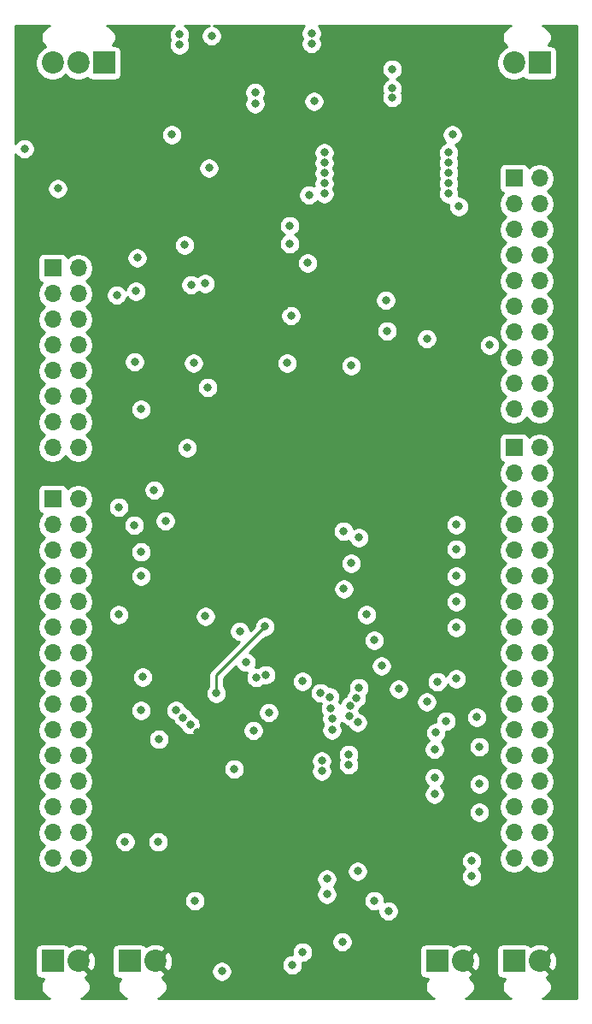
<source format=gbr>
%TF.GenerationSoftware,KiCad,Pcbnew,5.1.6-c6e7f7d~87~ubuntu18.04.1*%
%TF.CreationDate,2020-10-10T13:50:57+08:00*%
%TF.ProjectId,Arduino_codec,41726475-696e-46f5-9f63-6f6465632e6b,A*%
%TF.SameCoordinates,Original*%
%TF.FileFunction,Copper,L2,Inr*%
%TF.FilePolarity,Positive*%
%FSLAX46Y46*%
G04 Gerber Fmt 4.6, Leading zero omitted, Abs format (unit mm)*
G04 Created by KiCad (PCBNEW 5.1.6-c6e7f7d~87~ubuntu18.04.1) date 2020-10-10 13:50:57*
%MOMM*%
%LPD*%
G01*
G04 APERTURE LIST*
%TA.AperFunction,ViaPad*%
%ADD10R,2.200000X2.200000*%
%TD*%
%TA.AperFunction,ViaPad*%
%ADD11C,2.200000*%
%TD*%
%TA.AperFunction,ViaPad*%
%ADD12O,1.700000X1.700000*%
%TD*%
%TA.AperFunction,ViaPad*%
%ADD13R,1.700000X1.700000*%
%TD*%
%TA.AperFunction,ViaPad*%
%ADD14C,0.800000*%
%TD*%
%TA.AperFunction,Conductor*%
%ADD15C,0.254000*%
%TD*%
G04 APERTURE END LIST*
D10*
%TO.N,Net-(C40-Pad2)*%
%TO.C,J10*%
X119380000Y-142240000D03*
D11*
%TO.N,AGND*%
X121920000Y-142240000D03*
%TD*%
D10*
%TO.N,Net-(C39-Pad2)*%
%TO.C,J9*%
X127000000Y-142240000D03*
D11*
%TO.N,AGND*%
X129540000Y-142240000D03*
%TD*%
D10*
%TO.N,/Vout_R*%
%TO.C,J8*%
X157480000Y-142240000D03*
D11*
%TO.N,AGND*%
X160020000Y-142240000D03*
%TD*%
D10*
%TO.N,/Vout_L*%
%TO.C,J7*%
X165100000Y-142240000D03*
D11*
%TO.N,AGND*%
X167640000Y-142240000D03*
%TD*%
D12*
%TO.N,/PB11*%
%TO.C,J6*%
X167640000Y-132080000D03*
%TO.N,Net-(J6-Pad33)*%
X165100000Y-132080000D03*
%TO.N,/ADC_BCK*%
X167640000Y-129540000D03*
%TO.N,Net-(J6-Pad31)*%
X165100000Y-129540000D03*
%TO.N,/PE15*%
X167640000Y-127000000D03*
%TO.N,Net-(J6-Pad29)*%
X165100000Y-127000000D03*
%TO.N,/PE14*%
X167640000Y-124460000D03*
%TO.N,GND*%
X165100000Y-124460000D03*
%TO.N,/PE12*%
X167640000Y-121920000D03*
%TO.N,Net-(J6-Pad25)*%
X165100000Y-121920000D03*
%TO.N,/PE10*%
X167640000Y-119380000D03*
%TO.N,/~DAC_RST*%
X165100000Y-119380000D03*
%TO.N,GND*%
X167640000Y-116840000D03*
%TO.N,Net-(J6-Pad21)*%
X165100000Y-116840000D03*
%TO.N,/PE7*%
X167640000Y-114300000D03*
%TO.N,/MUTE*%
X165100000Y-114300000D03*
%TO.N,/PE8*%
X167640000Y-111760000D03*
%TO.N,GND*%
X165100000Y-111760000D03*
%TO.N,/PG9*%
X167640000Y-109220000D03*
%TO.N,/DEMP0*%
X165100000Y-109220000D03*
%TO.N,/PG14*%
X167640000Y-106680000D03*
%TO.N,/DEMP1*%
X165100000Y-106680000D03*
%TO.N,/PF15*%
X167640000Y-104140000D03*
%TO.N,/DAC_FMT0*%
X165100000Y-104140000D03*
%TO.N,/PE13*%
X167640000Y-101600000D03*
%TO.N,/DAC_FMT1*%
X165100000Y-101600000D03*
%TO.N,/PF14*%
X167640000Y-99060000D03*
%TO.N,/DAC_FMT2*%
X165100000Y-99060000D03*
%TO.N,/PE11*%
X167640000Y-96520000D03*
%TO.N,GND*%
X165100000Y-96520000D03*
%TO.N,/PE9*%
X167640000Y-93980000D03*
%TO.N,GND*%
X165100000Y-93980000D03*
%TO.N,/PF13*%
X167640000Y-91440000D03*
D13*
%TO.N,Net-(J6-Pad1)*%
X165100000Y-91440000D03*
%TD*%
D12*
%TO.N,/PG1*%
%TO.C,J5*%
X121920000Y-132080000D03*
%TO.N,/PG0*%
X119380000Y-132080000D03*
%TO.N,/PF9*%
X121920000Y-129540000D03*
%TO.N,/PD1*%
X119380000Y-129540000D03*
%TO.N,/PF7*%
X121920000Y-127000000D03*
%TO.N,/PD0*%
X119380000Y-127000000D03*
%TO.N,/PF8*%
X121920000Y-124460000D03*
%TO.N,GND*%
X119380000Y-124460000D03*
%TO.N,/PE3*%
X121920000Y-121920000D03*
%TO.N,/PF0*%
X119380000Y-121920000D03*
%TO.N,/PE6*%
X121920000Y-119380000D03*
%TO.N,/PF1*%
X119380000Y-119380000D03*
%TO.N,/FSYNC*%
X121920000Y-116840000D03*
%TO.N,/PF2*%
X119380000Y-116840000D03*
%TO.N,/~ADC_PWDN*%
X121920000Y-114300000D03*
%TO.N,Net-(J5-Pad15)*%
X119380000Y-114300000D03*
%TO.N,/OSR*%
X121920000Y-111760000D03*
%TO.N,Net-(J5-Pad13)*%
X119380000Y-111760000D03*
%TO.N,GND*%
X121920000Y-109220000D03*
%TO.N,/PF10*%
X119380000Y-109220000D03*
%TO.N,/BYPAS*%
X121920000Y-106680000D03*
%TO.N,/PF5*%
X119380000Y-106680000D03*
%TO.N,/MODE1*%
X121920000Y-104140000D03*
%TO.N,/PF3*%
X119380000Y-104140000D03*
%TO.N,/MODE0*%
X121920000Y-101600000D03*
%TO.N,/PC3*%
X119380000Y-101600000D03*
%TO.N,/ADC_FMT1*%
X121920000Y-99060000D03*
%TO.N,/PC0*%
X119380000Y-99060000D03*
%TO.N,/ADC_FMT0*%
X121920000Y-96520000D03*
D13*
%TO.N,/PA3*%
X119380000Y-96520000D03*
%TD*%
D12*
%TO.N,/PF12*%
%TO.C,J4*%
X167640000Y-87630000D03*
%TO.N,/PB4*%
X165100000Y-87630000D03*
%TO.N,/PD15*%
X167640000Y-85090000D03*
%TO.N,/PA4*%
X165100000Y-85090000D03*
%TO.N,/PD14*%
X167640000Y-82550000D03*
%TO.N,/DAC_BCK*%
X165100000Y-82550000D03*
%TO.N,/PA7*%
X167640000Y-80010000D03*
%TO.N,/DAC_SD*%
X165100000Y-80010000D03*
%TO.N,/PA6*%
X167640000Y-77470000D03*
%TO.N,/DAC_MCK*%
X165100000Y-77470000D03*
%TO.N,/PA5*%
X167640000Y-74930000D03*
%TO.N,/DAC_WS*%
X165100000Y-74930000D03*
%TO.N,GND*%
X167640000Y-72390000D03*
%TO.N,/ADC_WS*%
X165100000Y-72390000D03*
%TO.N,Net-(J4-Pad6)*%
X167640000Y-69850000D03*
%TO.N,/PB13*%
X165100000Y-69850000D03*
%TO.N,/PB9*%
X167640000Y-67310000D03*
%TO.N,/ADC_SD*%
X165100000Y-67310000D03*
%TO.N,/PB8*%
X167640000Y-64770000D03*
D13*
%TO.N,/ADC_MCK*%
X165100000Y-64770000D03*
%TD*%
D12*
%TO.N,/PG3*%
%TO.C,J3*%
X121920000Y-91440000D03*
%TO.N,Net-(J3-Pad15)*%
X119380000Y-91440000D03*
%TO.N,/PG2*%
X121920000Y-88900000D03*
%TO.N,GND*%
X119380000Y-88900000D03*
%TO.N,/PD2*%
X121920000Y-86360000D03*
%TO.N,GND*%
X119380000Y-86360000D03*
%TO.N,/PC12*%
X121920000Y-83820000D03*
%TO.N,+5VD*%
X119380000Y-83820000D03*
%TO.N,/PC11*%
X121920000Y-81280000D03*
%TO.N,+3V3*%
X119380000Y-81280000D03*
%TO.N,/PC10*%
X121920000Y-78740000D03*
%TO.N,Net-(J3-Pad5)*%
X119380000Y-78740000D03*
%TO.N,/PC9*%
X121920000Y-76200000D03*
%TO.N,/IOREF*%
X119380000Y-76200000D03*
%TO.N,/PC8*%
X121920000Y-73660000D03*
D13*
%TO.N,Net-(J3-Pad1)*%
X119380000Y-73660000D03*
%TD*%
D11*
%TO.N,-VDC*%
%TO.C,J2*%
X119380000Y-53340000D03*
%TO.N,GND*%
X121920000Y-53340000D03*
D10*
%TO.N,+VDC*%
X124460000Y-53340000D03*
%TD*%
%TO.N,Net-(C1-Pad2)*%
%TO.C,J1*%
X167640000Y-53340000D03*
D11*
%TO.N,GND*%
X165100000Y-53340000D03*
%TD*%
D14*
%TO.N,+VDC*%
X144653000Y-73152000D03*
X131953000Y-50546000D03*
X131953000Y-51562000D03*
X131191000Y-60452000D03*
X145034000Y-50419000D03*
X133096000Y-75311000D03*
X145034000Y-51435000D03*
X142621000Y-83058000D03*
%TO.N,AGND*%
X131572000Y-82931000D03*
X138938000Y-73533000D03*
X143256000Y-61341000D03*
X136906000Y-62865000D03*
X150368000Y-144145000D03*
X144018000Y-145415000D03*
X157226000Y-122682000D03*
X142875000Y-68199000D03*
X140716000Y-79756000D03*
X134747000Y-69850000D03*
X145542000Y-130683000D03*
X154559000Y-129540000D03*
X159512000Y-129286000D03*
X145288000Y-137414000D03*
X146812000Y-127889000D03*
X129159000Y-80518000D03*
X125926989Y-125857000D03*
X133732186Y-119551150D03*
X130640982Y-128439018D03*
X139678518Y-125497482D03*
X134672422Y-138320410D03*
X140758018Y-131148982D03*
X141097000Y-122301000D03*
X142367002Y-77470000D03*
X123444000Y-79629000D03*
%TO.N,-VDC*%
X139446000Y-56261000D03*
X139446000Y-57404000D03*
X153035000Y-55880000D03*
X153035000Y-56769000D03*
X127635000Y-75946000D03*
X116586000Y-61849000D03*
%TO.N,+3V3*%
X161671000Y-127508000D03*
X159385000Y-99060000D03*
X159385000Y-104140000D03*
X161417000Y-118110000D03*
X140800982Y-117644018D03*
X128143009Y-117432987D03*
X128312023Y-114130986D03*
X125926989Y-97315277D03*
X134534000Y-108118004D03*
%TO.N,VDDA*%
X136144000Y-143256000D03*
X134493000Y-75184000D03*
%TO.N,VSSA*%
X152654000Y-137287000D03*
X125730000Y-76327000D03*
X133477000Y-136271000D03*
%TO.N,+5VA*%
X137392518Y-123211482D03*
X142875000Y-71247000D03*
X142875000Y-69469000D03*
X157226000Y-121285000D03*
%TO.N,Net-(C27-Pad2)*%
X144145000Y-141351000D03*
X151257000Y-136271000D03*
%TO.N,/Vout_R*%
X143129000Y-142621000D03*
%TO.N,Net-(C31-Pad2)*%
X148082000Y-140335000D03*
X149606000Y-133350000D03*
%TO.N,/Vin_L*%
X129846971Y-130439008D03*
X129899518Y-120290482D03*
%TO.N,/Vin_R*%
X126572338Y-130425301D03*
X133025071Y-118844035D03*
%TO.N,Net-(D6-Pad1)*%
X157226000Y-125730000D03*
X158369000Y-118491000D03*
%TO.N,/ADC_MCK*%
X135593982Y-115739018D03*
X140419982Y-109135018D03*
%TO.N,/ADC_SD*%
X138535518Y-112670482D03*
%TO.N,/ADC_WS*%
X139276982Y-119422018D03*
%TO.N,/DAC_WS*%
X144145000Y-114554000D03*
%TO.N,/DAC_MCK*%
X147066000Y-118237000D03*
%TO.N,/DAC_SD*%
X146842147Y-116090920D03*
%TO.N,/DAC_BCK*%
X145923000Y-115697000D03*
X162687000Y-81280000D03*
%TO.N,/BYPAS*%
X131610841Y-117429805D03*
%TO.N,/DAC_FMT0*%
X148844000Y-116967000D03*
X148244000Y-105410000D03*
%TO.N,/DAC_FMT1*%
X149484186Y-116198777D03*
X148971000Y-102870000D03*
%TO.N,/DAC_FMT2*%
X149733000Y-115189000D03*
X149733000Y-100330000D03*
%TO.N,/DEMP0*%
X149606000Y-118618000D03*
X151257000Y-110490000D03*
%TO.N,/MUTE*%
X146939000Y-117221000D03*
X151984000Y-113030000D03*
%TO.N,/DEMP1*%
X148837777Y-117977814D03*
X150495000Y-107950000D03*
%TO.N,/ADC_BCK*%
X139563581Y-114173033D03*
%TO.N,/ZEROR*%
X156464000Y-116586000D03*
X157226000Y-124079000D03*
%TO.N,/ZEROL*%
X153670000Y-115316000D03*
X157353000Y-119634000D03*
%TO.N,/VoutL+*%
X160909000Y-133858000D03*
X148717000Y-122809000D03*
%TO.N,/VoutR+*%
X146050000Y-123444000D03*
X146558000Y-135636000D03*
%TO.N,/VoutL-*%
X160909000Y-132334000D03*
X148717000Y-121793000D03*
%TO.N,/VoutR-*%
X146050000Y-122428000D03*
X146558000Y-134112000D03*
%TO.N,/~ADC_PWDN*%
X132317956Y-118136920D03*
%TO.N,/~DAC_RST*%
X147066000Y-119380000D03*
X157514999Y-114588999D03*
%TO.N,GND*%
X127508000Y-82931000D03*
X146304000Y-63246000D03*
X146304000Y-64262000D03*
X146304000Y-65278000D03*
X146304000Y-66294000D03*
X158623000Y-62230000D03*
X158623000Y-63246000D03*
X158623000Y-64262000D03*
X158623000Y-65278000D03*
X158623000Y-66294000D03*
X146304000Y-62230000D03*
X119888000Y-65786000D03*
X135128000Y-50673000D03*
X153035000Y-53975000D03*
X145288000Y-57150000D03*
X159004000Y-60452000D03*
X127762000Y-72644000D03*
X132461000Y-71374000D03*
X152400000Y-76835000D03*
X152527000Y-79883000D03*
X156464000Y-80645000D03*
X159639000Y-67564000D03*
X134874000Y-63754000D03*
X132715000Y-91440000D03*
X128143000Y-87630000D03*
X161671000Y-121031000D03*
X161671000Y-124714000D03*
X133350000Y-83058000D03*
X134747000Y-85471000D03*
X144780000Y-66421000D03*
X148971000Y-83312000D03*
X148209000Y-99695000D03*
X159385000Y-101473000D03*
X159385000Y-106680000D03*
X159385000Y-109220000D03*
X159385000Y-114300000D03*
X140525024Y-113897988D03*
X125926989Y-107950000D03*
X128143009Y-101748482D03*
X129443733Y-95618769D03*
X128143009Y-104140000D03*
X137922000Y-109601001D03*
X127467080Y-99100920D03*
X130556000Y-98679000D03*
X143002000Y-78359000D03*
%TD*%
D15*
%TO.N,/ADC_MCK*%
X135593982Y-113961018D02*
X135593982Y-115739018D01*
X140419982Y-109135018D02*
X135593982Y-113961018D01*
%TD*%
%TO.N,AGND*%
G36*
X119034348Y-49660539D02*
G01*
X118818692Y-49749866D01*
X118624606Y-49879550D01*
X118459550Y-50044606D01*
X118329866Y-50238692D01*
X118240539Y-50454348D01*
X118195000Y-50683288D01*
X118195000Y-50916712D01*
X118240539Y-51145652D01*
X118329866Y-51361308D01*
X118459550Y-51555394D01*
X118624606Y-51720450D01*
X118674952Y-51754090D01*
X118558169Y-51802463D01*
X118274002Y-51992337D01*
X118032337Y-52234002D01*
X117842463Y-52518169D01*
X117711675Y-52833919D01*
X117645000Y-53169117D01*
X117645000Y-53510883D01*
X117711675Y-53846081D01*
X117842463Y-54161831D01*
X118032337Y-54445998D01*
X118274002Y-54687663D01*
X118558169Y-54877537D01*
X118873919Y-55008325D01*
X119209117Y-55075000D01*
X119550883Y-55075000D01*
X119886081Y-55008325D01*
X120201831Y-54877537D01*
X120485998Y-54687663D01*
X120650000Y-54523661D01*
X120814002Y-54687663D01*
X121098169Y-54877537D01*
X121413919Y-55008325D01*
X121749117Y-55075000D01*
X122090883Y-55075000D01*
X122426081Y-55008325D01*
X122741831Y-54877537D01*
X122842443Y-54810310D01*
X122908815Y-54891185D01*
X123005506Y-54970537D01*
X123115820Y-55029502D01*
X123235518Y-55065812D01*
X123360000Y-55078072D01*
X125560000Y-55078072D01*
X125684482Y-55065812D01*
X125804180Y-55029502D01*
X125914494Y-54970537D01*
X126011185Y-54891185D01*
X126090537Y-54794494D01*
X126149502Y-54684180D01*
X126185812Y-54564482D01*
X126198072Y-54440000D01*
X126198072Y-53873061D01*
X152000000Y-53873061D01*
X152000000Y-54076939D01*
X152039774Y-54276898D01*
X152117795Y-54465256D01*
X152231063Y-54634774D01*
X152375226Y-54778937D01*
X152544744Y-54892205D01*
X152629953Y-54927500D01*
X152544744Y-54962795D01*
X152375226Y-55076063D01*
X152231063Y-55220226D01*
X152117795Y-55389744D01*
X152039774Y-55578102D01*
X152000000Y-55778061D01*
X152000000Y-55981939D01*
X152039774Y-56181898D01*
X152098842Y-56324500D01*
X152039774Y-56467102D01*
X152000000Y-56667061D01*
X152000000Y-56870939D01*
X152039774Y-57070898D01*
X152117795Y-57259256D01*
X152231063Y-57428774D01*
X152375226Y-57572937D01*
X152544744Y-57686205D01*
X152733102Y-57764226D01*
X152933061Y-57804000D01*
X153136939Y-57804000D01*
X153336898Y-57764226D01*
X153525256Y-57686205D01*
X153694774Y-57572937D01*
X153838937Y-57428774D01*
X153952205Y-57259256D01*
X154030226Y-57070898D01*
X154070000Y-56870939D01*
X154070000Y-56667061D01*
X154030226Y-56467102D01*
X153971158Y-56324500D01*
X154030226Y-56181898D01*
X154070000Y-55981939D01*
X154070000Y-55778061D01*
X154030226Y-55578102D01*
X153952205Y-55389744D01*
X153838937Y-55220226D01*
X153694774Y-55076063D01*
X153525256Y-54962795D01*
X153440047Y-54927500D01*
X153525256Y-54892205D01*
X153694774Y-54778937D01*
X153838937Y-54634774D01*
X153952205Y-54465256D01*
X154030226Y-54276898D01*
X154070000Y-54076939D01*
X154070000Y-53873061D01*
X154030226Y-53673102D01*
X153952205Y-53484744D01*
X153838937Y-53315226D01*
X153694774Y-53171063D01*
X153525256Y-53057795D01*
X153336898Y-52979774D01*
X153136939Y-52940000D01*
X152933061Y-52940000D01*
X152733102Y-52979774D01*
X152544744Y-53057795D01*
X152375226Y-53171063D01*
X152231063Y-53315226D01*
X152117795Y-53484744D01*
X152039774Y-53673102D01*
X152000000Y-53873061D01*
X126198072Y-53873061D01*
X126198072Y-52240000D01*
X126185812Y-52115518D01*
X126149502Y-51995820D01*
X126090537Y-51885506D01*
X126011185Y-51788815D01*
X125914494Y-51709463D01*
X125804180Y-51650498D01*
X125684482Y-51614188D01*
X125560000Y-51601928D01*
X125333916Y-51601928D01*
X125380450Y-51555394D01*
X125510134Y-51361308D01*
X125599461Y-51145652D01*
X125645000Y-50916712D01*
X125645000Y-50683288D01*
X125599461Y-50454348D01*
X125510134Y-50238692D01*
X125380450Y-50044606D01*
X125215394Y-49879550D01*
X125021308Y-49749866D01*
X124805652Y-49660539D01*
X124787860Y-49657000D01*
X131420532Y-49657000D01*
X131293226Y-49742063D01*
X131149063Y-49886226D01*
X131035795Y-50055744D01*
X130957774Y-50244102D01*
X130918000Y-50444061D01*
X130918000Y-50647939D01*
X130957774Y-50847898D01*
X131035795Y-51036256D01*
X131047651Y-51054000D01*
X131035795Y-51071744D01*
X130957774Y-51260102D01*
X130918000Y-51460061D01*
X130918000Y-51663939D01*
X130957774Y-51863898D01*
X131035795Y-52052256D01*
X131149063Y-52221774D01*
X131293226Y-52365937D01*
X131462744Y-52479205D01*
X131651102Y-52557226D01*
X131851061Y-52597000D01*
X132054939Y-52597000D01*
X132254898Y-52557226D01*
X132443256Y-52479205D01*
X132612774Y-52365937D01*
X132756937Y-52221774D01*
X132870205Y-52052256D01*
X132948226Y-51863898D01*
X132988000Y-51663939D01*
X132988000Y-51460061D01*
X132948226Y-51260102D01*
X132870205Y-51071744D01*
X132858349Y-51054000D01*
X132870205Y-51036256D01*
X132948226Y-50847898D01*
X132988000Y-50647939D01*
X132988000Y-50444061D01*
X132948226Y-50244102D01*
X132870205Y-50055744D01*
X132756937Y-49886226D01*
X132612774Y-49742063D01*
X132485468Y-49657000D01*
X134930541Y-49657000D01*
X134826102Y-49677774D01*
X134637744Y-49755795D01*
X134468226Y-49869063D01*
X134324063Y-50013226D01*
X134210795Y-50182744D01*
X134132774Y-50371102D01*
X134093000Y-50571061D01*
X134093000Y-50774939D01*
X134132774Y-50974898D01*
X134210795Y-51163256D01*
X134324063Y-51332774D01*
X134468226Y-51476937D01*
X134637744Y-51590205D01*
X134826102Y-51668226D01*
X135026061Y-51708000D01*
X135229939Y-51708000D01*
X135429898Y-51668226D01*
X135618256Y-51590205D01*
X135787774Y-51476937D01*
X135931937Y-51332774D01*
X136045205Y-51163256D01*
X136123226Y-50974898D01*
X136163000Y-50774939D01*
X136163000Y-50571061D01*
X136123226Y-50371102D01*
X136045205Y-50182744D01*
X135931937Y-50013226D01*
X135787774Y-49869063D01*
X135618256Y-49755795D01*
X135429898Y-49677774D01*
X135325459Y-49657000D01*
X144332289Y-49657000D01*
X144230063Y-49759226D01*
X144116795Y-49928744D01*
X144038774Y-50117102D01*
X143999000Y-50317061D01*
X143999000Y-50520939D01*
X144038774Y-50720898D01*
X144116795Y-50909256D01*
X144128651Y-50927000D01*
X144116795Y-50944744D01*
X144038774Y-51133102D01*
X143999000Y-51333061D01*
X143999000Y-51536939D01*
X144038774Y-51736898D01*
X144116795Y-51925256D01*
X144230063Y-52094774D01*
X144374226Y-52238937D01*
X144543744Y-52352205D01*
X144732102Y-52430226D01*
X144932061Y-52470000D01*
X145135939Y-52470000D01*
X145335898Y-52430226D01*
X145524256Y-52352205D01*
X145693774Y-52238937D01*
X145837937Y-52094774D01*
X145951205Y-51925256D01*
X146029226Y-51736898D01*
X146069000Y-51536939D01*
X146069000Y-51333061D01*
X146029226Y-51133102D01*
X145951205Y-50944744D01*
X145939349Y-50927000D01*
X145951205Y-50909256D01*
X146029226Y-50720898D01*
X146069000Y-50520939D01*
X146069000Y-50317061D01*
X146029226Y-50117102D01*
X145951205Y-49928744D01*
X145837937Y-49759226D01*
X145735711Y-49657000D01*
X164772140Y-49657000D01*
X164754348Y-49660539D01*
X164538692Y-49749866D01*
X164344606Y-49879550D01*
X164179550Y-50044606D01*
X164049866Y-50238692D01*
X163960539Y-50454348D01*
X163915000Y-50683288D01*
X163915000Y-50916712D01*
X163960539Y-51145652D01*
X164049866Y-51361308D01*
X164179550Y-51555394D01*
X164344606Y-51720450D01*
X164394952Y-51754090D01*
X164278169Y-51802463D01*
X163994002Y-51992337D01*
X163752337Y-52234002D01*
X163562463Y-52518169D01*
X163431675Y-52833919D01*
X163365000Y-53169117D01*
X163365000Y-53510883D01*
X163431675Y-53846081D01*
X163562463Y-54161831D01*
X163752337Y-54445998D01*
X163994002Y-54687663D01*
X164278169Y-54877537D01*
X164593919Y-55008325D01*
X164929117Y-55075000D01*
X165270883Y-55075000D01*
X165606081Y-55008325D01*
X165921831Y-54877537D01*
X166022443Y-54810310D01*
X166088815Y-54891185D01*
X166185506Y-54970537D01*
X166295820Y-55029502D01*
X166415518Y-55065812D01*
X166540000Y-55078072D01*
X168740000Y-55078072D01*
X168864482Y-55065812D01*
X168984180Y-55029502D01*
X169094494Y-54970537D01*
X169191185Y-54891185D01*
X169270537Y-54794494D01*
X169329502Y-54684180D01*
X169365812Y-54564482D01*
X169378072Y-54440000D01*
X169378072Y-52240000D01*
X169365812Y-52115518D01*
X169329502Y-51995820D01*
X169270537Y-51885506D01*
X169191185Y-51788815D01*
X169094494Y-51709463D01*
X168984180Y-51650498D01*
X168864482Y-51614188D01*
X168740000Y-51601928D01*
X168513916Y-51601928D01*
X168560450Y-51555394D01*
X168690134Y-51361308D01*
X168779461Y-51145652D01*
X168825000Y-50916712D01*
X168825000Y-50683288D01*
X168779461Y-50454348D01*
X168690134Y-50238692D01*
X168560450Y-50044606D01*
X168395394Y-49879550D01*
X168201308Y-49749866D01*
X167985652Y-49660539D01*
X167967860Y-49657000D01*
X171323000Y-49657000D01*
X171323000Y-145923000D01*
X167967860Y-145923000D01*
X167985652Y-145919461D01*
X168201308Y-145830134D01*
X168395394Y-145700450D01*
X168560450Y-145535394D01*
X168690134Y-145341308D01*
X168779461Y-145125652D01*
X168825000Y-144896712D01*
X168825000Y-144663288D01*
X168779461Y-144434348D01*
X168690134Y-144218692D01*
X168560450Y-144024606D01*
X168395394Y-143859550D01*
X168351835Y-143830445D01*
X168360966Y-143827336D01*
X168559274Y-143721338D01*
X168667107Y-143446712D01*
X167640000Y-142419605D01*
X167625858Y-142433748D01*
X167446253Y-142254143D01*
X167460395Y-142240000D01*
X167819605Y-142240000D01*
X168846712Y-143267107D01*
X169121338Y-143159274D01*
X169272216Y-142852616D01*
X169360369Y-142522415D01*
X169382409Y-142181361D01*
X169337489Y-141842561D01*
X169227336Y-141519034D01*
X169121338Y-141320726D01*
X168846712Y-141212893D01*
X167819605Y-142240000D01*
X167460395Y-142240000D01*
X167446253Y-142225858D01*
X167625858Y-142046253D01*
X167640000Y-142060395D01*
X168667107Y-141033288D01*
X168559274Y-140758662D01*
X168252616Y-140607784D01*
X167922415Y-140519631D01*
X167581361Y-140497591D01*
X167242561Y-140542511D01*
X166919034Y-140652664D01*
X166720726Y-140758662D01*
X166716772Y-140768733D01*
X166651185Y-140688815D01*
X166554494Y-140609463D01*
X166444180Y-140550498D01*
X166324482Y-140514188D01*
X166200000Y-140501928D01*
X164000000Y-140501928D01*
X163875518Y-140514188D01*
X163755820Y-140550498D01*
X163645506Y-140609463D01*
X163548815Y-140688815D01*
X163469463Y-140785506D01*
X163410498Y-140895820D01*
X163374188Y-141015518D01*
X163361928Y-141140000D01*
X163361928Y-143340000D01*
X163374188Y-143464482D01*
X163410498Y-143584180D01*
X163469463Y-143694494D01*
X163548815Y-143791185D01*
X163645506Y-143870537D01*
X163755820Y-143929502D01*
X163875518Y-143965812D01*
X164000000Y-143978072D01*
X164226084Y-143978072D01*
X164179550Y-144024606D01*
X164049866Y-144218692D01*
X163960539Y-144434348D01*
X163915000Y-144663288D01*
X163915000Y-144896712D01*
X163960539Y-145125652D01*
X164049866Y-145341308D01*
X164179550Y-145535394D01*
X164344606Y-145700450D01*
X164538692Y-145830134D01*
X164754348Y-145919461D01*
X164772140Y-145923000D01*
X160347860Y-145923000D01*
X160365652Y-145919461D01*
X160581308Y-145830134D01*
X160775394Y-145700450D01*
X160940450Y-145535394D01*
X161070134Y-145341308D01*
X161159461Y-145125652D01*
X161205000Y-144896712D01*
X161205000Y-144663288D01*
X161159461Y-144434348D01*
X161070134Y-144218692D01*
X160940450Y-144024606D01*
X160775394Y-143859550D01*
X160731835Y-143830445D01*
X160740966Y-143827336D01*
X160939274Y-143721338D01*
X161047107Y-143446712D01*
X160020000Y-142419605D01*
X160005858Y-142433748D01*
X159826253Y-142254143D01*
X159840395Y-142240000D01*
X160199605Y-142240000D01*
X161226712Y-143267107D01*
X161501338Y-143159274D01*
X161652216Y-142852616D01*
X161740369Y-142522415D01*
X161762409Y-142181361D01*
X161717489Y-141842561D01*
X161607336Y-141519034D01*
X161501338Y-141320726D01*
X161226712Y-141212893D01*
X160199605Y-142240000D01*
X159840395Y-142240000D01*
X159826253Y-142225858D01*
X160005858Y-142046253D01*
X160020000Y-142060395D01*
X161047107Y-141033288D01*
X160939274Y-140758662D01*
X160632616Y-140607784D01*
X160302415Y-140519631D01*
X159961361Y-140497591D01*
X159622561Y-140542511D01*
X159299034Y-140652664D01*
X159100726Y-140758662D01*
X159096772Y-140768733D01*
X159031185Y-140688815D01*
X158934494Y-140609463D01*
X158824180Y-140550498D01*
X158704482Y-140514188D01*
X158580000Y-140501928D01*
X156380000Y-140501928D01*
X156255518Y-140514188D01*
X156135820Y-140550498D01*
X156025506Y-140609463D01*
X155928815Y-140688815D01*
X155849463Y-140785506D01*
X155790498Y-140895820D01*
X155754188Y-141015518D01*
X155741928Y-141140000D01*
X155741928Y-143340000D01*
X155754188Y-143464482D01*
X155790498Y-143584180D01*
X155849463Y-143694494D01*
X155928815Y-143791185D01*
X156025506Y-143870537D01*
X156135820Y-143929502D01*
X156255518Y-143965812D01*
X156380000Y-143978072D01*
X156606084Y-143978072D01*
X156559550Y-144024606D01*
X156429866Y-144218692D01*
X156340539Y-144434348D01*
X156295000Y-144663288D01*
X156295000Y-144896712D01*
X156340539Y-145125652D01*
X156429866Y-145341308D01*
X156559550Y-145535394D01*
X156724606Y-145700450D01*
X156918692Y-145830134D01*
X157134348Y-145919461D01*
X157152140Y-145923000D01*
X129867860Y-145923000D01*
X129885652Y-145919461D01*
X130101308Y-145830134D01*
X130295394Y-145700450D01*
X130460450Y-145535394D01*
X130590134Y-145341308D01*
X130679461Y-145125652D01*
X130725000Y-144896712D01*
X130725000Y-144663288D01*
X130679461Y-144434348D01*
X130590134Y-144218692D01*
X130460450Y-144024606D01*
X130295394Y-143859550D01*
X130251835Y-143830445D01*
X130260966Y-143827336D01*
X130459274Y-143721338D01*
X130567107Y-143446712D01*
X129540000Y-142419605D01*
X129525858Y-142433748D01*
X129346253Y-142254143D01*
X129360395Y-142240000D01*
X129719605Y-142240000D01*
X130746712Y-143267107D01*
X131021338Y-143159274D01*
X131023902Y-143154061D01*
X135109000Y-143154061D01*
X135109000Y-143357939D01*
X135148774Y-143557898D01*
X135226795Y-143746256D01*
X135340063Y-143915774D01*
X135484226Y-144059937D01*
X135653744Y-144173205D01*
X135842102Y-144251226D01*
X136042061Y-144291000D01*
X136245939Y-144291000D01*
X136445898Y-144251226D01*
X136634256Y-144173205D01*
X136803774Y-144059937D01*
X136947937Y-143915774D01*
X137061205Y-143746256D01*
X137139226Y-143557898D01*
X137179000Y-143357939D01*
X137179000Y-143154061D01*
X137139226Y-142954102D01*
X137061205Y-142765744D01*
X136947937Y-142596226D01*
X136870772Y-142519061D01*
X142094000Y-142519061D01*
X142094000Y-142722939D01*
X142133774Y-142922898D01*
X142211795Y-143111256D01*
X142325063Y-143280774D01*
X142469226Y-143424937D01*
X142638744Y-143538205D01*
X142827102Y-143616226D01*
X143027061Y-143656000D01*
X143230939Y-143656000D01*
X143430898Y-143616226D01*
X143619256Y-143538205D01*
X143788774Y-143424937D01*
X143932937Y-143280774D01*
X144046205Y-143111256D01*
X144124226Y-142922898D01*
X144164000Y-142722939D01*
X144164000Y-142519061D01*
X144137533Y-142386000D01*
X144246939Y-142386000D01*
X144446898Y-142346226D01*
X144635256Y-142268205D01*
X144804774Y-142154937D01*
X144948937Y-142010774D01*
X145062205Y-141841256D01*
X145140226Y-141652898D01*
X145180000Y-141452939D01*
X145180000Y-141249061D01*
X145140226Y-141049102D01*
X145062205Y-140860744D01*
X144948937Y-140691226D01*
X144804774Y-140547063D01*
X144635256Y-140433795D01*
X144446898Y-140355774D01*
X144246939Y-140316000D01*
X144043061Y-140316000D01*
X143843102Y-140355774D01*
X143654744Y-140433795D01*
X143485226Y-140547063D01*
X143341063Y-140691226D01*
X143227795Y-140860744D01*
X143149774Y-141049102D01*
X143110000Y-141249061D01*
X143110000Y-141452939D01*
X143136467Y-141586000D01*
X143027061Y-141586000D01*
X142827102Y-141625774D01*
X142638744Y-141703795D01*
X142469226Y-141817063D01*
X142325063Y-141961226D01*
X142211795Y-142130744D01*
X142133774Y-142319102D01*
X142094000Y-142519061D01*
X136870772Y-142519061D01*
X136803774Y-142452063D01*
X136634256Y-142338795D01*
X136445898Y-142260774D01*
X136245939Y-142221000D01*
X136042061Y-142221000D01*
X135842102Y-142260774D01*
X135653744Y-142338795D01*
X135484226Y-142452063D01*
X135340063Y-142596226D01*
X135226795Y-142765744D01*
X135148774Y-142954102D01*
X135109000Y-143154061D01*
X131023902Y-143154061D01*
X131172216Y-142852616D01*
X131260369Y-142522415D01*
X131282409Y-142181361D01*
X131237489Y-141842561D01*
X131127336Y-141519034D01*
X131021338Y-141320726D01*
X130746712Y-141212893D01*
X129719605Y-142240000D01*
X129360395Y-142240000D01*
X129346253Y-142225858D01*
X129525858Y-142046253D01*
X129540000Y-142060395D01*
X130567107Y-141033288D01*
X130459274Y-140758662D01*
X130152616Y-140607784D01*
X129822415Y-140519631D01*
X129481361Y-140497591D01*
X129142561Y-140542511D01*
X128819034Y-140652664D01*
X128620726Y-140758662D01*
X128616772Y-140768733D01*
X128551185Y-140688815D01*
X128454494Y-140609463D01*
X128344180Y-140550498D01*
X128224482Y-140514188D01*
X128100000Y-140501928D01*
X125900000Y-140501928D01*
X125775518Y-140514188D01*
X125655820Y-140550498D01*
X125545506Y-140609463D01*
X125448815Y-140688815D01*
X125369463Y-140785506D01*
X125310498Y-140895820D01*
X125274188Y-141015518D01*
X125261928Y-141140000D01*
X125261928Y-143340000D01*
X125274188Y-143464482D01*
X125310498Y-143584180D01*
X125369463Y-143694494D01*
X125448815Y-143791185D01*
X125545506Y-143870537D01*
X125655820Y-143929502D01*
X125775518Y-143965812D01*
X125900000Y-143978072D01*
X126126084Y-143978072D01*
X126079550Y-144024606D01*
X125949866Y-144218692D01*
X125860539Y-144434348D01*
X125815000Y-144663288D01*
X125815000Y-144896712D01*
X125860539Y-145125652D01*
X125949866Y-145341308D01*
X126079550Y-145535394D01*
X126244606Y-145700450D01*
X126438692Y-145830134D01*
X126654348Y-145919461D01*
X126672140Y-145923000D01*
X122247860Y-145923000D01*
X122265652Y-145919461D01*
X122481308Y-145830134D01*
X122675394Y-145700450D01*
X122840450Y-145535394D01*
X122970134Y-145341308D01*
X123059461Y-145125652D01*
X123105000Y-144896712D01*
X123105000Y-144663288D01*
X123059461Y-144434348D01*
X122970134Y-144218692D01*
X122840450Y-144024606D01*
X122675394Y-143859550D01*
X122631835Y-143830445D01*
X122640966Y-143827336D01*
X122839274Y-143721338D01*
X122947107Y-143446712D01*
X121920000Y-142419605D01*
X121905858Y-142433748D01*
X121726253Y-142254143D01*
X121740395Y-142240000D01*
X122099605Y-142240000D01*
X123126712Y-143267107D01*
X123401338Y-143159274D01*
X123552216Y-142852616D01*
X123640369Y-142522415D01*
X123662409Y-142181361D01*
X123617489Y-141842561D01*
X123507336Y-141519034D01*
X123401338Y-141320726D01*
X123126712Y-141212893D01*
X122099605Y-142240000D01*
X121740395Y-142240000D01*
X121726253Y-142225858D01*
X121905858Y-142046253D01*
X121920000Y-142060395D01*
X122947107Y-141033288D01*
X122839274Y-140758662D01*
X122532616Y-140607784D01*
X122202415Y-140519631D01*
X121861361Y-140497591D01*
X121522561Y-140542511D01*
X121199034Y-140652664D01*
X121000726Y-140758662D01*
X120996772Y-140768733D01*
X120931185Y-140688815D01*
X120834494Y-140609463D01*
X120724180Y-140550498D01*
X120604482Y-140514188D01*
X120480000Y-140501928D01*
X118280000Y-140501928D01*
X118155518Y-140514188D01*
X118035820Y-140550498D01*
X117925506Y-140609463D01*
X117828815Y-140688815D01*
X117749463Y-140785506D01*
X117690498Y-140895820D01*
X117654188Y-141015518D01*
X117641928Y-141140000D01*
X117641928Y-143340000D01*
X117654188Y-143464482D01*
X117690498Y-143584180D01*
X117749463Y-143694494D01*
X117828815Y-143791185D01*
X117925506Y-143870537D01*
X118035820Y-143929502D01*
X118155518Y-143965812D01*
X118280000Y-143978072D01*
X118506084Y-143978072D01*
X118459550Y-144024606D01*
X118329866Y-144218692D01*
X118240539Y-144434348D01*
X118195000Y-144663288D01*
X118195000Y-144896712D01*
X118240539Y-145125652D01*
X118329866Y-145341308D01*
X118459550Y-145535394D01*
X118624606Y-145700450D01*
X118818692Y-145830134D01*
X119034348Y-145919461D01*
X119052140Y-145923000D01*
X115697000Y-145923000D01*
X115697000Y-140233061D01*
X147047000Y-140233061D01*
X147047000Y-140436939D01*
X147086774Y-140636898D01*
X147164795Y-140825256D01*
X147278063Y-140994774D01*
X147422226Y-141138937D01*
X147591744Y-141252205D01*
X147780102Y-141330226D01*
X147980061Y-141370000D01*
X148183939Y-141370000D01*
X148383898Y-141330226D01*
X148572256Y-141252205D01*
X148741774Y-141138937D01*
X148885937Y-140994774D01*
X148999205Y-140825256D01*
X149077226Y-140636898D01*
X149117000Y-140436939D01*
X149117000Y-140233061D01*
X149077226Y-140033102D01*
X148999205Y-139844744D01*
X148885937Y-139675226D01*
X148741774Y-139531063D01*
X148572256Y-139417795D01*
X148383898Y-139339774D01*
X148183939Y-139300000D01*
X147980061Y-139300000D01*
X147780102Y-139339774D01*
X147591744Y-139417795D01*
X147422226Y-139531063D01*
X147278063Y-139675226D01*
X147164795Y-139844744D01*
X147086774Y-140033102D01*
X147047000Y-140233061D01*
X115697000Y-140233061D01*
X115697000Y-136169061D01*
X132442000Y-136169061D01*
X132442000Y-136372939D01*
X132481774Y-136572898D01*
X132559795Y-136761256D01*
X132673063Y-136930774D01*
X132817226Y-137074937D01*
X132986744Y-137188205D01*
X133175102Y-137266226D01*
X133375061Y-137306000D01*
X133578939Y-137306000D01*
X133778898Y-137266226D01*
X133967256Y-137188205D01*
X134136774Y-137074937D01*
X134280937Y-136930774D01*
X134394205Y-136761256D01*
X134472226Y-136572898D01*
X134512000Y-136372939D01*
X134512000Y-136169061D01*
X134472226Y-135969102D01*
X134394205Y-135780744D01*
X134280937Y-135611226D01*
X134136774Y-135467063D01*
X133967256Y-135353795D01*
X133778898Y-135275774D01*
X133578939Y-135236000D01*
X133375061Y-135236000D01*
X133175102Y-135275774D01*
X132986744Y-135353795D01*
X132817226Y-135467063D01*
X132673063Y-135611226D01*
X132559795Y-135780744D01*
X132481774Y-135969102D01*
X132442000Y-136169061D01*
X115697000Y-136169061D01*
X115697000Y-134010061D01*
X145523000Y-134010061D01*
X145523000Y-134213939D01*
X145562774Y-134413898D01*
X145640795Y-134602256D01*
X145754063Y-134771774D01*
X145856289Y-134874000D01*
X145754063Y-134976226D01*
X145640795Y-135145744D01*
X145562774Y-135334102D01*
X145523000Y-135534061D01*
X145523000Y-135737939D01*
X145562774Y-135937898D01*
X145640795Y-136126256D01*
X145754063Y-136295774D01*
X145898226Y-136439937D01*
X146067744Y-136553205D01*
X146256102Y-136631226D01*
X146456061Y-136671000D01*
X146659939Y-136671000D01*
X146859898Y-136631226D01*
X147048256Y-136553205D01*
X147217774Y-136439937D01*
X147361937Y-136295774D01*
X147446603Y-136169061D01*
X150222000Y-136169061D01*
X150222000Y-136372939D01*
X150261774Y-136572898D01*
X150339795Y-136761256D01*
X150453063Y-136930774D01*
X150597226Y-137074937D01*
X150766744Y-137188205D01*
X150955102Y-137266226D01*
X151155061Y-137306000D01*
X151358939Y-137306000D01*
X151558898Y-137266226D01*
X151619000Y-137241331D01*
X151619000Y-137388939D01*
X151658774Y-137588898D01*
X151736795Y-137777256D01*
X151850063Y-137946774D01*
X151994226Y-138090937D01*
X152163744Y-138204205D01*
X152352102Y-138282226D01*
X152552061Y-138322000D01*
X152755939Y-138322000D01*
X152955898Y-138282226D01*
X153144256Y-138204205D01*
X153313774Y-138090937D01*
X153457937Y-137946774D01*
X153571205Y-137777256D01*
X153649226Y-137588898D01*
X153689000Y-137388939D01*
X153689000Y-137185061D01*
X153649226Y-136985102D01*
X153571205Y-136796744D01*
X153457937Y-136627226D01*
X153313774Y-136483063D01*
X153144256Y-136369795D01*
X152955898Y-136291774D01*
X152755939Y-136252000D01*
X152552061Y-136252000D01*
X152352102Y-136291774D01*
X152292000Y-136316669D01*
X152292000Y-136169061D01*
X152252226Y-135969102D01*
X152174205Y-135780744D01*
X152060937Y-135611226D01*
X151916774Y-135467063D01*
X151747256Y-135353795D01*
X151558898Y-135275774D01*
X151358939Y-135236000D01*
X151155061Y-135236000D01*
X150955102Y-135275774D01*
X150766744Y-135353795D01*
X150597226Y-135467063D01*
X150453063Y-135611226D01*
X150339795Y-135780744D01*
X150261774Y-135969102D01*
X150222000Y-136169061D01*
X147446603Y-136169061D01*
X147475205Y-136126256D01*
X147553226Y-135937898D01*
X147593000Y-135737939D01*
X147593000Y-135534061D01*
X147553226Y-135334102D01*
X147475205Y-135145744D01*
X147361937Y-134976226D01*
X147259711Y-134874000D01*
X147361937Y-134771774D01*
X147475205Y-134602256D01*
X147553226Y-134413898D01*
X147593000Y-134213939D01*
X147593000Y-134010061D01*
X147553226Y-133810102D01*
X147475205Y-133621744D01*
X147361937Y-133452226D01*
X147217774Y-133308063D01*
X147127975Y-133248061D01*
X148571000Y-133248061D01*
X148571000Y-133451939D01*
X148610774Y-133651898D01*
X148688795Y-133840256D01*
X148802063Y-134009774D01*
X148946226Y-134153937D01*
X149115744Y-134267205D01*
X149304102Y-134345226D01*
X149504061Y-134385000D01*
X149707939Y-134385000D01*
X149907898Y-134345226D01*
X150096256Y-134267205D01*
X150265774Y-134153937D01*
X150409937Y-134009774D01*
X150523205Y-133840256D01*
X150601226Y-133651898D01*
X150641000Y-133451939D01*
X150641000Y-133248061D01*
X150601226Y-133048102D01*
X150523205Y-132859744D01*
X150409937Y-132690226D01*
X150265774Y-132546063D01*
X150096256Y-132432795D01*
X149907898Y-132354774D01*
X149707939Y-132315000D01*
X149504061Y-132315000D01*
X149304102Y-132354774D01*
X149115744Y-132432795D01*
X148946226Y-132546063D01*
X148802063Y-132690226D01*
X148688795Y-132859744D01*
X148610774Y-133048102D01*
X148571000Y-133248061D01*
X147127975Y-133248061D01*
X147048256Y-133194795D01*
X146859898Y-133116774D01*
X146659939Y-133077000D01*
X146456061Y-133077000D01*
X146256102Y-133116774D01*
X146067744Y-133194795D01*
X145898226Y-133308063D01*
X145754063Y-133452226D01*
X145640795Y-133621744D01*
X145562774Y-133810102D01*
X145523000Y-134010061D01*
X115697000Y-134010061D01*
X115697000Y-95670000D01*
X117891928Y-95670000D01*
X117891928Y-97370000D01*
X117904188Y-97494482D01*
X117940498Y-97614180D01*
X117999463Y-97724494D01*
X118078815Y-97821185D01*
X118175506Y-97900537D01*
X118285820Y-97959502D01*
X118358380Y-97981513D01*
X118226525Y-98113368D01*
X118064010Y-98356589D01*
X117952068Y-98626842D01*
X117895000Y-98913740D01*
X117895000Y-99206260D01*
X117952068Y-99493158D01*
X118064010Y-99763411D01*
X118226525Y-100006632D01*
X118433368Y-100213475D01*
X118607760Y-100330000D01*
X118433368Y-100446525D01*
X118226525Y-100653368D01*
X118064010Y-100896589D01*
X117952068Y-101166842D01*
X117895000Y-101453740D01*
X117895000Y-101746260D01*
X117952068Y-102033158D01*
X118064010Y-102303411D01*
X118226525Y-102546632D01*
X118433368Y-102753475D01*
X118607760Y-102870000D01*
X118433368Y-102986525D01*
X118226525Y-103193368D01*
X118064010Y-103436589D01*
X117952068Y-103706842D01*
X117895000Y-103993740D01*
X117895000Y-104286260D01*
X117952068Y-104573158D01*
X118064010Y-104843411D01*
X118226525Y-105086632D01*
X118433368Y-105293475D01*
X118607760Y-105410000D01*
X118433368Y-105526525D01*
X118226525Y-105733368D01*
X118064010Y-105976589D01*
X117952068Y-106246842D01*
X117895000Y-106533740D01*
X117895000Y-106826260D01*
X117952068Y-107113158D01*
X118064010Y-107383411D01*
X118226525Y-107626632D01*
X118433368Y-107833475D01*
X118607760Y-107950000D01*
X118433368Y-108066525D01*
X118226525Y-108273368D01*
X118064010Y-108516589D01*
X117952068Y-108786842D01*
X117895000Y-109073740D01*
X117895000Y-109366260D01*
X117952068Y-109653158D01*
X118064010Y-109923411D01*
X118226525Y-110166632D01*
X118433368Y-110373475D01*
X118607760Y-110490000D01*
X118433368Y-110606525D01*
X118226525Y-110813368D01*
X118064010Y-111056589D01*
X117952068Y-111326842D01*
X117895000Y-111613740D01*
X117895000Y-111906260D01*
X117952068Y-112193158D01*
X118064010Y-112463411D01*
X118226525Y-112706632D01*
X118433368Y-112913475D01*
X118607760Y-113030000D01*
X118433368Y-113146525D01*
X118226525Y-113353368D01*
X118064010Y-113596589D01*
X117952068Y-113866842D01*
X117895000Y-114153740D01*
X117895000Y-114446260D01*
X117952068Y-114733158D01*
X118064010Y-115003411D01*
X118226525Y-115246632D01*
X118433368Y-115453475D01*
X118607760Y-115570000D01*
X118433368Y-115686525D01*
X118226525Y-115893368D01*
X118064010Y-116136589D01*
X117952068Y-116406842D01*
X117895000Y-116693740D01*
X117895000Y-116986260D01*
X117952068Y-117273158D01*
X118064010Y-117543411D01*
X118226525Y-117786632D01*
X118433368Y-117993475D01*
X118607760Y-118110000D01*
X118433368Y-118226525D01*
X118226525Y-118433368D01*
X118064010Y-118676589D01*
X117952068Y-118946842D01*
X117895000Y-119233740D01*
X117895000Y-119526260D01*
X117952068Y-119813158D01*
X118064010Y-120083411D01*
X118226525Y-120326632D01*
X118433368Y-120533475D01*
X118607760Y-120650000D01*
X118433368Y-120766525D01*
X118226525Y-120973368D01*
X118064010Y-121216589D01*
X117952068Y-121486842D01*
X117895000Y-121773740D01*
X117895000Y-122066260D01*
X117952068Y-122353158D01*
X118064010Y-122623411D01*
X118226525Y-122866632D01*
X118433368Y-123073475D01*
X118607760Y-123190000D01*
X118433368Y-123306525D01*
X118226525Y-123513368D01*
X118064010Y-123756589D01*
X117952068Y-124026842D01*
X117895000Y-124313740D01*
X117895000Y-124606260D01*
X117952068Y-124893158D01*
X118064010Y-125163411D01*
X118226525Y-125406632D01*
X118433368Y-125613475D01*
X118607760Y-125730000D01*
X118433368Y-125846525D01*
X118226525Y-126053368D01*
X118064010Y-126296589D01*
X117952068Y-126566842D01*
X117895000Y-126853740D01*
X117895000Y-127146260D01*
X117952068Y-127433158D01*
X118064010Y-127703411D01*
X118226525Y-127946632D01*
X118433368Y-128153475D01*
X118607760Y-128270000D01*
X118433368Y-128386525D01*
X118226525Y-128593368D01*
X118064010Y-128836589D01*
X117952068Y-129106842D01*
X117895000Y-129393740D01*
X117895000Y-129686260D01*
X117952068Y-129973158D01*
X118064010Y-130243411D01*
X118226525Y-130486632D01*
X118433368Y-130693475D01*
X118607760Y-130810000D01*
X118433368Y-130926525D01*
X118226525Y-131133368D01*
X118064010Y-131376589D01*
X117952068Y-131646842D01*
X117895000Y-131933740D01*
X117895000Y-132226260D01*
X117952068Y-132513158D01*
X118064010Y-132783411D01*
X118226525Y-133026632D01*
X118433368Y-133233475D01*
X118676589Y-133395990D01*
X118946842Y-133507932D01*
X119233740Y-133565000D01*
X119526260Y-133565000D01*
X119813158Y-133507932D01*
X120083411Y-133395990D01*
X120326632Y-133233475D01*
X120533475Y-133026632D01*
X120650000Y-132852240D01*
X120766525Y-133026632D01*
X120973368Y-133233475D01*
X121216589Y-133395990D01*
X121486842Y-133507932D01*
X121773740Y-133565000D01*
X122066260Y-133565000D01*
X122353158Y-133507932D01*
X122623411Y-133395990D01*
X122866632Y-133233475D01*
X123073475Y-133026632D01*
X123235990Y-132783411D01*
X123347932Y-132513158D01*
X123403846Y-132232061D01*
X159874000Y-132232061D01*
X159874000Y-132435939D01*
X159913774Y-132635898D01*
X159991795Y-132824256D01*
X160105063Y-132993774D01*
X160207289Y-133096000D01*
X160105063Y-133198226D01*
X159991795Y-133367744D01*
X159913774Y-133556102D01*
X159874000Y-133756061D01*
X159874000Y-133959939D01*
X159913774Y-134159898D01*
X159991795Y-134348256D01*
X160105063Y-134517774D01*
X160249226Y-134661937D01*
X160418744Y-134775205D01*
X160607102Y-134853226D01*
X160807061Y-134893000D01*
X161010939Y-134893000D01*
X161210898Y-134853226D01*
X161399256Y-134775205D01*
X161568774Y-134661937D01*
X161712937Y-134517774D01*
X161826205Y-134348256D01*
X161904226Y-134159898D01*
X161944000Y-133959939D01*
X161944000Y-133756061D01*
X161904226Y-133556102D01*
X161826205Y-133367744D01*
X161712937Y-133198226D01*
X161610711Y-133096000D01*
X161712937Y-132993774D01*
X161826205Y-132824256D01*
X161904226Y-132635898D01*
X161944000Y-132435939D01*
X161944000Y-132232061D01*
X161904226Y-132032102D01*
X161826205Y-131843744D01*
X161712937Y-131674226D01*
X161568774Y-131530063D01*
X161399256Y-131416795D01*
X161210898Y-131338774D01*
X161010939Y-131299000D01*
X160807061Y-131299000D01*
X160607102Y-131338774D01*
X160418744Y-131416795D01*
X160249226Y-131530063D01*
X160105063Y-131674226D01*
X159991795Y-131843744D01*
X159913774Y-132032102D01*
X159874000Y-132232061D01*
X123403846Y-132232061D01*
X123405000Y-132226260D01*
X123405000Y-131933740D01*
X123347932Y-131646842D01*
X123235990Y-131376589D01*
X123073475Y-131133368D01*
X122866632Y-130926525D01*
X122692240Y-130810000D01*
X122866632Y-130693475D01*
X123073475Y-130486632D01*
X123182568Y-130323362D01*
X125537338Y-130323362D01*
X125537338Y-130527240D01*
X125577112Y-130727199D01*
X125655133Y-130915557D01*
X125768401Y-131085075D01*
X125912564Y-131229238D01*
X126082082Y-131342506D01*
X126270440Y-131420527D01*
X126470399Y-131460301D01*
X126674277Y-131460301D01*
X126874236Y-131420527D01*
X127062594Y-131342506D01*
X127232112Y-131229238D01*
X127376275Y-131085075D01*
X127489543Y-130915557D01*
X127567564Y-130727199D01*
X127607338Y-130527240D01*
X127607338Y-130337069D01*
X128811971Y-130337069D01*
X128811971Y-130540947D01*
X128851745Y-130740906D01*
X128929766Y-130929264D01*
X129043034Y-131098782D01*
X129187197Y-131242945D01*
X129356715Y-131356213D01*
X129545073Y-131434234D01*
X129745032Y-131474008D01*
X129948910Y-131474008D01*
X130148869Y-131434234D01*
X130337227Y-131356213D01*
X130506745Y-131242945D01*
X130650908Y-131098782D01*
X130764176Y-130929264D01*
X130842197Y-130740906D01*
X130881971Y-130540947D01*
X130881971Y-130337069D01*
X130842197Y-130137110D01*
X130764176Y-129948752D01*
X130650908Y-129779234D01*
X130506745Y-129635071D01*
X130337227Y-129521803D01*
X130148869Y-129443782D01*
X129948910Y-129404008D01*
X129745032Y-129404008D01*
X129545073Y-129443782D01*
X129356715Y-129521803D01*
X129187197Y-129635071D01*
X129043034Y-129779234D01*
X128929766Y-129948752D01*
X128851745Y-130137110D01*
X128811971Y-130337069D01*
X127607338Y-130337069D01*
X127607338Y-130323362D01*
X127567564Y-130123403D01*
X127489543Y-129935045D01*
X127376275Y-129765527D01*
X127232112Y-129621364D01*
X127062594Y-129508096D01*
X126874236Y-129430075D01*
X126674277Y-129390301D01*
X126470399Y-129390301D01*
X126270440Y-129430075D01*
X126082082Y-129508096D01*
X125912564Y-129621364D01*
X125768401Y-129765527D01*
X125655133Y-129935045D01*
X125577112Y-130123403D01*
X125537338Y-130323362D01*
X123182568Y-130323362D01*
X123235990Y-130243411D01*
X123347932Y-129973158D01*
X123405000Y-129686260D01*
X123405000Y-129393740D01*
X123347932Y-129106842D01*
X123235990Y-128836589D01*
X123073475Y-128593368D01*
X122866632Y-128386525D01*
X122692240Y-128270000D01*
X122866632Y-128153475D01*
X123073475Y-127946632D01*
X123235990Y-127703411D01*
X123347932Y-127433158D01*
X123353321Y-127406061D01*
X160636000Y-127406061D01*
X160636000Y-127609939D01*
X160675774Y-127809898D01*
X160753795Y-127998256D01*
X160867063Y-128167774D01*
X161011226Y-128311937D01*
X161180744Y-128425205D01*
X161369102Y-128503226D01*
X161569061Y-128543000D01*
X161772939Y-128543000D01*
X161972898Y-128503226D01*
X162161256Y-128425205D01*
X162330774Y-128311937D01*
X162474937Y-128167774D01*
X162588205Y-127998256D01*
X162666226Y-127809898D01*
X162706000Y-127609939D01*
X162706000Y-127406061D01*
X162666226Y-127206102D01*
X162588205Y-127017744D01*
X162474937Y-126848226D01*
X162330774Y-126704063D01*
X162161256Y-126590795D01*
X161972898Y-126512774D01*
X161772939Y-126473000D01*
X161569061Y-126473000D01*
X161369102Y-126512774D01*
X161180744Y-126590795D01*
X161011226Y-126704063D01*
X160867063Y-126848226D01*
X160753795Y-127017744D01*
X160675774Y-127206102D01*
X160636000Y-127406061D01*
X123353321Y-127406061D01*
X123405000Y-127146260D01*
X123405000Y-126853740D01*
X123347932Y-126566842D01*
X123235990Y-126296589D01*
X123073475Y-126053368D01*
X122866632Y-125846525D01*
X122692240Y-125730000D01*
X122866632Y-125613475D01*
X123073475Y-125406632D01*
X123235990Y-125163411D01*
X123347932Y-124893158D01*
X123405000Y-124606260D01*
X123405000Y-124313740D01*
X123347932Y-124026842D01*
X123235990Y-123756589D01*
X123073475Y-123513368D01*
X122866632Y-123306525D01*
X122692240Y-123190000D01*
X122812652Y-123109543D01*
X136357518Y-123109543D01*
X136357518Y-123313421D01*
X136397292Y-123513380D01*
X136475313Y-123701738D01*
X136588581Y-123871256D01*
X136732744Y-124015419D01*
X136902262Y-124128687D01*
X137090620Y-124206708D01*
X137290579Y-124246482D01*
X137494457Y-124246482D01*
X137694416Y-124206708D01*
X137882774Y-124128687D01*
X138052292Y-124015419D01*
X138196455Y-123871256D01*
X138309723Y-123701738D01*
X138387744Y-123513380D01*
X138427518Y-123313421D01*
X138427518Y-123109543D01*
X138387744Y-122909584D01*
X138309723Y-122721226D01*
X138196455Y-122551708D01*
X138052292Y-122407545D01*
X137930343Y-122326061D01*
X145015000Y-122326061D01*
X145015000Y-122529939D01*
X145054774Y-122729898D01*
X145132795Y-122918256D01*
X145144651Y-122936000D01*
X145132795Y-122953744D01*
X145054774Y-123142102D01*
X145015000Y-123342061D01*
X145015000Y-123545939D01*
X145054774Y-123745898D01*
X145132795Y-123934256D01*
X145246063Y-124103774D01*
X145390226Y-124247937D01*
X145559744Y-124361205D01*
X145748102Y-124439226D01*
X145948061Y-124479000D01*
X146151939Y-124479000D01*
X146351898Y-124439226D01*
X146540256Y-124361205D01*
X146709774Y-124247937D01*
X146853937Y-124103774D01*
X146938603Y-123977061D01*
X156191000Y-123977061D01*
X156191000Y-124180939D01*
X156230774Y-124380898D01*
X156308795Y-124569256D01*
X156422063Y-124738774D01*
X156566226Y-124882937D01*
X156598497Y-124904500D01*
X156566226Y-124926063D01*
X156422063Y-125070226D01*
X156308795Y-125239744D01*
X156230774Y-125428102D01*
X156191000Y-125628061D01*
X156191000Y-125831939D01*
X156230774Y-126031898D01*
X156308795Y-126220256D01*
X156422063Y-126389774D01*
X156566226Y-126533937D01*
X156735744Y-126647205D01*
X156924102Y-126725226D01*
X157124061Y-126765000D01*
X157327939Y-126765000D01*
X157527898Y-126725226D01*
X157716256Y-126647205D01*
X157885774Y-126533937D01*
X158029937Y-126389774D01*
X158143205Y-126220256D01*
X158221226Y-126031898D01*
X158261000Y-125831939D01*
X158261000Y-125628061D01*
X158221226Y-125428102D01*
X158143205Y-125239744D01*
X158029937Y-125070226D01*
X157885774Y-124926063D01*
X157853503Y-124904500D01*
X157885774Y-124882937D01*
X158029937Y-124738774D01*
X158114603Y-124612061D01*
X160636000Y-124612061D01*
X160636000Y-124815939D01*
X160675774Y-125015898D01*
X160753795Y-125204256D01*
X160867063Y-125373774D01*
X161011226Y-125517937D01*
X161180744Y-125631205D01*
X161369102Y-125709226D01*
X161569061Y-125749000D01*
X161772939Y-125749000D01*
X161972898Y-125709226D01*
X162161256Y-125631205D01*
X162330774Y-125517937D01*
X162474937Y-125373774D01*
X162588205Y-125204256D01*
X162666226Y-125015898D01*
X162706000Y-124815939D01*
X162706000Y-124612061D01*
X162666226Y-124412102D01*
X162588205Y-124223744D01*
X162474937Y-124054226D01*
X162330774Y-123910063D01*
X162161256Y-123796795D01*
X161972898Y-123718774D01*
X161772939Y-123679000D01*
X161569061Y-123679000D01*
X161369102Y-123718774D01*
X161180744Y-123796795D01*
X161011226Y-123910063D01*
X160867063Y-124054226D01*
X160753795Y-124223744D01*
X160675774Y-124412102D01*
X160636000Y-124612061D01*
X158114603Y-124612061D01*
X158143205Y-124569256D01*
X158221226Y-124380898D01*
X158261000Y-124180939D01*
X158261000Y-123977061D01*
X158221226Y-123777102D01*
X158143205Y-123588744D01*
X158029937Y-123419226D01*
X157885774Y-123275063D01*
X157716256Y-123161795D01*
X157527898Y-123083774D01*
X157327939Y-123044000D01*
X157124061Y-123044000D01*
X156924102Y-123083774D01*
X156735744Y-123161795D01*
X156566226Y-123275063D01*
X156422063Y-123419226D01*
X156308795Y-123588744D01*
X156230774Y-123777102D01*
X156191000Y-123977061D01*
X146938603Y-123977061D01*
X146967205Y-123934256D01*
X147045226Y-123745898D01*
X147085000Y-123545939D01*
X147085000Y-123342061D01*
X147045226Y-123142102D01*
X146967205Y-122953744D01*
X146955349Y-122936000D01*
X146967205Y-122918256D01*
X147045226Y-122729898D01*
X147085000Y-122529939D01*
X147085000Y-122326061D01*
X147045226Y-122126102D01*
X146967205Y-121937744D01*
X146853937Y-121768226D01*
X146776772Y-121691061D01*
X147682000Y-121691061D01*
X147682000Y-121894939D01*
X147721774Y-122094898D01*
X147799795Y-122283256D01*
X147811651Y-122301000D01*
X147799795Y-122318744D01*
X147721774Y-122507102D01*
X147682000Y-122707061D01*
X147682000Y-122910939D01*
X147721774Y-123110898D01*
X147799795Y-123299256D01*
X147913063Y-123468774D01*
X148057226Y-123612937D01*
X148226744Y-123726205D01*
X148415102Y-123804226D01*
X148615061Y-123844000D01*
X148818939Y-123844000D01*
X149018898Y-123804226D01*
X149207256Y-123726205D01*
X149376774Y-123612937D01*
X149520937Y-123468774D01*
X149634205Y-123299256D01*
X149712226Y-123110898D01*
X149752000Y-122910939D01*
X149752000Y-122707061D01*
X149712226Y-122507102D01*
X149634205Y-122318744D01*
X149622349Y-122301000D01*
X149634205Y-122283256D01*
X149712226Y-122094898D01*
X149752000Y-121894939D01*
X149752000Y-121691061D01*
X149712226Y-121491102D01*
X149634205Y-121302744D01*
X149554236Y-121183061D01*
X156191000Y-121183061D01*
X156191000Y-121386939D01*
X156230774Y-121586898D01*
X156308795Y-121775256D01*
X156422063Y-121944774D01*
X156566226Y-122088937D01*
X156735744Y-122202205D01*
X156924102Y-122280226D01*
X157124061Y-122320000D01*
X157327939Y-122320000D01*
X157527898Y-122280226D01*
X157716256Y-122202205D01*
X157885774Y-122088937D01*
X158029937Y-121944774D01*
X158143205Y-121775256D01*
X158221226Y-121586898D01*
X158261000Y-121386939D01*
X158261000Y-121183061D01*
X158221226Y-120983102D01*
X158198842Y-120929061D01*
X160636000Y-120929061D01*
X160636000Y-121132939D01*
X160675774Y-121332898D01*
X160753795Y-121521256D01*
X160867063Y-121690774D01*
X161011226Y-121834937D01*
X161180744Y-121948205D01*
X161369102Y-122026226D01*
X161569061Y-122066000D01*
X161772939Y-122066000D01*
X161972898Y-122026226D01*
X162161256Y-121948205D01*
X162330774Y-121834937D01*
X162474937Y-121690774D01*
X162588205Y-121521256D01*
X162666226Y-121332898D01*
X162706000Y-121132939D01*
X162706000Y-120929061D01*
X162666226Y-120729102D01*
X162588205Y-120540744D01*
X162474937Y-120371226D01*
X162330774Y-120227063D01*
X162161256Y-120113795D01*
X161972898Y-120035774D01*
X161772939Y-119996000D01*
X161569061Y-119996000D01*
X161369102Y-120035774D01*
X161180744Y-120113795D01*
X161011226Y-120227063D01*
X160867063Y-120371226D01*
X160753795Y-120540744D01*
X160675774Y-120729102D01*
X160636000Y-120929061D01*
X158198842Y-120929061D01*
X158143205Y-120794744D01*
X158029937Y-120625226D01*
X157910791Y-120506080D01*
X158012774Y-120437937D01*
X158156937Y-120293774D01*
X158270205Y-120124256D01*
X158348226Y-119935898D01*
X158388000Y-119735939D01*
X158388000Y-119532061D01*
X158386794Y-119526000D01*
X158470939Y-119526000D01*
X158670898Y-119486226D01*
X158859256Y-119408205D01*
X159028774Y-119294937D01*
X159172937Y-119150774D01*
X159286205Y-118981256D01*
X159364226Y-118792898D01*
X159404000Y-118592939D01*
X159404000Y-118389061D01*
X159364226Y-118189102D01*
X159289236Y-118008061D01*
X160382000Y-118008061D01*
X160382000Y-118211939D01*
X160421774Y-118411898D01*
X160499795Y-118600256D01*
X160613063Y-118769774D01*
X160757226Y-118913937D01*
X160926744Y-119027205D01*
X161115102Y-119105226D01*
X161315061Y-119145000D01*
X161518939Y-119145000D01*
X161718898Y-119105226D01*
X161907256Y-119027205D01*
X162076774Y-118913937D01*
X162220937Y-118769774D01*
X162334205Y-118600256D01*
X162412226Y-118411898D01*
X162452000Y-118211939D01*
X162452000Y-118008061D01*
X162412226Y-117808102D01*
X162334205Y-117619744D01*
X162220937Y-117450226D01*
X162076774Y-117306063D01*
X161907256Y-117192795D01*
X161718898Y-117114774D01*
X161518939Y-117075000D01*
X161315061Y-117075000D01*
X161115102Y-117114774D01*
X160926744Y-117192795D01*
X160757226Y-117306063D01*
X160613063Y-117450226D01*
X160499795Y-117619744D01*
X160421774Y-117808102D01*
X160382000Y-118008061D01*
X159289236Y-118008061D01*
X159286205Y-118000744D01*
X159172937Y-117831226D01*
X159028774Y-117687063D01*
X158859256Y-117573795D01*
X158670898Y-117495774D01*
X158470939Y-117456000D01*
X158267061Y-117456000D01*
X158067102Y-117495774D01*
X157878744Y-117573795D01*
X157709226Y-117687063D01*
X157565063Y-117831226D01*
X157451795Y-118000744D01*
X157373774Y-118189102D01*
X157334000Y-118389061D01*
X157334000Y-118592939D01*
X157335206Y-118599000D01*
X157251061Y-118599000D01*
X157051102Y-118638774D01*
X156862744Y-118716795D01*
X156693226Y-118830063D01*
X156549063Y-118974226D01*
X156435795Y-119143744D01*
X156357774Y-119332102D01*
X156318000Y-119532061D01*
X156318000Y-119735939D01*
X156357774Y-119935898D01*
X156435795Y-120124256D01*
X156549063Y-120293774D01*
X156668209Y-120412920D01*
X156566226Y-120481063D01*
X156422063Y-120625226D01*
X156308795Y-120794744D01*
X156230774Y-120983102D01*
X156191000Y-121183061D01*
X149554236Y-121183061D01*
X149520937Y-121133226D01*
X149376774Y-120989063D01*
X149207256Y-120875795D01*
X149018898Y-120797774D01*
X148818939Y-120758000D01*
X148615061Y-120758000D01*
X148415102Y-120797774D01*
X148226744Y-120875795D01*
X148057226Y-120989063D01*
X147913063Y-121133226D01*
X147799795Y-121302744D01*
X147721774Y-121491102D01*
X147682000Y-121691061D01*
X146776772Y-121691061D01*
X146709774Y-121624063D01*
X146540256Y-121510795D01*
X146351898Y-121432774D01*
X146151939Y-121393000D01*
X145948061Y-121393000D01*
X145748102Y-121432774D01*
X145559744Y-121510795D01*
X145390226Y-121624063D01*
X145246063Y-121768226D01*
X145132795Y-121937744D01*
X145054774Y-122126102D01*
X145015000Y-122326061D01*
X137930343Y-122326061D01*
X137882774Y-122294277D01*
X137694416Y-122216256D01*
X137494457Y-122176482D01*
X137290579Y-122176482D01*
X137090620Y-122216256D01*
X136902262Y-122294277D01*
X136732744Y-122407545D01*
X136588581Y-122551708D01*
X136475313Y-122721226D01*
X136397292Y-122909584D01*
X136357518Y-123109543D01*
X122812652Y-123109543D01*
X122866632Y-123073475D01*
X123073475Y-122866632D01*
X123235990Y-122623411D01*
X123347932Y-122353158D01*
X123405000Y-122066260D01*
X123405000Y-121773740D01*
X123347932Y-121486842D01*
X123235990Y-121216589D01*
X123073475Y-120973368D01*
X122866632Y-120766525D01*
X122692240Y-120650000D01*
X122866632Y-120533475D01*
X123073475Y-120326632D01*
X123165743Y-120188543D01*
X128864518Y-120188543D01*
X128864518Y-120392421D01*
X128904292Y-120592380D01*
X128982313Y-120780738D01*
X129095581Y-120950256D01*
X129239744Y-121094419D01*
X129409262Y-121207687D01*
X129597620Y-121285708D01*
X129797579Y-121325482D01*
X130001457Y-121325482D01*
X130201416Y-121285708D01*
X130389774Y-121207687D01*
X130559292Y-121094419D01*
X130703455Y-120950256D01*
X130816723Y-120780738D01*
X130894744Y-120592380D01*
X130934518Y-120392421D01*
X130934518Y-120188543D01*
X130894744Y-119988584D01*
X130816723Y-119800226D01*
X130703455Y-119630708D01*
X130559292Y-119486545D01*
X130389774Y-119373277D01*
X130201416Y-119295256D01*
X130001457Y-119255482D01*
X129797579Y-119255482D01*
X129597620Y-119295256D01*
X129409262Y-119373277D01*
X129239744Y-119486545D01*
X129095581Y-119630708D01*
X128982313Y-119800226D01*
X128904292Y-119988584D01*
X128864518Y-120188543D01*
X123165743Y-120188543D01*
X123235990Y-120083411D01*
X123347932Y-119813158D01*
X123405000Y-119526260D01*
X123405000Y-119233740D01*
X123347932Y-118946842D01*
X123235990Y-118676589D01*
X123073475Y-118433368D01*
X122866632Y-118226525D01*
X122692240Y-118110000D01*
X122866632Y-117993475D01*
X123073475Y-117786632D01*
X123235990Y-117543411D01*
X123323953Y-117331048D01*
X127108009Y-117331048D01*
X127108009Y-117534926D01*
X127147783Y-117734885D01*
X127225804Y-117923243D01*
X127339072Y-118092761D01*
X127483235Y-118236924D01*
X127652753Y-118350192D01*
X127841111Y-118428213D01*
X128041070Y-118467987D01*
X128244948Y-118467987D01*
X128444907Y-118428213D01*
X128633265Y-118350192D01*
X128802783Y-118236924D01*
X128946946Y-118092761D01*
X129060214Y-117923243D01*
X129138235Y-117734885D01*
X129178009Y-117534926D01*
X129178009Y-117331048D01*
X129177377Y-117327866D01*
X130575841Y-117327866D01*
X130575841Y-117531744D01*
X130615615Y-117731703D01*
X130693636Y-117920061D01*
X130806904Y-118089579D01*
X130951067Y-118233742D01*
X131120585Y-118347010D01*
X131308943Y-118425031D01*
X131320443Y-118427318D01*
X131322730Y-118438818D01*
X131400751Y-118627176D01*
X131514019Y-118796694D01*
X131658182Y-118940857D01*
X131827700Y-119054125D01*
X132016058Y-119132146D01*
X132027558Y-119134433D01*
X132029845Y-119145933D01*
X132107866Y-119334291D01*
X132221134Y-119503809D01*
X132365297Y-119647972D01*
X132534815Y-119761240D01*
X132723173Y-119839261D01*
X132923132Y-119879035D01*
X133127010Y-119879035D01*
X133326969Y-119839261D01*
X133515327Y-119761240D01*
X133684845Y-119647972D01*
X133829008Y-119503809D01*
X133942276Y-119334291D01*
X133948162Y-119320079D01*
X138241982Y-119320079D01*
X138241982Y-119523957D01*
X138281756Y-119723916D01*
X138359777Y-119912274D01*
X138473045Y-120081792D01*
X138617208Y-120225955D01*
X138786726Y-120339223D01*
X138975084Y-120417244D01*
X139175043Y-120457018D01*
X139378921Y-120457018D01*
X139578880Y-120417244D01*
X139767238Y-120339223D01*
X139936756Y-120225955D01*
X140080919Y-120081792D01*
X140194187Y-119912274D01*
X140272208Y-119723916D01*
X140311982Y-119523957D01*
X140311982Y-119320079D01*
X140272208Y-119120120D01*
X140194187Y-118931762D01*
X140080919Y-118762244D01*
X139936756Y-118618081D01*
X139767238Y-118504813D01*
X139578880Y-118426792D01*
X139378921Y-118387018D01*
X139175043Y-118387018D01*
X138975084Y-118426792D01*
X138786726Y-118504813D01*
X138617208Y-118618081D01*
X138473045Y-118762244D01*
X138359777Y-118931762D01*
X138281756Y-119120120D01*
X138241982Y-119320079D01*
X133948162Y-119320079D01*
X134020297Y-119145933D01*
X134060071Y-118945974D01*
X134060071Y-118742096D01*
X134020297Y-118542137D01*
X133942276Y-118353779D01*
X133829008Y-118184261D01*
X133684845Y-118040098D01*
X133515327Y-117926830D01*
X133326969Y-117848809D01*
X133315469Y-117846522D01*
X133313182Y-117835022D01*
X133235161Y-117646664D01*
X133165280Y-117542079D01*
X139765982Y-117542079D01*
X139765982Y-117745957D01*
X139805756Y-117945916D01*
X139883777Y-118134274D01*
X139997045Y-118303792D01*
X140141208Y-118447955D01*
X140310726Y-118561223D01*
X140499084Y-118639244D01*
X140699043Y-118679018D01*
X140902921Y-118679018D01*
X141102880Y-118639244D01*
X141291238Y-118561223D01*
X141460756Y-118447955D01*
X141604919Y-118303792D01*
X141718187Y-118134274D01*
X141796208Y-117945916D01*
X141835982Y-117745957D01*
X141835982Y-117542079D01*
X141796208Y-117342120D01*
X141718187Y-117153762D01*
X141604919Y-116984244D01*
X141460756Y-116840081D01*
X141291238Y-116726813D01*
X141102880Y-116648792D01*
X140902921Y-116609018D01*
X140699043Y-116609018D01*
X140499084Y-116648792D01*
X140310726Y-116726813D01*
X140141208Y-116840081D01*
X139997045Y-116984244D01*
X139883777Y-117153762D01*
X139805756Y-117342120D01*
X139765982Y-117542079D01*
X133165280Y-117542079D01*
X133121893Y-117477146D01*
X132977730Y-117332983D01*
X132808212Y-117219715D01*
X132619854Y-117141694D01*
X132608354Y-117139407D01*
X132606067Y-117127907D01*
X132528046Y-116939549D01*
X132414778Y-116770031D01*
X132270615Y-116625868D01*
X132101097Y-116512600D01*
X131912739Y-116434579D01*
X131712780Y-116394805D01*
X131508902Y-116394805D01*
X131308943Y-116434579D01*
X131120585Y-116512600D01*
X130951067Y-116625868D01*
X130806904Y-116770031D01*
X130693636Y-116939549D01*
X130615615Y-117127907D01*
X130575841Y-117327866D01*
X129177377Y-117327866D01*
X129138235Y-117131089D01*
X129060214Y-116942731D01*
X128946946Y-116773213D01*
X128802783Y-116629050D01*
X128633265Y-116515782D01*
X128444907Y-116437761D01*
X128244948Y-116397987D01*
X128041070Y-116397987D01*
X127841111Y-116437761D01*
X127652753Y-116515782D01*
X127483235Y-116629050D01*
X127339072Y-116773213D01*
X127225804Y-116942731D01*
X127147783Y-117131089D01*
X127108009Y-117331048D01*
X123323953Y-117331048D01*
X123347932Y-117273158D01*
X123405000Y-116986260D01*
X123405000Y-116693740D01*
X123347932Y-116406842D01*
X123235990Y-116136589D01*
X123073475Y-115893368D01*
X122866632Y-115686525D01*
X122792631Y-115637079D01*
X134558982Y-115637079D01*
X134558982Y-115840957D01*
X134598756Y-116040916D01*
X134676777Y-116229274D01*
X134790045Y-116398792D01*
X134934208Y-116542955D01*
X135103726Y-116656223D01*
X135292084Y-116734244D01*
X135492043Y-116774018D01*
X135695921Y-116774018D01*
X135895880Y-116734244D01*
X136084238Y-116656223D01*
X136253756Y-116542955D01*
X136397919Y-116398792D01*
X136511187Y-116229274D01*
X136589208Y-116040916D01*
X136628982Y-115840957D01*
X136628982Y-115637079D01*
X136620625Y-115595061D01*
X144888000Y-115595061D01*
X144888000Y-115798939D01*
X144927774Y-115998898D01*
X145005795Y-116187256D01*
X145119063Y-116356774D01*
X145263226Y-116500937D01*
X145432744Y-116614205D01*
X145621102Y-116692226D01*
X145821061Y-116732000D01*
X146021275Y-116732000D01*
X145943774Y-116919102D01*
X145904000Y-117119061D01*
X145904000Y-117322939D01*
X145943774Y-117522898D01*
X146021795Y-117711256D01*
X146109268Y-117842169D01*
X146070774Y-117935102D01*
X146031000Y-118135061D01*
X146031000Y-118338939D01*
X146070774Y-118538898D01*
X146148795Y-118727256D01*
X146203080Y-118808500D01*
X146148795Y-118889744D01*
X146070774Y-119078102D01*
X146031000Y-119278061D01*
X146031000Y-119481939D01*
X146070774Y-119681898D01*
X146148795Y-119870256D01*
X146262063Y-120039774D01*
X146406226Y-120183937D01*
X146575744Y-120297205D01*
X146764102Y-120375226D01*
X146964061Y-120415000D01*
X147167939Y-120415000D01*
X147367898Y-120375226D01*
X147556256Y-120297205D01*
X147725774Y-120183937D01*
X147869937Y-120039774D01*
X147983205Y-119870256D01*
X148061226Y-119681898D01*
X148101000Y-119481939D01*
X148101000Y-119278061D01*
X148061226Y-119078102D01*
X147983205Y-118889744D01*
X147928920Y-118808500D01*
X147983205Y-118727256D01*
X148025511Y-118625122D01*
X148033840Y-118637588D01*
X148178003Y-118781751D01*
X148347521Y-118895019D01*
X148535879Y-118973040D01*
X148641488Y-118994047D01*
X148688795Y-119108256D01*
X148802063Y-119277774D01*
X148946226Y-119421937D01*
X149115744Y-119535205D01*
X149304102Y-119613226D01*
X149504061Y-119653000D01*
X149707939Y-119653000D01*
X149907898Y-119613226D01*
X150096256Y-119535205D01*
X150265774Y-119421937D01*
X150409937Y-119277774D01*
X150523205Y-119108256D01*
X150601226Y-118919898D01*
X150641000Y-118719939D01*
X150641000Y-118516061D01*
X150601226Y-118316102D01*
X150523205Y-118127744D01*
X150409937Y-117958226D01*
X150265774Y-117814063D01*
X150096256Y-117700795D01*
X149907898Y-117622774D01*
X149802289Y-117601767D01*
X149754982Y-117487558D01*
X149747970Y-117477064D01*
X149761205Y-117457256D01*
X149839226Y-117268898D01*
X149860233Y-117163289D01*
X149974442Y-117115982D01*
X150143960Y-117002714D01*
X150288123Y-116858551D01*
X150401391Y-116689033D01*
X150479412Y-116500675D01*
X150482716Y-116484061D01*
X155429000Y-116484061D01*
X155429000Y-116687939D01*
X155468774Y-116887898D01*
X155546795Y-117076256D01*
X155660063Y-117245774D01*
X155804226Y-117389937D01*
X155973744Y-117503205D01*
X156162102Y-117581226D01*
X156362061Y-117621000D01*
X156565939Y-117621000D01*
X156765898Y-117581226D01*
X156954256Y-117503205D01*
X157123774Y-117389937D01*
X157267937Y-117245774D01*
X157381205Y-117076256D01*
X157459226Y-116887898D01*
X157499000Y-116687939D01*
X157499000Y-116484061D01*
X157459226Y-116284102D01*
X157381205Y-116095744D01*
X157267937Y-115926226D01*
X157123774Y-115782063D01*
X156954256Y-115668795D01*
X156765898Y-115590774D01*
X156565939Y-115551000D01*
X156362061Y-115551000D01*
X156162102Y-115590774D01*
X155973744Y-115668795D01*
X155804226Y-115782063D01*
X155660063Y-115926226D01*
X155546795Y-116095744D01*
X155468774Y-116284102D01*
X155429000Y-116484061D01*
X150482716Y-116484061D01*
X150519186Y-116300716D01*
X150519186Y-116096838D01*
X150480975Y-115904736D01*
X150536937Y-115848774D01*
X150650205Y-115679256D01*
X150728226Y-115490898D01*
X150768000Y-115290939D01*
X150768000Y-115214061D01*
X152635000Y-115214061D01*
X152635000Y-115417939D01*
X152674774Y-115617898D01*
X152752795Y-115806256D01*
X152866063Y-115975774D01*
X153010226Y-116119937D01*
X153179744Y-116233205D01*
X153368102Y-116311226D01*
X153568061Y-116351000D01*
X153771939Y-116351000D01*
X153971898Y-116311226D01*
X154160256Y-116233205D01*
X154329774Y-116119937D01*
X154473937Y-115975774D01*
X154587205Y-115806256D01*
X154665226Y-115617898D01*
X154705000Y-115417939D01*
X154705000Y-115214061D01*
X154665226Y-115014102D01*
X154587205Y-114825744D01*
X154473937Y-114656226D01*
X154329774Y-114512063D01*
X154292355Y-114487060D01*
X156479999Y-114487060D01*
X156479999Y-114690938D01*
X156519773Y-114890897D01*
X156597794Y-115079255D01*
X156711062Y-115248773D01*
X156855225Y-115392936D01*
X157024743Y-115506204D01*
X157213101Y-115584225D01*
X157413060Y-115623999D01*
X157616938Y-115623999D01*
X157816897Y-115584225D01*
X158005255Y-115506204D01*
X158174773Y-115392936D01*
X158318936Y-115248773D01*
X158432204Y-115079255D01*
X158510225Y-114890897D01*
X158515918Y-114862277D01*
X158581063Y-114959774D01*
X158725226Y-115103937D01*
X158894744Y-115217205D01*
X159083102Y-115295226D01*
X159283061Y-115335000D01*
X159486939Y-115335000D01*
X159686898Y-115295226D01*
X159875256Y-115217205D01*
X160044774Y-115103937D01*
X160188937Y-114959774D01*
X160302205Y-114790256D01*
X160380226Y-114601898D01*
X160420000Y-114401939D01*
X160420000Y-114198061D01*
X160380226Y-113998102D01*
X160302205Y-113809744D01*
X160188937Y-113640226D01*
X160044774Y-113496063D01*
X159875256Y-113382795D01*
X159686898Y-113304774D01*
X159486939Y-113265000D01*
X159283061Y-113265000D01*
X159083102Y-113304774D01*
X158894744Y-113382795D01*
X158725226Y-113496063D01*
X158581063Y-113640226D01*
X158467795Y-113809744D01*
X158389774Y-113998102D01*
X158384081Y-114026722D01*
X158318936Y-113929225D01*
X158174773Y-113785062D01*
X158005255Y-113671794D01*
X157816897Y-113593773D01*
X157616938Y-113553999D01*
X157413060Y-113553999D01*
X157213101Y-113593773D01*
X157024743Y-113671794D01*
X156855225Y-113785062D01*
X156711062Y-113929225D01*
X156597794Y-114098743D01*
X156519773Y-114287101D01*
X156479999Y-114487060D01*
X154292355Y-114487060D01*
X154160256Y-114398795D01*
X153971898Y-114320774D01*
X153771939Y-114281000D01*
X153568061Y-114281000D01*
X153368102Y-114320774D01*
X153179744Y-114398795D01*
X153010226Y-114512063D01*
X152866063Y-114656226D01*
X152752795Y-114825744D01*
X152674774Y-115014102D01*
X152635000Y-115214061D01*
X150768000Y-115214061D01*
X150768000Y-115087061D01*
X150728226Y-114887102D01*
X150650205Y-114698744D01*
X150536937Y-114529226D01*
X150392774Y-114385063D01*
X150223256Y-114271795D01*
X150034898Y-114193774D01*
X149834939Y-114154000D01*
X149631061Y-114154000D01*
X149431102Y-114193774D01*
X149242744Y-114271795D01*
X149073226Y-114385063D01*
X148929063Y-114529226D01*
X148815795Y-114698744D01*
X148737774Y-114887102D01*
X148698000Y-115087061D01*
X148698000Y-115290939D01*
X148736211Y-115483041D01*
X148680249Y-115539003D01*
X148566981Y-115708521D01*
X148488960Y-115896879D01*
X148467953Y-116002488D01*
X148353744Y-116049795D01*
X148184226Y-116163063D01*
X148040063Y-116307226D01*
X147926795Y-116476744D01*
X147848774Y-116665102D01*
X147840417Y-116707116D01*
X147757810Y-116583484D01*
X147759352Y-116581176D01*
X147837373Y-116392818D01*
X147877147Y-116192859D01*
X147877147Y-115988981D01*
X147837373Y-115789022D01*
X147759352Y-115600664D01*
X147646084Y-115431146D01*
X147501921Y-115286983D01*
X147332403Y-115173715D01*
X147144045Y-115095694D01*
X146944086Y-115055920D01*
X146740208Y-115055920D01*
X146739519Y-115056057D01*
X146726937Y-115037226D01*
X146582774Y-114893063D01*
X146413256Y-114779795D01*
X146224898Y-114701774D01*
X146024939Y-114662000D01*
X145821061Y-114662000D01*
X145621102Y-114701774D01*
X145432744Y-114779795D01*
X145263226Y-114893063D01*
X145119063Y-115037226D01*
X145005795Y-115206744D01*
X144927774Y-115395102D01*
X144888000Y-115595061D01*
X136620625Y-115595061D01*
X136589208Y-115437120D01*
X136511187Y-115248762D01*
X136397919Y-115079244D01*
X136355982Y-115037307D01*
X136355982Y-114276648D01*
X137575427Y-113057203D01*
X137618313Y-113160738D01*
X137731581Y-113330256D01*
X137875744Y-113474419D01*
X138045262Y-113587687D01*
X138233620Y-113665708D01*
X138433579Y-113705482D01*
X138636971Y-113705482D01*
X138568355Y-113871135D01*
X138528581Y-114071094D01*
X138528581Y-114274972D01*
X138568355Y-114474931D01*
X138646376Y-114663289D01*
X138759644Y-114832807D01*
X138903807Y-114976970D01*
X139073325Y-115090238D01*
X139261683Y-115168259D01*
X139461642Y-115208033D01*
X139665520Y-115208033D01*
X139865479Y-115168259D01*
X140053837Y-115090238D01*
X140223355Y-114976970D01*
X140293177Y-114907148D01*
X140423085Y-114932988D01*
X140626963Y-114932988D01*
X140826922Y-114893214D01*
X141015280Y-114815193D01*
X141184798Y-114701925D01*
X141328961Y-114557762D01*
X141399587Y-114452061D01*
X143110000Y-114452061D01*
X143110000Y-114655939D01*
X143149774Y-114855898D01*
X143227795Y-115044256D01*
X143341063Y-115213774D01*
X143485226Y-115357937D01*
X143654744Y-115471205D01*
X143843102Y-115549226D01*
X144043061Y-115589000D01*
X144246939Y-115589000D01*
X144446898Y-115549226D01*
X144635256Y-115471205D01*
X144804774Y-115357937D01*
X144948937Y-115213774D01*
X145062205Y-115044256D01*
X145140226Y-114855898D01*
X145180000Y-114655939D01*
X145180000Y-114452061D01*
X145140226Y-114252102D01*
X145062205Y-114063744D01*
X144948937Y-113894226D01*
X144804774Y-113750063D01*
X144635256Y-113636795D01*
X144446898Y-113558774D01*
X144246939Y-113519000D01*
X144043061Y-113519000D01*
X143843102Y-113558774D01*
X143654744Y-113636795D01*
X143485226Y-113750063D01*
X143341063Y-113894226D01*
X143227795Y-114063744D01*
X143149774Y-114252102D01*
X143110000Y-114452061D01*
X141399587Y-114452061D01*
X141442229Y-114388244D01*
X141520250Y-114199886D01*
X141560024Y-113999927D01*
X141560024Y-113796049D01*
X141520250Y-113596090D01*
X141442229Y-113407732D01*
X141328961Y-113238214D01*
X141184798Y-113094051D01*
X141015280Y-112980783D01*
X140887999Y-112928061D01*
X150949000Y-112928061D01*
X150949000Y-113131939D01*
X150988774Y-113331898D01*
X151066795Y-113520256D01*
X151180063Y-113689774D01*
X151324226Y-113833937D01*
X151493744Y-113947205D01*
X151682102Y-114025226D01*
X151882061Y-114065000D01*
X152085939Y-114065000D01*
X152285898Y-114025226D01*
X152474256Y-113947205D01*
X152643774Y-113833937D01*
X152787937Y-113689774D01*
X152901205Y-113520256D01*
X152979226Y-113331898D01*
X153019000Y-113131939D01*
X153019000Y-112928061D01*
X152979226Y-112728102D01*
X152901205Y-112539744D01*
X152787937Y-112370226D01*
X152643774Y-112226063D01*
X152474256Y-112112795D01*
X152285898Y-112034774D01*
X152085939Y-111995000D01*
X151882061Y-111995000D01*
X151682102Y-112034774D01*
X151493744Y-112112795D01*
X151324226Y-112226063D01*
X151180063Y-112370226D01*
X151066795Y-112539744D01*
X150988774Y-112728102D01*
X150949000Y-112928061D01*
X140887999Y-112928061D01*
X140826922Y-112902762D01*
X140626963Y-112862988D01*
X140423085Y-112862988D01*
X140223126Y-112902762D01*
X140034768Y-112980783D01*
X139865250Y-113094051D01*
X139795428Y-113163873D01*
X139665520Y-113138033D01*
X139462128Y-113138033D01*
X139530744Y-112972380D01*
X139570518Y-112772421D01*
X139570518Y-112568543D01*
X139530744Y-112368584D01*
X139452723Y-112180226D01*
X139339455Y-112010708D01*
X139195292Y-111866545D01*
X139025774Y-111753277D01*
X138922239Y-111710391D01*
X140244569Y-110388061D01*
X150222000Y-110388061D01*
X150222000Y-110591939D01*
X150261774Y-110791898D01*
X150339795Y-110980256D01*
X150453063Y-111149774D01*
X150597226Y-111293937D01*
X150766744Y-111407205D01*
X150955102Y-111485226D01*
X151155061Y-111525000D01*
X151358939Y-111525000D01*
X151558898Y-111485226D01*
X151747256Y-111407205D01*
X151916774Y-111293937D01*
X152060937Y-111149774D01*
X152174205Y-110980256D01*
X152252226Y-110791898D01*
X152292000Y-110591939D01*
X152292000Y-110388061D01*
X152252226Y-110188102D01*
X152174205Y-109999744D01*
X152060937Y-109830226D01*
X151916774Y-109686063D01*
X151747256Y-109572795D01*
X151558898Y-109494774D01*
X151358939Y-109455000D01*
X151155061Y-109455000D01*
X150955102Y-109494774D01*
X150766744Y-109572795D01*
X150597226Y-109686063D01*
X150453063Y-109830226D01*
X150339795Y-109999744D01*
X150261774Y-110188102D01*
X150222000Y-110388061D01*
X140244569Y-110388061D01*
X140462612Y-110170018D01*
X140521921Y-110170018D01*
X140721880Y-110130244D01*
X140910238Y-110052223D01*
X141079756Y-109938955D01*
X141223919Y-109794792D01*
X141337187Y-109625274D01*
X141415208Y-109436916D01*
X141454982Y-109236957D01*
X141454982Y-109118061D01*
X158350000Y-109118061D01*
X158350000Y-109321939D01*
X158389774Y-109521898D01*
X158467795Y-109710256D01*
X158581063Y-109879774D01*
X158725226Y-110023937D01*
X158894744Y-110137205D01*
X159083102Y-110215226D01*
X159283061Y-110255000D01*
X159486939Y-110255000D01*
X159686898Y-110215226D01*
X159875256Y-110137205D01*
X160044774Y-110023937D01*
X160188937Y-109879774D01*
X160302205Y-109710256D01*
X160380226Y-109521898D01*
X160420000Y-109321939D01*
X160420000Y-109118061D01*
X160380226Y-108918102D01*
X160302205Y-108729744D01*
X160188937Y-108560226D01*
X160044774Y-108416063D01*
X159875256Y-108302795D01*
X159686898Y-108224774D01*
X159486939Y-108185000D01*
X159283061Y-108185000D01*
X159083102Y-108224774D01*
X158894744Y-108302795D01*
X158725226Y-108416063D01*
X158581063Y-108560226D01*
X158467795Y-108729744D01*
X158389774Y-108918102D01*
X158350000Y-109118061D01*
X141454982Y-109118061D01*
X141454982Y-109033079D01*
X141415208Y-108833120D01*
X141337187Y-108644762D01*
X141223919Y-108475244D01*
X141079756Y-108331081D01*
X140910238Y-108217813D01*
X140721880Y-108139792D01*
X140521921Y-108100018D01*
X140318043Y-108100018D01*
X140118084Y-108139792D01*
X139929726Y-108217813D01*
X139760208Y-108331081D01*
X139616045Y-108475244D01*
X139502777Y-108644762D01*
X139424756Y-108833120D01*
X139384982Y-109033079D01*
X139384982Y-109092388D01*
X138957000Y-109520370D01*
X138957000Y-109499062D01*
X138917226Y-109299103D01*
X138839205Y-109110745D01*
X138725937Y-108941227D01*
X138581774Y-108797064D01*
X138412256Y-108683796D01*
X138223898Y-108605775D01*
X138023939Y-108566001D01*
X137820061Y-108566001D01*
X137620102Y-108605775D01*
X137431744Y-108683796D01*
X137262226Y-108797064D01*
X137118063Y-108941227D01*
X137004795Y-109110745D01*
X136926774Y-109299103D01*
X136887000Y-109499062D01*
X136887000Y-109702940D01*
X136926774Y-109902899D01*
X137004795Y-110091257D01*
X137118063Y-110260775D01*
X137262226Y-110404938D01*
X137431744Y-110518206D01*
X137620102Y-110596227D01*
X137820061Y-110636001D01*
X137841369Y-110636001D01*
X135081636Y-113395734D01*
X135052560Y-113419596D01*
X134996965Y-113487340D01*
X134957337Y-113535626D01*
X134929510Y-113587687D01*
X134886580Y-113668004D01*
X134843008Y-113811641D01*
X134831982Y-113923592D01*
X134828296Y-113961018D01*
X134831982Y-113998442D01*
X134831983Y-115037306D01*
X134790045Y-115079244D01*
X134676777Y-115248762D01*
X134598756Y-115437120D01*
X134558982Y-115637079D01*
X122792631Y-115637079D01*
X122692240Y-115570000D01*
X122866632Y-115453475D01*
X123073475Y-115246632D01*
X123235990Y-115003411D01*
X123347932Y-114733158D01*
X123405000Y-114446260D01*
X123405000Y-114153740D01*
X123380197Y-114029047D01*
X127277023Y-114029047D01*
X127277023Y-114232925D01*
X127316797Y-114432884D01*
X127394818Y-114621242D01*
X127508086Y-114790760D01*
X127652249Y-114934923D01*
X127821767Y-115048191D01*
X128010125Y-115126212D01*
X128210084Y-115165986D01*
X128413962Y-115165986D01*
X128613921Y-115126212D01*
X128802279Y-115048191D01*
X128971797Y-114934923D01*
X129115960Y-114790760D01*
X129229228Y-114621242D01*
X129307249Y-114432884D01*
X129347023Y-114232925D01*
X129347023Y-114029047D01*
X129307249Y-113829088D01*
X129229228Y-113640730D01*
X129115960Y-113471212D01*
X128971797Y-113327049D01*
X128802279Y-113213781D01*
X128613921Y-113135760D01*
X128413962Y-113095986D01*
X128210084Y-113095986D01*
X128010125Y-113135760D01*
X127821767Y-113213781D01*
X127652249Y-113327049D01*
X127508086Y-113471212D01*
X127394818Y-113640730D01*
X127316797Y-113829088D01*
X127277023Y-114029047D01*
X123380197Y-114029047D01*
X123347932Y-113866842D01*
X123235990Y-113596589D01*
X123073475Y-113353368D01*
X122866632Y-113146525D01*
X122692240Y-113030000D01*
X122866632Y-112913475D01*
X123073475Y-112706632D01*
X123235990Y-112463411D01*
X123347932Y-112193158D01*
X123405000Y-111906260D01*
X123405000Y-111613740D01*
X123347932Y-111326842D01*
X123235990Y-111056589D01*
X123073475Y-110813368D01*
X122866632Y-110606525D01*
X122692240Y-110490000D01*
X122866632Y-110373475D01*
X123073475Y-110166632D01*
X123235990Y-109923411D01*
X123347932Y-109653158D01*
X123405000Y-109366260D01*
X123405000Y-109073740D01*
X123347932Y-108786842D01*
X123235990Y-108516589D01*
X123073475Y-108273368D01*
X122866632Y-108066525D01*
X122692240Y-107950000D01*
X122844802Y-107848061D01*
X124891989Y-107848061D01*
X124891989Y-108051939D01*
X124931763Y-108251898D01*
X125009784Y-108440256D01*
X125123052Y-108609774D01*
X125267215Y-108753937D01*
X125436733Y-108867205D01*
X125625091Y-108945226D01*
X125825050Y-108985000D01*
X126028928Y-108985000D01*
X126228887Y-108945226D01*
X126417245Y-108867205D01*
X126586763Y-108753937D01*
X126730926Y-108609774D01*
X126844194Y-108440256D01*
X126922215Y-108251898D01*
X126961989Y-108051939D01*
X126961989Y-108016065D01*
X133499000Y-108016065D01*
X133499000Y-108219943D01*
X133538774Y-108419902D01*
X133616795Y-108608260D01*
X133730063Y-108777778D01*
X133874226Y-108921941D01*
X134043744Y-109035209D01*
X134232102Y-109113230D01*
X134432061Y-109153004D01*
X134635939Y-109153004D01*
X134835898Y-109113230D01*
X135024256Y-109035209D01*
X135193774Y-108921941D01*
X135337937Y-108777778D01*
X135451205Y-108608260D01*
X135529226Y-108419902D01*
X135569000Y-108219943D01*
X135569000Y-108016065D01*
X135535583Y-107848061D01*
X149460000Y-107848061D01*
X149460000Y-108051939D01*
X149499774Y-108251898D01*
X149577795Y-108440256D01*
X149691063Y-108609774D01*
X149835226Y-108753937D01*
X150004744Y-108867205D01*
X150193102Y-108945226D01*
X150393061Y-108985000D01*
X150596939Y-108985000D01*
X150796898Y-108945226D01*
X150985256Y-108867205D01*
X151154774Y-108753937D01*
X151298937Y-108609774D01*
X151412205Y-108440256D01*
X151490226Y-108251898D01*
X151530000Y-108051939D01*
X151530000Y-107848061D01*
X151490226Y-107648102D01*
X151412205Y-107459744D01*
X151298937Y-107290226D01*
X151154774Y-107146063D01*
X150985256Y-107032795D01*
X150796898Y-106954774D01*
X150596939Y-106915000D01*
X150393061Y-106915000D01*
X150193102Y-106954774D01*
X150004744Y-107032795D01*
X149835226Y-107146063D01*
X149691063Y-107290226D01*
X149577795Y-107459744D01*
X149499774Y-107648102D01*
X149460000Y-107848061D01*
X135535583Y-107848061D01*
X135529226Y-107816106D01*
X135451205Y-107627748D01*
X135337937Y-107458230D01*
X135193774Y-107314067D01*
X135024256Y-107200799D01*
X134835898Y-107122778D01*
X134635939Y-107083004D01*
X134432061Y-107083004D01*
X134232102Y-107122778D01*
X134043744Y-107200799D01*
X133874226Y-107314067D01*
X133730063Y-107458230D01*
X133616795Y-107627748D01*
X133538774Y-107816106D01*
X133499000Y-108016065D01*
X126961989Y-108016065D01*
X126961989Y-107848061D01*
X126922215Y-107648102D01*
X126844194Y-107459744D01*
X126730926Y-107290226D01*
X126586763Y-107146063D01*
X126417245Y-107032795D01*
X126228887Y-106954774D01*
X126028928Y-106915000D01*
X125825050Y-106915000D01*
X125625091Y-106954774D01*
X125436733Y-107032795D01*
X125267215Y-107146063D01*
X125123052Y-107290226D01*
X125009784Y-107459744D01*
X124931763Y-107648102D01*
X124891989Y-107848061D01*
X122844802Y-107848061D01*
X122866632Y-107833475D01*
X123073475Y-107626632D01*
X123235990Y-107383411D01*
X123347932Y-107113158D01*
X123405000Y-106826260D01*
X123405000Y-106578061D01*
X158350000Y-106578061D01*
X158350000Y-106781939D01*
X158389774Y-106981898D01*
X158467795Y-107170256D01*
X158581063Y-107339774D01*
X158725226Y-107483937D01*
X158894744Y-107597205D01*
X159083102Y-107675226D01*
X159283061Y-107715000D01*
X159486939Y-107715000D01*
X159686898Y-107675226D01*
X159875256Y-107597205D01*
X160044774Y-107483937D01*
X160188937Y-107339774D01*
X160302205Y-107170256D01*
X160380226Y-106981898D01*
X160420000Y-106781939D01*
X160420000Y-106578061D01*
X160380226Y-106378102D01*
X160302205Y-106189744D01*
X160188937Y-106020226D01*
X160044774Y-105876063D01*
X159875256Y-105762795D01*
X159686898Y-105684774D01*
X159486939Y-105645000D01*
X159283061Y-105645000D01*
X159083102Y-105684774D01*
X158894744Y-105762795D01*
X158725226Y-105876063D01*
X158581063Y-106020226D01*
X158467795Y-106189744D01*
X158389774Y-106378102D01*
X158350000Y-106578061D01*
X123405000Y-106578061D01*
X123405000Y-106533740D01*
X123347932Y-106246842D01*
X123235990Y-105976589D01*
X123073475Y-105733368D01*
X122866632Y-105526525D01*
X122692240Y-105410000D01*
X122844802Y-105308061D01*
X147209000Y-105308061D01*
X147209000Y-105511939D01*
X147248774Y-105711898D01*
X147326795Y-105900256D01*
X147440063Y-106069774D01*
X147584226Y-106213937D01*
X147753744Y-106327205D01*
X147942102Y-106405226D01*
X148142061Y-106445000D01*
X148345939Y-106445000D01*
X148545898Y-106405226D01*
X148734256Y-106327205D01*
X148903774Y-106213937D01*
X149047937Y-106069774D01*
X149161205Y-105900256D01*
X149239226Y-105711898D01*
X149279000Y-105511939D01*
X149279000Y-105308061D01*
X149239226Y-105108102D01*
X149161205Y-104919744D01*
X149047937Y-104750226D01*
X148903774Y-104606063D01*
X148734256Y-104492795D01*
X148545898Y-104414774D01*
X148345939Y-104375000D01*
X148142061Y-104375000D01*
X147942102Y-104414774D01*
X147753744Y-104492795D01*
X147584226Y-104606063D01*
X147440063Y-104750226D01*
X147326795Y-104919744D01*
X147248774Y-105108102D01*
X147209000Y-105308061D01*
X122844802Y-105308061D01*
X122866632Y-105293475D01*
X123073475Y-105086632D01*
X123235990Y-104843411D01*
X123347932Y-104573158D01*
X123405000Y-104286260D01*
X123405000Y-104038061D01*
X127108009Y-104038061D01*
X127108009Y-104241939D01*
X127147783Y-104441898D01*
X127225804Y-104630256D01*
X127339072Y-104799774D01*
X127483235Y-104943937D01*
X127652753Y-105057205D01*
X127841111Y-105135226D01*
X128041070Y-105175000D01*
X128244948Y-105175000D01*
X128444907Y-105135226D01*
X128633265Y-105057205D01*
X128802783Y-104943937D01*
X128946946Y-104799774D01*
X129060214Y-104630256D01*
X129138235Y-104441898D01*
X129178009Y-104241939D01*
X129178009Y-104038061D01*
X158350000Y-104038061D01*
X158350000Y-104241939D01*
X158389774Y-104441898D01*
X158467795Y-104630256D01*
X158581063Y-104799774D01*
X158725226Y-104943937D01*
X158894744Y-105057205D01*
X159083102Y-105135226D01*
X159283061Y-105175000D01*
X159486939Y-105175000D01*
X159686898Y-105135226D01*
X159875256Y-105057205D01*
X160044774Y-104943937D01*
X160188937Y-104799774D01*
X160302205Y-104630256D01*
X160380226Y-104441898D01*
X160420000Y-104241939D01*
X160420000Y-104038061D01*
X160380226Y-103838102D01*
X160302205Y-103649744D01*
X160188937Y-103480226D01*
X160044774Y-103336063D01*
X159875256Y-103222795D01*
X159686898Y-103144774D01*
X159486939Y-103105000D01*
X159283061Y-103105000D01*
X159083102Y-103144774D01*
X158894744Y-103222795D01*
X158725226Y-103336063D01*
X158581063Y-103480226D01*
X158467795Y-103649744D01*
X158389774Y-103838102D01*
X158350000Y-104038061D01*
X129178009Y-104038061D01*
X129138235Y-103838102D01*
X129060214Y-103649744D01*
X128946946Y-103480226D01*
X128802783Y-103336063D01*
X128633265Y-103222795D01*
X128444907Y-103144774D01*
X128244948Y-103105000D01*
X128041070Y-103105000D01*
X127841111Y-103144774D01*
X127652753Y-103222795D01*
X127483235Y-103336063D01*
X127339072Y-103480226D01*
X127225804Y-103649744D01*
X127147783Y-103838102D01*
X127108009Y-104038061D01*
X123405000Y-104038061D01*
X123405000Y-103993740D01*
X123347932Y-103706842D01*
X123235990Y-103436589D01*
X123073475Y-103193368D01*
X122866632Y-102986525D01*
X122692240Y-102870000D01*
X122866632Y-102753475D01*
X123073475Y-102546632D01*
X123235990Y-102303411D01*
X123347932Y-102033158D01*
X123405000Y-101746260D01*
X123405000Y-101646543D01*
X127108009Y-101646543D01*
X127108009Y-101850421D01*
X127147783Y-102050380D01*
X127225804Y-102238738D01*
X127339072Y-102408256D01*
X127483235Y-102552419D01*
X127652753Y-102665687D01*
X127841111Y-102743708D01*
X128041070Y-102783482D01*
X128244948Y-102783482D01*
X128322475Y-102768061D01*
X147936000Y-102768061D01*
X147936000Y-102971939D01*
X147975774Y-103171898D01*
X148053795Y-103360256D01*
X148167063Y-103529774D01*
X148311226Y-103673937D01*
X148480744Y-103787205D01*
X148669102Y-103865226D01*
X148869061Y-103905000D01*
X149072939Y-103905000D01*
X149272898Y-103865226D01*
X149461256Y-103787205D01*
X149630774Y-103673937D01*
X149774937Y-103529774D01*
X149888205Y-103360256D01*
X149966226Y-103171898D01*
X150006000Y-102971939D01*
X150006000Y-102768061D01*
X149966226Y-102568102D01*
X149888205Y-102379744D01*
X149774937Y-102210226D01*
X149630774Y-102066063D01*
X149461256Y-101952795D01*
X149272898Y-101874774D01*
X149072939Y-101835000D01*
X148869061Y-101835000D01*
X148669102Y-101874774D01*
X148480744Y-101952795D01*
X148311226Y-102066063D01*
X148167063Y-102210226D01*
X148053795Y-102379744D01*
X147975774Y-102568102D01*
X147936000Y-102768061D01*
X128322475Y-102768061D01*
X128444907Y-102743708D01*
X128633265Y-102665687D01*
X128802783Y-102552419D01*
X128946946Y-102408256D01*
X129060214Y-102238738D01*
X129138235Y-102050380D01*
X129178009Y-101850421D01*
X129178009Y-101646543D01*
X129138235Y-101446584D01*
X129106953Y-101371061D01*
X158350000Y-101371061D01*
X158350000Y-101574939D01*
X158389774Y-101774898D01*
X158467795Y-101963256D01*
X158581063Y-102132774D01*
X158725226Y-102276937D01*
X158894744Y-102390205D01*
X159083102Y-102468226D01*
X159283061Y-102508000D01*
X159486939Y-102508000D01*
X159686898Y-102468226D01*
X159875256Y-102390205D01*
X160044774Y-102276937D01*
X160188937Y-102132774D01*
X160302205Y-101963256D01*
X160380226Y-101774898D01*
X160420000Y-101574939D01*
X160420000Y-101371061D01*
X160380226Y-101171102D01*
X160302205Y-100982744D01*
X160188937Y-100813226D01*
X160044774Y-100669063D01*
X159875256Y-100555795D01*
X159686898Y-100477774D01*
X159486939Y-100438000D01*
X159283061Y-100438000D01*
X159083102Y-100477774D01*
X158894744Y-100555795D01*
X158725226Y-100669063D01*
X158581063Y-100813226D01*
X158467795Y-100982744D01*
X158389774Y-101171102D01*
X158350000Y-101371061D01*
X129106953Y-101371061D01*
X129060214Y-101258226D01*
X128946946Y-101088708D01*
X128802783Y-100944545D01*
X128633265Y-100831277D01*
X128444907Y-100753256D01*
X128244948Y-100713482D01*
X128041070Y-100713482D01*
X127841111Y-100753256D01*
X127652753Y-100831277D01*
X127483235Y-100944545D01*
X127339072Y-101088708D01*
X127225804Y-101258226D01*
X127147783Y-101446584D01*
X127108009Y-101646543D01*
X123405000Y-101646543D01*
X123405000Y-101453740D01*
X123347932Y-101166842D01*
X123235990Y-100896589D01*
X123073475Y-100653368D01*
X122866632Y-100446525D01*
X122692240Y-100330000D01*
X122866632Y-100213475D01*
X123073475Y-100006632D01*
X123235990Y-99763411D01*
X123347932Y-99493158D01*
X123405000Y-99206260D01*
X123405000Y-98998981D01*
X126432080Y-98998981D01*
X126432080Y-99202859D01*
X126471854Y-99402818D01*
X126549875Y-99591176D01*
X126663143Y-99760694D01*
X126807306Y-99904857D01*
X126976824Y-100018125D01*
X127165182Y-100096146D01*
X127365141Y-100135920D01*
X127569019Y-100135920D01*
X127768978Y-100096146D01*
X127957336Y-100018125D01*
X128126854Y-99904857D01*
X128271017Y-99760694D01*
X128384285Y-99591176D01*
X128462306Y-99402818D01*
X128502080Y-99202859D01*
X128502080Y-98998981D01*
X128462306Y-98799022D01*
X128384285Y-98610664D01*
X128361833Y-98577061D01*
X129521000Y-98577061D01*
X129521000Y-98780939D01*
X129560774Y-98980898D01*
X129638795Y-99169256D01*
X129752063Y-99338774D01*
X129896226Y-99482937D01*
X130065744Y-99596205D01*
X130254102Y-99674226D01*
X130454061Y-99714000D01*
X130657939Y-99714000D01*
X130857898Y-99674226D01*
X131046256Y-99596205D01*
X131050961Y-99593061D01*
X147174000Y-99593061D01*
X147174000Y-99796939D01*
X147213774Y-99996898D01*
X147291795Y-100185256D01*
X147405063Y-100354774D01*
X147549226Y-100498937D01*
X147718744Y-100612205D01*
X147907102Y-100690226D01*
X148107061Y-100730000D01*
X148310939Y-100730000D01*
X148510898Y-100690226D01*
X148699256Y-100612205D01*
X148729798Y-100591798D01*
X148737774Y-100631898D01*
X148815795Y-100820256D01*
X148929063Y-100989774D01*
X149073226Y-101133937D01*
X149242744Y-101247205D01*
X149431102Y-101325226D01*
X149631061Y-101365000D01*
X149834939Y-101365000D01*
X150034898Y-101325226D01*
X150223256Y-101247205D01*
X150392774Y-101133937D01*
X150536937Y-100989774D01*
X150650205Y-100820256D01*
X150728226Y-100631898D01*
X150768000Y-100431939D01*
X150768000Y-100228061D01*
X150728226Y-100028102D01*
X150650205Y-99839744D01*
X150536937Y-99670226D01*
X150392774Y-99526063D01*
X150223256Y-99412795D01*
X150034898Y-99334774D01*
X149834939Y-99295000D01*
X149631061Y-99295000D01*
X149431102Y-99334774D01*
X149242744Y-99412795D01*
X149212202Y-99433202D01*
X149204226Y-99393102D01*
X149126205Y-99204744D01*
X149012937Y-99035226D01*
X148935772Y-98958061D01*
X158350000Y-98958061D01*
X158350000Y-99161939D01*
X158389774Y-99361898D01*
X158467795Y-99550256D01*
X158581063Y-99719774D01*
X158725226Y-99863937D01*
X158894744Y-99977205D01*
X159083102Y-100055226D01*
X159283061Y-100095000D01*
X159486939Y-100095000D01*
X159686898Y-100055226D01*
X159875256Y-99977205D01*
X160044774Y-99863937D01*
X160188937Y-99719774D01*
X160302205Y-99550256D01*
X160380226Y-99361898D01*
X160420000Y-99161939D01*
X160420000Y-98958061D01*
X160380226Y-98758102D01*
X160302205Y-98569744D01*
X160188937Y-98400226D01*
X160044774Y-98256063D01*
X159875256Y-98142795D01*
X159686898Y-98064774D01*
X159486939Y-98025000D01*
X159283061Y-98025000D01*
X159083102Y-98064774D01*
X158894744Y-98142795D01*
X158725226Y-98256063D01*
X158581063Y-98400226D01*
X158467795Y-98569744D01*
X158389774Y-98758102D01*
X158350000Y-98958061D01*
X148935772Y-98958061D01*
X148868774Y-98891063D01*
X148699256Y-98777795D01*
X148510898Y-98699774D01*
X148310939Y-98660000D01*
X148107061Y-98660000D01*
X147907102Y-98699774D01*
X147718744Y-98777795D01*
X147549226Y-98891063D01*
X147405063Y-99035226D01*
X147291795Y-99204744D01*
X147213774Y-99393102D01*
X147174000Y-99593061D01*
X131050961Y-99593061D01*
X131215774Y-99482937D01*
X131359937Y-99338774D01*
X131473205Y-99169256D01*
X131551226Y-98980898D01*
X131591000Y-98780939D01*
X131591000Y-98577061D01*
X131551226Y-98377102D01*
X131473205Y-98188744D01*
X131359937Y-98019226D01*
X131215774Y-97875063D01*
X131046256Y-97761795D01*
X130857898Y-97683774D01*
X130657939Y-97644000D01*
X130454061Y-97644000D01*
X130254102Y-97683774D01*
X130065744Y-97761795D01*
X129896226Y-97875063D01*
X129752063Y-98019226D01*
X129638795Y-98188744D01*
X129560774Y-98377102D01*
X129521000Y-98577061D01*
X128361833Y-98577061D01*
X128271017Y-98441146D01*
X128126854Y-98296983D01*
X127957336Y-98183715D01*
X127768978Y-98105694D01*
X127569019Y-98065920D01*
X127365141Y-98065920D01*
X127165182Y-98105694D01*
X126976824Y-98183715D01*
X126807306Y-98296983D01*
X126663143Y-98441146D01*
X126549875Y-98610664D01*
X126471854Y-98799022D01*
X126432080Y-98998981D01*
X123405000Y-98998981D01*
X123405000Y-98913740D01*
X123347932Y-98626842D01*
X123235990Y-98356589D01*
X123073475Y-98113368D01*
X122866632Y-97906525D01*
X122692240Y-97790000D01*
X122866632Y-97673475D01*
X123073475Y-97466632D01*
X123235990Y-97223411D01*
X123240162Y-97213338D01*
X124891989Y-97213338D01*
X124891989Y-97417216D01*
X124931763Y-97617175D01*
X125009784Y-97805533D01*
X125123052Y-97975051D01*
X125267215Y-98119214D01*
X125436733Y-98232482D01*
X125625091Y-98310503D01*
X125825050Y-98350277D01*
X126028928Y-98350277D01*
X126228887Y-98310503D01*
X126417245Y-98232482D01*
X126586763Y-98119214D01*
X126730926Y-97975051D01*
X126844194Y-97805533D01*
X126922215Y-97617175D01*
X126961989Y-97417216D01*
X126961989Y-97213338D01*
X126922215Y-97013379D01*
X126844194Y-96825021D01*
X126730926Y-96655503D01*
X126586763Y-96511340D01*
X126417245Y-96398072D01*
X126228887Y-96320051D01*
X126028928Y-96280277D01*
X125825050Y-96280277D01*
X125625091Y-96320051D01*
X125436733Y-96398072D01*
X125267215Y-96511340D01*
X125123052Y-96655503D01*
X125009784Y-96825021D01*
X124931763Y-97013379D01*
X124891989Y-97213338D01*
X123240162Y-97213338D01*
X123347932Y-96953158D01*
X123405000Y-96666260D01*
X123405000Y-96373740D01*
X123347932Y-96086842D01*
X123235990Y-95816589D01*
X123073475Y-95573368D01*
X123016937Y-95516830D01*
X128408733Y-95516830D01*
X128408733Y-95720708D01*
X128448507Y-95920667D01*
X128526528Y-96109025D01*
X128639796Y-96278543D01*
X128783959Y-96422706D01*
X128953477Y-96535974D01*
X129141835Y-96613995D01*
X129341794Y-96653769D01*
X129545672Y-96653769D01*
X129745631Y-96613995D01*
X129933989Y-96535974D01*
X130103507Y-96422706D01*
X130247670Y-96278543D01*
X130360938Y-96109025D01*
X130438959Y-95920667D01*
X130478733Y-95720708D01*
X130478733Y-95516830D01*
X130438959Y-95316871D01*
X130360938Y-95128513D01*
X130247670Y-94958995D01*
X130103507Y-94814832D01*
X129933989Y-94701564D01*
X129745631Y-94623543D01*
X129545672Y-94583769D01*
X129341794Y-94583769D01*
X129141835Y-94623543D01*
X128953477Y-94701564D01*
X128783959Y-94814832D01*
X128639796Y-94958995D01*
X128526528Y-95128513D01*
X128448507Y-95316871D01*
X128408733Y-95516830D01*
X123016937Y-95516830D01*
X122866632Y-95366525D01*
X122623411Y-95204010D01*
X122353158Y-95092068D01*
X122066260Y-95035000D01*
X121773740Y-95035000D01*
X121486842Y-95092068D01*
X121216589Y-95204010D01*
X120973368Y-95366525D01*
X120841513Y-95498380D01*
X120819502Y-95425820D01*
X120760537Y-95315506D01*
X120681185Y-95218815D01*
X120584494Y-95139463D01*
X120474180Y-95080498D01*
X120354482Y-95044188D01*
X120230000Y-95031928D01*
X118530000Y-95031928D01*
X118405518Y-95044188D01*
X118285820Y-95080498D01*
X118175506Y-95139463D01*
X118078815Y-95218815D01*
X117999463Y-95315506D01*
X117940498Y-95425820D01*
X117904188Y-95545518D01*
X117891928Y-95670000D01*
X115697000Y-95670000D01*
X115697000Y-72810000D01*
X117891928Y-72810000D01*
X117891928Y-74510000D01*
X117904188Y-74634482D01*
X117940498Y-74754180D01*
X117999463Y-74864494D01*
X118078815Y-74961185D01*
X118175506Y-75040537D01*
X118285820Y-75099502D01*
X118358380Y-75121513D01*
X118226525Y-75253368D01*
X118064010Y-75496589D01*
X117952068Y-75766842D01*
X117895000Y-76053740D01*
X117895000Y-76346260D01*
X117952068Y-76633158D01*
X118064010Y-76903411D01*
X118226525Y-77146632D01*
X118433368Y-77353475D01*
X118607760Y-77470000D01*
X118433368Y-77586525D01*
X118226525Y-77793368D01*
X118064010Y-78036589D01*
X117952068Y-78306842D01*
X117895000Y-78593740D01*
X117895000Y-78886260D01*
X117952068Y-79173158D01*
X118064010Y-79443411D01*
X118226525Y-79686632D01*
X118433368Y-79893475D01*
X118607760Y-80010000D01*
X118433368Y-80126525D01*
X118226525Y-80333368D01*
X118064010Y-80576589D01*
X117952068Y-80846842D01*
X117895000Y-81133740D01*
X117895000Y-81426260D01*
X117952068Y-81713158D01*
X118064010Y-81983411D01*
X118226525Y-82226632D01*
X118433368Y-82433475D01*
X118607760Y-82550000D01*
X118433368Y-82666525D01*
X118226525Y-82873368D01*
X118064010Y-83116589D01*
X117952068Y-83386842D01*
X117895000Y-83673740D01*
X117895000Y-83966260D01*
X117952068Y-84253158D01*
X118064010Y-84523411D01*
X118226525Y-84766632D01*
X118433368Y-84973475D01*
X118607760Y-85090000D01*
X118433368Y-85206525D01*
X118226525Y-85413368D01*
X118064010Y-85656589D01*
X117952068Y-85926842D01*
X117895000Y-86213740D01*
X117895000Y-86506260D01*
X117952068Y-86793158D01*
X118064010Y-87063411D01*
X118226525Y-87306632D01*
X118433368Y-87513475D01*
X118607760Y-87630000D01*
X118433368Y-87746525D01*
X118226525Y-87953368D01*
X118064010Y-88196589D01*
X117952068Y-88466842D01*
X117895000Y-88753740D01*
X117895000Y-89046260D01*
X117952068Y-89333158D01*
X118064010Y-89603411D01*
X118226525Y-89846632D01*
X118433368Y-90053475D01*
X118607760Y-90170000D01*
X118433368Y-90286525D01*
X118226525Y-90493368D01*
X118064010Y-90736589D01*
X117952068Y-91006842D01*
X117895000Y-91293740D01*
X117895000Y-91586260D01*
X117952068Y-91873158D01*
X118064010Y-92143411D01*
X118226525Y-92386632D01*
X118433368Y-92593475D01*
X118676589Y-92755990D01*
X118946842Y-92867932D01*
X119233740Y-92925000D01*
X119526260Y-92925000D01*
X119813158Y-92867932D01*
X120083411Y-92755990D01*
X120326632Y-92593475D01*
X120533475Y-92386632D01*
X120650000Y-92212240D01*
X120766525Y-92386632D01*
X120973368Y-92593475D01*
X121216589Y-92755990D01*
X121486842Y-92867932D01*
X121773740Y-92925000D01*
X122066260Y-92925000D01*
X122353158Y-92867932D01*
X122623411Y-92755990D01*
X122866632Y-92593475D01*
X123073475Y-92386632D01*
X123235990Y-92143411D01*
X123347932Y-91873158D01*
X123405000Y-91586260D01*
X123405000Y-91338061D01*
X131680000Y-91338061D01*
X131680000Y-91541939D01*
X131719774Y-91741898D01*
X131797795Y-91930256D01*
X131911063Y-92099774D01*
X132055226Y-92243937D01*
X132224744Y-92357205D01*
X132413102Y-92435226D01*
X132613061Y-92475000D01*
X132816939Y-92475000D01*
X133016898Y-92435226D01*
X133205256Y-92357205D01*
X133374774Y-92243937D01*
X133518937Y-92099774D01*
X133632205Y-91930256D01*
X133710226Y-91741898D01*
X133750000Y-91541939D01*
X133750000Y-91338061D01*
X133710226Y-91138102D01*
X133632205Y-90949744D01*
X133518937Y-90780226D01*
X133374774Y-90636063D01*
X133305836Y-90590000D01*
X163611928Y-90590000D01*
X163611928Y-92290000D01*
X163624188Y-92414482D01*
X163660498Y-92534180D01*
X163719463Y-92644494D01*
X163798815Y-92741185D01*
X163895506Y-92820537D01*
X164005820Y-92879502D01*
X164078380Y-92901513D01*
X163946525Y-93033368D01*
X163784010Y-93276589D01*
X163672068Y-93546842D01*
X163615000Y-93833740D01*
X163615000Y-94126260D01*
X163672068Y-94413158D01*
X163784010Y-94683411D01*
X163946525Y-94926632D01*
X164153368Y-95133475D01*
X164327760Y-95250000D01*
X164153368Y-95366525D01*
X163946525Y-95573368D01*
X163784010Y-95816589D01*
X163672068Y-96086842D01*
X163615000Y-96373740D01*
X163615000Y-96666260D01*
X163672068Y-96953158D01*
X163784010Y-97223411D01*
X163946525Y-97466632D01*
X164153368Y-97673475D01*
X164327760Y-97790000D01*
X164153368Y-97906525D01*
X163946525Y-98113368D01*
X163784010Y-98356589D01*
X163672068Y-98626842D01*
X163615000Y-98913740D01*
X163615000Y-99206260D01*
X163672068Y-99493158D01*
X163784010Y-99763411D01*
X163946525Y-100006632D01*
X164153368Y-100213475D01*
X164327760Y-100330000D01*
X164153368Y-100446525D01*
X163946525Y-100653368D01*
X163784010Y-100896589D01*
X163672068Y-101166842D01*
X163615000Y-101453740D01*
X163615000Y-101746260D01*
X163672068Y-102033158D01*
X163784010Y-102303411D01*
X163946525Y-102546632D01*
X164153368Y-102753475D01*
X164327760Y-102870000D01*
X164153368Y-102986525D01*
X163946525Y-103193368D01*
X163784010Y-103436589D01*
X163672068Y-103706842D01*
X163615000Y-103993740D01*
X163615000Y-104286260D01*
X163672068Y-104573158D01*
X163784010Y-104843411D01*
X163946525Y-105086632D01*
X164153368Y-105293475D01*
X164327760Y-105410000D01*
X164153368Y-105526525D01*
X163946525Y-105733368D01*
X163784010Y-105976589D01*
X163672068Y-106246842D01*
X163615000Y-106533740D01*
X163615000Y-106826260D01*
X163672068Y-107113158D01*
X163784010Y-107383411D01*
X163946525Y-107626632D01*
X164153368Y-107833475D01*
X164327760Y-107950000D01*
X164153368Y-108066525D01*
X163946525Y-108273368D01*
X163784010Y-108516589D01*
X163672068Y-108786842D01*
X163615000Y-109073740D01*
X163615000Y-109366260D01*
X163672068Y-109653158D01*
X163784010Y-109923411D01*
X163946525Y-110166632D01*
X164153368Y-110373475D01*
X164327760Y-110490000D01*
X164153368Y-110606525D01*
X163946525Y-110813368D01*
X163784010Y-111056589D01*
X163672068Y-111326842D01*
X163615000Y-111613740D01*
X163615000Y-111906260D01*
X163672068Y-112193158D01*
X163784010Y-112463411D01*
X163946525Y-112706632D01*
X164153368Y-112913475D01*
X164327760Y-113030000D01*
X164153368Y-113146525D01*
X163946525Y-113353368D01*
X163784010Y-113596589D01*
X163672068Y-113866842D01*
X163615000Y-114153740D01*
X163615000Y-114446260D01*
X163672068Y-114733158D01*
X163784010Y-115003411D01*
X163946525Y-115246632D01*
X164153368Y-115453475D01*
X164327760Y-115570000D01*
X164153368Y-115686525D01*
X163946525Y-115893368D01*
X163784010Y-116136589D01*
X163672068Y-116406842D01*
X163615000Y-116693740D01*
X163615000Y-116986260D01*
X163672068Y-117273158D01*
X163784010Y-117543411D01*
X163946525Y-117786632D01*
X164153368Y-117993475D01*
X164327760Y-118110000D01*
X164153368Y-118226525D01*
X163946525Y-118433368D01*
X163784010Y-118676589D01*
X163672068Y-118946842D01*
X163615000Y-119233740D01*
X163615000Y-119526260D01*
X163672068Y-119813158D01*
X163784010Y-120083411D01*
X163946525Y-120326632D01*
X164153368Y-120533475D01*
X164327760Y-120650000D01*
X164153368Y-120766525D01*
X163946525Y-120973368D01*
X163784010Y-121216589D01*
X163672068Y-121486842D01*
X163615000Y-121773740D01*
X163615000Y-122066260D01*
X163672068Y-122353158D01*
X163784010Y-122623411D01*
X163946525Y-122866632D01*
X164153368Y-123073475D01*
X164327760Y-123190000D01*
X164153368Y-123306525D01*
X163946525Y-123513368D01*
X163784010Y-123756589D01*
X163672068Y-124026842D01*
X163615000Y-124313740D01*
X163615000Y-124606260D01*
X163672068Y-124893158D01*
X163784010Y-125163411D01*
X163946525Y-125406632D01*
X164153368Y-125613475D01*
X164327760Y-125730000D01*
X164153368Y-125846525D01*
X163946525Y-126053368D01*
X163784010Y-126296589D01*
X163672068Y-126566842D01*
X163615000Y-126853740D01*
X163615000Y-127146260D01*
X163672068Y-127433158D01*
X163784010Y-127703411D01*
X163946525Y-127946632D01*
X164153368Y-128153475D01*
X164327760Y-128270000D01*
X164153368Y-128386525D01*
X163946525Y-128593368D01*
X163784010Y-128836589D01*
X163672068Y-129106842D01*
X163615000Y-129393740D01*
X163615000Y-129686260D01*
X163672068Y-129973158D01*
X163784010Y-130243411D01*
X163946525Y-130486632D01*
X164153368Y-130693475D01*
X164327760Y-130810000D01*
X164153368Y-130926525D01*
X163946525Y-131133368D01*
X163784010Y-131376589D01*
X163672068Y-131646842D01*
X163615000Y-131933740D01*
X163615000Y-132226260D01*
X163672068Y-132513158D01*
X163784010Y-132783411D01*
X163946525Y-133026632D01*
X164153368Y-133233475D01*
X164396589Y-133395990D01*
X164666842Y-133507932D01*
X164953740Y-133565000D01*
X165246260Y-133565000D01*
X165533158Y-133507932D01*
X165803411Y-133395990D01*
X166046632Y-133233475D01*
X166253475Y-133026632D01*
X166370000Y-132852240D01*
X166486525Y-133026632D01*
X166693368Y-133233475D01*
X166936589Y-133395990D01*
X167206842Y-133507932D01*
X167493740Y-133565000D01*
X167786260Y-133565000D01*
X168073158Y-133507932D01*
X168343411Y-133395990D01*
X168586632Y-133233475D01*
X168793475Y-133026632D01*
X168955990Y-132783411D01*
X169067932Y-132513158D01*
X169125000Y-132226260D01*
X169125000Y-131933740D01*
X169067932Y-131646842D01*
X168955990Y-131376589D01*
X168793475Y-131133368D01*
X168586632Y-130926525D01*
X168412240Y-130810000D01*
X168586632Y-130693475D01*
X168793475Y-130486632D01*
X168955990Y-130243411D01*
X169067932Y-129973158D01*
X169125000Y-129686260D01*
X169125000Y-129393740D01*
X169067932Y-129106842D01*
X168955990Y-128836589D01*
X168793475Y-128593368D01*
X168586632Y-128386525D01*
X168412240Y-128270000D01*
X168586632Y-128153475D01*
X168793475Y-127946632D01*
X168955990Y-127703411D01*
X169067932Y-127433158D01*
X169125000Y-127146260D01*
X169125000Y-126853740D01*
X169067932Y-126566842D01*
X168955990Y-126296589D01*
X168793475Y-126053368D01*
X168586632Y-125846525D01*
X168412240Y-125730000D01*
X168586632Y-125613475D01*
X168793475Y-125406632D01*
X168955990Y-125163411D01*
X169067932Y-124893158D01*
X169125000Y-124606260D01*
X169125000Y-124313740D01*
X169067932Y-124026842D01*
X168955990Y-123756589D01*
X168793475Y-123513368D01*
X168586632Y-123306525D01*
X168412240Y-123190000D01*
X168586632Y-123073475D01*
X168793475Y-122866632D01*
X168955990Y-122623411D01*
X169067932Y-122353158D01*
X169125000Y-122066260D01*
X169125000Y-121773740D01*
X169067932Y-121486842D01*
X168955990Y-121216589D01*
X168793475Y-120973368D01*
X168586632Y-120766525D01*
X168412240Y-120650000D01*
X168586632Y-120533475D01*
X168793475Y-120326632D01*
X168955990Y-120083411D01*
X169067932Y-119813158D01*
X169125000Y-119526260D01*
X169125000Y-119233740D01*
X169067932Y-118946842D01*
X168955990Y-118676589D01*
X168793475Y-118433368D01*
X168586632Y-118226525D01*
X168412240Y-118110000D01*
X168586632Y-117993475D01*
X168793475Y-117786632D01*
X168955990Y-117543411D01*
X169067932Y-117273158D01*
X169125000Y-116986260D01*
X169125000Y-116693740D01*
X169067932Y-116406842D01*
X168955990Y-116136589D01*
X168793475Y-115893368D01*
X168586632Y-115686525D01*
X168412240Y-115570000D01*
X168586632Y-115453475D01*
X168793475Y-115246632D01*
X168955990Y-115003411D01*
X169067932Y-114733158D01*
X169125000Y-114446260D01*
X169125000Y-114153740D01*
X169067932Y-113866842D01*
X168955990Y-113596589D01*
X168793475Y-113353368D01*
X168586632Y-113146525D01*
X168412240Y-113030000D01*
X168586632Y-112913475D01*
X168793475Y-112706632D01*
X168955990Y-112463411D01*
X169067932Y-112193158D01*
X169125000Y-111906260D01*
X169125000Y-111613740D01*
X169067932Y-111326842D01*
X168955990Y-111056589D01*
X168793475Y-110813368D01*
X168586632Y-110606525D01*
X168412240Y-110490000D01*
X168586632Y-110373475D01*
X168793475Y-110166632D01*
X168955990Y-109923411D01*
X169067932Y-109653158D01*
X169125000Y-109366260D01*
X169125000Y-109073740D01*
X169067932Y-108786842D01*
X168955990Y-108516589D01*
X168793475Y-108273368D01*
X168586632Y-108066525D01*
X168412240Y-107950000D01*
X168586632Y-107833475D01*
X168793475Y-107626632D01*
X168955990Y-107383411D01*
X169067932Y-107113158D01*
X169125000Y-106826260D01*
X169125000Y-106533740D01*
X169067932Y-106246842D01*
X168955990Y-105976589D01*
X168793475Y-105733368D01*
X168586632Y-105526525D01*
X168412240Y-105410000D01*
X168586632Y-105293475D01*
X168793475Y-105086632D01*
X168955990Y-104843411D01*
X169067932Y-104573158D01*
X169125000Y-104286260D01*
X169125000Y-103993740D01*
X169067932Y-103706842D01*
X168955990Y-103436589D01*
X168793475Y-103193368D01*
X168586632Y-102986525D01*
X168412240Y-102870000D01*
X168586632Y-102753475D01*
X168793475Y-102546632D01*
X168955990Y-102303411D01*
X169067932Y-102033158D01*
X169125000Y-101746260D01*
X169125000Y-101453740D01*
X169067932Y-101166842D01*
X168955990Y-100896589D01*
X168793475Y-100653368D01*
X168586632Y-100446525D01*
X168412240Y-100330000D01*
X168586632Y-100213475D01*
X168793475Y-100006632D01*
X168955990Y-99763411D01*
X169067932Y-99493158D01*
X169125000Y-99206260D01*
X169125000Y-98913740D01*
X169067932Y-98626842D01*
X168955990Y-98356589D01*
X168793475Y-98113368D01*
X168586632Y-97906525D01*
X168412240Y-97790000D01*
X168586632Y-97673475D01*
X168793475Y-97466632D01*
X168955990Y-97223411D01*
X169067932Y-96953158D01*
X169125000Y-96666260D01*
X169125000Y-96373740D01*
X169067932Y-96086842D01*
X168955990Y-95816589D01*
X168793475Y-95573368D01*
X168586632Y-95366525D01*
X168412240Y-95250000D01*
X168586632Y-95133475D01*
X168793475Y-94926632D01*
X168955990Y-94683411D01*
X169067932Y-94413158D01*
X169125000Y-94126260D01*
X169125000Y-93833740D01*
X169067932Y-93546842D01*
X168955990Y-93276589D01*
X168793475Y-93033368D01*
X168586632Y-92826525D01*
X168412240Y-92710000D01*
X168586632Y-92593475D01*
X168793475Y-92386632D01*
X168955990Y-92143411D01*
X169067932Y-91873158D01*
X169125000Y-91586260D01*
X169125000Y-91293740D01*
X169067932Y-91006842D01*
X168955990Y-90736589D01*
X168793475Y-90493368D01*
X168586632Y-90286525D01*
X168343411Y-90124010D01*
X168073158Y-90012068D01*
X167786260Y-89955000D01*
X167493740Y-89955000D01*
X167206842Y-90012068D01*
X166936589Y-90124010D01*
X166693368Y-90286525D01*
X166561513Y-90418380D01*
X166539502Y-90345820D01*
X166480537Y-90235506D01*
X166401185Y-90138815D01*
X166304494Y-90059463D01*
X166194180Y-90000498D01*
X166074482Y-89964188D01*
X165950000Y-89951928D01*
X164250000Y-89951928D01*
X164125518Y-89964188D01*
X164005820Y-90000498D01*
X163895506Y-90059463D01*
X163798815Y-90138815D01*
X163719463Y-90235506D01*
X163660498Y-90345820D01*
X163624188Y-90465518D01*
X163611928Y-90590000D01*
X133305836Y-90590000D01*
X133205256Y-90522795D01*
X133016898Y-90444774D01*
X132816939Y-90405000D01*
X132613061Y-90405000D01*
X132413102Y-90444774D01*
X132224744Y-90522795D01*
X132055226Y-90636063D01*
X131911063Y-90780226D01*
X131797795Y-90949744D01*
X131719774Y-91138102D01*
X131680000Y-91338061D01*
X123405000Y-91338061D01*
X123405000Y-91293740D01*
X123347932Y-91006842D01*
X123235990Y-90736589D01*
X123073475Y-90493368D01*
X122866632Y-90286525D01*
X122692240Y-90170000D01*
X122866632Y-90053475D01*
X123073475Y-89846632D01*
X123235990Y-89603411D01*
X123347932Y-89333158D01*
X123405000Y-89046260D01*
X123405000Y-88753740D01*
X123347932Y-88466842D01*
X123235990Y-88196589D01*
X123073475Y-87953368D01*
X122866632Y-87746525D01*
X122692240Y-87630000D01*
X122844802Y-87528061D01*
X127108000Y-87528061D01*
X127108000Y-87731939D01*
X127147774Y-87931898D01*
X127225795Y-88120256D01*
X127339063Y-88289774D01*
X127483226Y-88433937D01*
X127652744Y-88547205D01*
X127841102Y-88625226D01*
X128041061Y-88665000D01*
X128244939Y-88665000D01*
X128444898Y-88625226D01*
X128633256Y-88547205D01*
X128802774Y-88433937D01*
X128946937Y-88289774D01*
X129060205Y-88120256D01*
X129138226Y-87931898D01*
X129178000Y-87731939D01*
X129178000Y-87528061D01*
X129138226Y-87328102D01*
X129060205Y-87139744D01*
X128946937Y-86970226D01*
X128802774Y-86826063D01*
X128633256Y-86712795D01*
X128444898Y-86634774D01*
X128244939Y-86595000D01*
X128041061Y-86595000D01*
X127841102Y-86634774D01*
X127652744Y-86712795D01*
X127483226Y-86826063D01*
X127339063Y-86970226D01*
X127225795Y-87139744D01*
X127147774Y-87328102D01*
X127108000Y-87528061D01*
X122844802Y-87528061D01*
X122866632Y-87513475D01*
X123073475Y-87306632D01*
X123235990Y-87063411D01*
X123347932Y-86793158D01*
X123405000Y-86506260D01*
X123405000Y-86213740D01*
X123347932Y-85926842D01*
X123235990Y-85656589D01*
X123073475Y-85413368D01*
X123029168Y-85369061D01*
X133712000Y-85369061D01*
X133712000Y-85572939D01*
X133751774Y-85772898D01*
X133829795Y-85961256D01*
X133943063Y-86130774D01*
X134087226Y-86274937D01*
X134256744Y-86388205D01*
X134445102Y-86466226D01*
X134645061Y-86506000D01*
X134848939Y-86506000D01*
X135048898Y-86466226D01*
X135237256Y-86388205D01*
X135406774Y-86274937D01*
X135550937Y-86130774D01*
X135664205Y-85961256D01*
X135742226Y-85772898D01*
X135782000Y-85572939D01*
X135782000Y-85369061D01*
X135742226Y-85169102D01*
X135664205Y-84980744D01*
X135550937Y-84811226D01*
X135406774Y-84667063D01*
X135237256Y-84553795D01*
X135048898Y-84475774D01*
X134848939Y-84436000D01*
X134645061Y-84436000D01*
X134445102Y-84475774D01*
X134256744Y-84553795D01*
X134087226Y-84667063D01*
X133943063Y-84811226D01*
X133829795Y-84980744D01*
X133751774Y-85169102D01*
X133712000Y-85369061D01*
X123029168Y-85369061D01*
X122866632Y-85206525D01*
X122692240Y-85090000D01*
X122866632Y-84973475D01*
X123073475Y-84766632D01*
X123235990Y-84523411D01*
X123347932Y-84253158D01*
X123405000Y-83966260D01*
X123405000Y-83673740D01*
X123347932Y-83386842D01*
X123235990Y-83116589D01*
X123073475Y-82873368D01*
X123029168Y-82829061D01*
X126473000Y-82829061D01*
X126473000Y-83032939D01*
X126512774Y-83232898D01*
X126590795Y-83421256D01*
X126704063Y-83590774D01*
X126848226Y-83734937D01*
X127017744Y-83848205D01*
X127206102Y-83926226D01*
X127406061Y-83966000D01*
X127609939Y-83966000D01*
X127809898Y-83926226D01*
X127998256Y-83848205D01*
X128167774Y-83734937D01*
X128311937Y-83590774D01*
X128425205Y-83421256D01*
X128503226Y-83232898D01*
X128543000Y-83032939D01*
X128543000Y-82956061D01*
X132315000Y-82956061D01*
X132315000Y-83159939D01*
X132354774Y-83359898D01*
X132432795Y-83548256D01*
X132546063Y-83717774D01*
X132690226Y-83861937D01*
X132859744Y-83975205D01*
X133048102Y-84053226D01*
X133248061Y-84093000D01*
X133451939Y-84093000D01*
X133651898Y-84053226D01*
X133840256Y-83975205D01*
X134009774Y-83861937D01*
X134153937Y-83717774D01*
X134267205Y-83548256D01*
X134345226Y-83359898D01*
X134385000Y-83159939D01*
X134385000Y-82956061D01*
X141586000Y-82956061D01*
X141586000Y-83159939D01*
X141625774Y-83359898D01*
X141703795Y-83548256D01*
X141817063Y-83717774D01*
X141961226Y-83861937D01*
X142130744Y-83975205D01*
X142319102Y-84053226D01*
X142519061Y-84093000D01*
X142722939Y-84093000D01*
X142922898Y-84053226D01*
X143111256Y-83975205D01*
X143280774Y-83861937D01*
X143424937Y-83717774D01*
X143538205Y-83548256D01*
X143616226Y-83359898D01*
X143646030Y-83210061D01*
X147936000Y-83210061D01*
X147936000Y-83413939D01*
X147975774Y-83613898D01*
X148053795Y-83802256D01*
X148167063Y-83971774D01*
X148311226Y-84115937D01*
X148480744Y-84229205D01*
X148669102Y-84307226D01*
X148869061Y-84347000D01*
X149072939Y-84347000D01*
X149272898Y-84307226D01*
X149461256Y-84229205D01*
X149630774Y-84115937D01*
X149774937Y-83971774D01*
X149888205Y-83802256D01*
X149966226Y-83613898D01*
X150006000Y-83413939D01*
X150006000Y-83210061D01*
X149966226Y-83010102D01*
X149888205Y-82821744D01*
X149774937Y-82652226D01*
X149630774Y-82508063D01*
X149461256Y-82394795D01*
X149272898Y-82316774D01*
X149072939Y-82277000D01*
X148869061Y-82277000D01*
X148669102Y-82316774D01*
X148480744Y-82394795D01*
X148311226Y-82508063D01*
X148167063Y-82652226D01*
X148053795Y-82821744D01*
X147975774Y-83010102D01*
X147936000Y-83210061D01*
X143646030Y-83210061D01*
X143656000Y-83159939D01*
X143656000Y-82956061D01*
X143616226Y-82756102D01*
X143538205Y-82567744D01*
X143424937Y-82398226D01*
X143280774Y-82254063D01*
X143111256Y-82140795D01*
X142922898Y-82062774D01*
X142722939Y-82023000D01*
X142519061Y-82023000D01*
X142319102Y-82062774D01*
X142130744Y-82140795D01*
X141961226Y-82254063D01*
X141817063Y-82398226D01*
X141703795Y-82567744D01*
X141625774Y-82756102D01*
X141586000Y-82956061D01*
X134385000Y-82956061D01*
X134345226Y-82756102D01*
X134267205Y-82567744D01*
X134153937Y-82398226D01*
X134009774Y-82254063D01*
X133840256Y-82140795D01*
X133651898Y-82062774D01*
X133451939Y-82023000D01*
X133248061Y-82023000D01*
X133048102Y-82062774D01*
X132859744Y-82140795D01*
X132690226Y-82254063D01*
X132546063Y-82398226D01*
X132432795Y-82567744D01*
X132354774Y-82756102D01*
X132315000Y-82956061D01*
X128543000Y-82956061D01*
X128543000Y-82829061D01*
X128503226Y-82629102D01*
X128425205Y-82440744D01*
X128311937Y-82271226D01*
X128167774Y-82127063D01*
X127998256Y-82013795D01*
X127809898Y-81935774D01*
X127609939Y-81896000D01*
X127406061Y-81896000D01*
X127206102Y-81935774D01*
X127017744Y-82013795D01*
X126848226Y-82127063D01*
X126704063Y-82271226D01*
X126590795Y-82440744D01*
X126512774Y-82629102D01*
X126473000Y-82829061D01*
X123029168Y-82829061D01*
X122866632Y-82666525D01*
X122692240Y-82550000D01*
X122866632Y-82433475D01*
X123073475Y-82226632D01*
X123235990Y-81983411D01*
X123347932Y-81713158D01*
X123405000Y-81426260D01*
X123405000Y-81133740D01*
X123347932Y-80846842D01*
X123235990Y-80576589D01*
X123073475Y-80333368D01*
X122866632Y-80126525D01*
X122692240Y-80010000D01*
X122866632Y-79893475D01*
X122979046Y-79781061D01*
X151492000Y-79781061D01*
X151492000Y-79984939D01*
X151531774Y-80184898D01*
X151609795Y-80373256D01*
X151723063Y-80542774D01*
X151867226Y-80686937D01*
X152036744Y-80800205D01*
X152225102Y-80878226D01*
X152425061Y-80918000D01*
X152628939Y-80918000D01*
X152828898Y-80878226D01*
X153017256Y-80800205D01*
X153186774Y-80686937D01*
X153330650Y-80543061D01*
X155429000Y-80543061D01*
X155429000Y-80746939D01*
X155468774Y-80946898D01*
X155546795Y-81135256D01*
X155660063Y-81304774D01*
X155804226Y-81448937D01*
X155973744Y-81562205D01*
X156162102Y-81640226D01*
X156362061Y-81680000D01*
X156565939Y-81680000D01*
X156765898Y-81640226D01*
X156954256Y-81562205D01*
X157123774Y-81448937D01*
X157267937Y-81304774D01*
X157352603Y-81178061D01*
X161652000Y-81178061D01*
X161652000Y-81381939D01*
X161691774Y-81581898D01*
X161769795Y-81770256D01*
X161883063Y-81939774D01*
X162027226Y-82083937D01*
X162196744Y-82197205D01*
X162385102Y-82275226D01*
X162585061Y-82315000D01*
X162788939Y-82315000D01*
X162988898Y-82275226D01*
X163177256Y-82197205D01*
X163346774Y-82083937D01*
X163490937Y-81939774D01*
X163604205Y-81770256D01*
X163682226Y-81581898D01*
X163722000Y-81381939D01*
X163722000Y-81178061D01*
X163682226Y-80978102D01*
X163604205Y-80789744D01*
X163490937Y-80620226D01*
X163346774Y-80476063D01*
X163177256Y-80362795D01*
X162988898Y-80284774D01*
X162788939Y-80245000D01*
X162585061Y-80245000D01*
X162385102Y-80284774D01*
X162196744Y-80362795D01*
X162027226Y-80476063D01*
X161883063Y-80620226D01*
X161769795Y-80789744D01*
X161691774Y-80978102D01*
X161652000Y-81178061D01*
X157352603Y-81178061D01*
X157381205Y-81135256D01*
X157459226Y-80946898D01*
X157499000Y-80746939D01*
X157499000Y-80543061D01*
X157459226Y-80343102D01*
X157381205Y-80154744D01*
X157267937Y-79985226D01*
X157123774Y-79841063D01*
X156954256Y-79727795D01*
X156765898Y-79649774D01*
X156565939Y-79610000D01*
X156362061Y-79610000D01*
X156162102Y-79649774D01*
X155973744Y-79727795D01*
X155804226Y-79841063D01*
X155660063Y-79985226D01*
X155546795Y-80154744D01*
X155468774Y-80343102D01*
X155429000Y-80543061D01*
X153330650Y-80543061D01*
X153330937Y-80542774D01*
X153444205Y-80373256D01*
X153522226Y-80184898D01*
X153562000Y-79984939D01*
X153562000Y-79781061D01*
X153522226Y-79581102D01*
X153444205Y-79392744D01*
X153330937Y-79223226D01*
X153186774Y-79079063D01*
X153017256Y-78965795D01*
X152828898Y-78887774D01*
X152628939Y-78848000D01*
X152425061Y-78848000D01*
X152225102Y-78887774D01*
X152036744Y-78965795D01*
X151867226Y-79079063D01*
X151723063Y-79223226D01*
X151609795Y-79392744D01*
X151531774Y-79581102D01*
X151492000Y-79781061D01*
X122979046Y-79781061D01*
X123073475Y-79686632D01*
X123235990Y-79443411D01*
X123347932Y-79173158D01*
X123405000Y-78886260D01*
X123405000Y-78593740D01*
X123347932Y-78306842D01*
X123327313Y-78257061D01*
X141967000Y-78257061D01*
X141967000Y-78460939D01*
X142006774Y-78660898D01*
X142084795Y-78849256D01*
X142198063Y-79018774D01*
X142342226Y-79162937D01*
X142511744Y-79276205D01*
X142700102Y-79354226D01*
X142900061Y-79394000D01*
X143103939Y-79394000D01*
X143303898Y-79354226D01*
X143492256Y-79276205D01*
X143661774Y-79162937D01*
X143805937Y-79018774D01*
X143919205Y-78849256D01*
X143997226Y-78660898D01*
X144037000Y-78460939D01*
X144037000Y-78257061D01*
X143997226Y-78057102D01*
X143919205Y-77868744D01*
X143805937Y-77699226D01*
X143661774Y-77555063D01*
X143492256Y-77441795D01*
X143303898Y-77363774D01*
X143103939Y-77324000D01*
X142900061Y-77324000D01*
X142700102Y-77363774D01*
X142511744Y-77441795D01*
X142342226Y-77555063D01*
X142198063Y-77699226D01*
X142084795Y-77868744D01*
X142006774Y-78057102D01*
X141967000Y-78257061D01*
X123327313Y-78257061D01*
X123235990Y-78036589D01*
X123073475Y-77793368D01*
X122866632Y-77586525D01*
X122692240Y-77470000D01*
X122866632Y-77353475D01*
X123073475Y-77146632D01*
X123235990Y-76903411D01*
X123347932Y-76633158D01*
X123405000Y-76346260D01*
X123405000Y-76225061D01*
X124695000Y-76225061D01*
X124695000Y-76428939D01*
X124734774Y-76628898D01*
X124812795Y-76817256D01*
X124926063Y-76986774D01*
X125070226Y-77130937D01*
X125239744Y-77244205D01*
X125428102Y-77322226D01*
X125628061Y-77362000D01*
X125831939Y-77362000D01*
X126031898Y-77322226D01*
X126220256Y-77244205D01*
X126389774Y-77130937D01*
X126533937Y-76986774D01*
X126647205Y-76817256D01*
X126725226Y-76628898D01*
X126753050Y-76489018D01*
X126831063Y-76605774D01*
X126975226Y-76749937D01*
X127144744Y-76863205D01*
X127333102Y-76941226D01*
X127533061Y-76981000D01*
X127736939Y-76981000D01*
X127936898Y-76941226D01*
X128125256Y-76863205D01*
X128294774Y-76749937D01*
X128311650Y-76733061D01*
X151365000Y-76733061D01*
X151365000Y-76936939D01*
X151404774Y-77136898D01*
X151482795Y-77325256D01*
X151596063Y-77494774D01*
X151740226Y-77638937D01*
X151909744Y-77752205D01*
X152098102Y-77830226D01*
X152298061Y-77870000D01*
X152501939Y-77870000D01*
X152701898Y-77830226D01*
X152890256Y-77752205D01*
X153059774Y-77638937D01*
X153203937Y-77494774D01*
X153317205Y-77325256D01*
X153395226Y-77136898D01*
X153435000Y-76936939D01*
X153435000Y-76733061D01*
X153395226Y-76533102D01*
X153317205Y-76344744D01*
X153203937Y-76175226D01*
X153059774Y-76031063D01*
X152890256Y-75917795D01*
X152701898Y-75839774D01*
X152501939Y-75800000D01*
X152298061Y-75800000D01*
X152098102Y-75839774D01*
X151909744Y-75917795D01*
X151740226Y-76031063D01*
X151596063Y-76175226D01*
X151482795Y-76344744D01*
X151404774Y-76533102D01*
X151365000Y-76733061D01*
X128311650Y-76733061D01*
X128438937Y-76605774D01*
X128552205Y-76436256D01*
X128630226Y-76247898D01*
X128670000Y-76047939D01*
X128670000Y-75844061D01*
X128630226Y-75644102D01*
X128552205Y-75455744D01*
X128438937Y-75286226D01*
X128361772Y-75209061D01*
X132061000Y-75209061D01*
X132061000Y-75412939D01*
X132100774Y-75612898D01*
X132178795Y-75801256D01*
X132292063Y-75970774D01*
X132436226Y-76114937D01*
X132605744Y-76228205D01*
X132794102Y-76306226D01*
X132994061Y-76346000D01*
X133197939Y-76346000D01*
X133397898Y-76306226D01*
X133586256Y-76228205D01*
X133755774Y-76114937D01*
X133862928Y-76007783D01*
X134002744Y-76101205D01*
X134191102Y-76179226D01*
X134391061Y-76219000D01*
X134594939Y-76219000D01*
X134794898Y-76179226D01*
X134983256Y-76101205D01*
X135152774Y-75987937D01*
X135296937Y-75843774D01*
X135410205Y-75674256D01*
X135488226Y-75485898D01*
X135528000Y-75285939D01*
X135528000Y-75082061D01*
X135488226Y-74882102D01*
X135410205Y-74693744D01*
X135296937Y-74524226D01*
X135152774Y-74380063D01*
X134983256Y-74266795D01*
X134794898Y-74188774D01*
X134594939Y-74149000D01*
X134391061Y-74149000D01*
X134191102Y-74188774D01*
X134002744Y-74266795D01*
X133833226Y-74380063D01*
X133726072Y-74487217D01*
X133586256Y-74393795D01*
X133397898Y-74315774D01*
X133197939Y-74276000D01*
X132994061Y-74276000D01*
X132794102Y-74315774D01*
X132605744Y-74393795D01*
X132436226Y-74507063D01*
X132292063Y-74651226D01*
X132178795Y-74820744D01*
X132100774Y-75009102D01*
X132061000Y-75209061D01*
X128361772Y-75209061D01*
X128294774Y-75142063D01*
X128125256Y-75028795D01*
X127936898Y-74950774D01*
X127736939Y-74911000D01*
X127533061Y-74911000D01*
X127333102Y-74950774D01*
X127144744Y-75028795D01*
X126975226Y-75142063D01*
X126831063Y-75286226D01*
X126717795Y-75455744D01*
X126639774Y-75644102D01*
X126611950Y-75783982D01*
X126533937Y-75667226D01*
X126389774Y-75523063D01*
X126220256Y-75409795D01*
X126031898Y-75331774D01*
X125831939Y-75292000D01*
X125628061Y-75292000D01*
X125428102Y-75331774D01*
X125239744Y-75409795D01*
X125070226Y-75523063D01*
X124926063Y-75667226D01*
X124812795Y-75836744D01*
X124734774Y-76025102D01*
X124695000Y-76225061D01*
X123405000Y-76225061D01*
X123405000Y-76053740D01*
X123347932Y-75766842D01*
X123235990Y-75496589D01*
X123073475Y-75253368D01*
X122866632Y-75046525D01*
X122692240Y-74930000D01*
X122866632Y-74813475D01*
X123073475Y-74606632D01*
X123235990Y-74363411D01*
X123347932Y-74093158D01*
X123405000Y-73806260D01*
X123405000Y-73513740D01*
X123347932Y-73226842D01*
X123235990Y-72956589D01*
X123073475Y-72713368D01*
X122902168Y-72542061D01*
X126727000Y-72542061D01*
X126727000Y-72745939D01*
X126766774Y-72945898D01*
X126844795Y-73134256D01*
X126958063Y-73303774D01*
X127102226Y-73447937D01*
X127271744Y-73561205D01*
X127460102Y-73639226D01*
X127660061Y-73679000D01*
X127863939Y-73679000D01*
X128063898Y-73639226D01*
X128252256Y-73561205D01*
X128421774Y-73447937D01*
X128565937Y-73303774D01*
X128679205Y-73134256D01*
X128714079Y-73050061D01*
X143618000Y-73050061D01*
X143618000Y-73253939D01*
X143657774Y-73453898D01*
X143735795Y-73642256D01*
X143849063Y-73811774D01*
X143993226Y-73955937D01*
X144162744Y-74069205D01*
X144351102Y-74147226D01*
X144551061Y-74187000D01*
X144754939Y-74187000D01*
X144954898Y-74147226D01*
X145143256Y-74069205D01*
X145312774Y-73955937D01*
X145456937Y-73811774D01*
X145570205Y-73642256D01*
X145648226Y-73453898D01*
X145688000Y-73253939D01*
X145688000Y-73050061D01*
X145648226Y-72850102D01*
X145570205Y-72661744D01*
X145456937Y-72492226D01*
X145312774Y-72348063D01*
X145143256Y-72234795D01*
X144954898Y-72156774D01*
X144754939Y-72117000D01*
X144551061Y-72117000D01*
X144351102Y-72156774D01*
X144162744Y-72234795D01*
X143993226Y-72348063D01*
X143849063Y-72492226D01*
X143735795Y-72661744D01*
X143657774Y-72850102D01*
X143618000Y-73050061D01*
X128714079Y-73050061D01*
X128757226Y-72945898D01*
X128797000Y-72745939D01*
X128797000Y-72542061D01*
X128757226Y-72342102D01*
X128679205Y-72153744D01*
X128565937Y-71984226D01*
X128421774Y-71840063D01*
X128252256Y-71726795D01*
X128063898Y-71648774D01*
X127863939Y-71609000D01*
X127660061Y-71609000D01*
X127460102Y-71648774D01*
X127271744Y-71726795D01*
X127102226Y-71840063D01*
X126958063Y-71984226D01*
X126844795Y-72153744D01*
X126766774Y-72342102D01*
X126727000Y-72542061D01*
X122902168Y-72542061D01*
X122866632Y-72506525D01*
X122623411Y-72344010D01*
X122353158Y-72232068D01*
X122066260Y-72175000D01*
X121773740Y-72175000D01*
X121486842Y-72232068D01*
X121216589Y-72344010D01*
X120973368Y-72506525D01*
X120841513Y-72638380D01*
X120819502Y-72565820D01*
X120760537Y-72455506D01*
X120681185Y-72358815D01*
X120584494Y-72279463D01*
X120474180Y-72220498D01*
X120354482Y-72184188D01*
X120230000Y-72171928D01*
X118530000Y-72171928D01*
X118405518Y-72184188D01*
X118285820Y-72220498D01*
X118175506Y-72279463D01*
X118078815Y-72358815D01*
X117999463Y-72455506D01*
X117940498Y-72565820D01*
X117904188Y-72685518D01*
X117891928Y-72810000D01*
X115697000Y-72810000D01*
X115697000Y-71272061D01*
X131426000Y-71272061D01*
X131426000Y-71475939D01*
X131465774Y-71675898D01*
X131543795Y-71864256D01*
X131657063Y-72033774D01*
X131801226Y-72177937D01*
X131970744Y-72291205D01*
X132159102Y-72369226D01*
X132359061Y-72409000D01*
X132562939Y-72409000D01*
X132762898Y-72369226D01*
X132951256Y-72291205D01*
X133120774Y-72177937D01*
X133264937Y-72033774D01*
X133378205Y-71864256D01*
X133456226Y-71675898D01*
X133496000Y-71475939D01*
X133496000Y-71272061D01*
X133456226Y-71072102D01*
X133378205Y-70883744D01*
X133264937Y-70714226D01*
X133120774Y-70570063D01*
X132951256Y-70456795D01*
X132762898Y-70378774D01*
X132562939Y-70339000D01*
X132359061Y-70339000D01*
X132159102Y-70378774D01*
X131970744Y-70456795D01*
X131801226Y-70570063D01*
X131657063Y-70714226D01*
X131543795Y-70883744D01*
X131465774Y-71072102D01*
X131426000Y-71272061D01*
X115697000Y-71272061D01*
X115697000Y-69367061D01*
X141840000Y-69367061D01*
X141840000Y-69570939D01*
X141879774Y-69770898D01*
X141957795Y-69959256D01*
X142071063Y-70128774D01*
X142215226Y-70272937D01*
X142342532Y-70358000D01*
X142215226Y-70443063D01*
X142071063Y-70587226D01*
X141957795Y-70756744D01*
X141879774Y-70945102D01*
X141840000Y-71145061D01*
X141840000Y-71348939D01*
X141879774Y-71548898D01*
X141957795Y-71737256D01*
X142071063Y-71906774D01*
X142215226Y-72050937D01*
X142384744Y-72164205D01*
X142573102Y-72242226D01*
X142773061Y-72282000D01*
X142976939Y-72282000D01*
X143176898Y-72242226D01*
X143365256Y-72164205D01*
X143534774Y-72050937D01*
X143678937Y-71906774D01*
X143792205Y-71737256D01*
X143870226Y-71548898D01*
X143910000Y-71348939D01*
X143910000Y-71145061D01*
X143870226Y-70945102D01*
X143792205Y-70756744D01*
X143678937Y-70587226D01*
X143534774Y-70443063D01*
X143407468Y-70358000D01*
X143534774Y-70272937D01*
X143678937Y-70128774D01*
X143792205Y-69959256D01*
X143870226Y-69770898D01*
X143910000Y-69570939D01*
X143910000Y-69367061D01*
X143870226Y-69167102D01*
X143792205Y-68978744D01*
X143678937Y-68809226D01*
X143534774Y-68665063D01*
X143365256Y-68551795D01*
X143176898Y-68473774D01*
X142976939Y-68434000D01*
X142773061Y-68434000D01*
X142573102Y-68473774D01*
X142384744Y-68551795D01*
X142215226Y-68665063D01*
X142071063Y-68809226D01*
X141957795Y-68978744D01*
X141879774Y-69167102D01*
X141840000Y-69367061D01*
X115697000Y-69367061D01*
X115697000Y-65684061D01*
X118853000Y-65684061D01*
X118853000Y-65887939D01*
X118892774Y-66087898D01*
X118970795Y-66276256D01*
X119084063Y-66445774D01*
X119228226Y-66589937D01*
X119397744Y-66703205D01*
X119586102Y-66781226D01*
X119786061Y-66821000D01*
X119989939Y-66821000D01*
X120189898Y-66781226D01*
X120378256Y-66703205D01*
X120547774Y-66589937D01*
X120691937Y-66445774D01*
X120776603Y-66319061D01*
X143745000Y-66319061D01*
X143745000Y-66522939D01*
X143784774Y-66722898D01*
X143862795Y-66911256D01*
X143976063Y-67080774D01*
X144120226Y-67224937D01*
X144289744Y-67338205D01*
X144478102Y-67416226D01*
X144678061Y-67456000D01*
X144881939Y-67456000D01*
X145081898Y-67416226D01*
X145270256Y-67338205D01*
X145439774Y-67224937D01*
X145583937Y-67080774D01*
X145601211Y-67054922D01*
X145644226Y-67097937D01*
X145813744Y-67211205D01*
X146002102Y-67289226D01*
X146202061Y-67329000D01*
X146405939Y-67329000D01*
X146605898Y-67289226D01*
X146794256Y-67211205D01*
X146963774Y-67097937D01*
X147107937Y-66953774D01*
X147221205Y-66784256D01*
X147299226Y-66595898D01*
X147339000Y-66395939D01*
X147339000Y-66192061D01*
X147299226Y-65992102D01*
X147221205Y-65803744D01*
X147209349Y-65786000D01*
X147221205Y-65768256D01*
X147299226Y-65579898D01*
X147339000Y-65379939D01*
X147339000Y-65176061D01*
X147299226Y-64976102D01*
X147221205Y-64787744D01*
X147209349Y-64770000D01*
X147221205Y-64752256D01*
X147299226Y-64563898D01*
X147339000Y-64363939D01*
X147339000Y-64160061D01*
X147299226Y-63960102D01*
X147221205Y-63771744D01*
X147209349Y-63754000D01*
X147221205Y-63736256D01*
X147299226Y-63547898D01*
X147339000Y-63347939D01*
X147339000Y-63144061D01*
X147299226Y-62944102D01*
X147221205Y-62755744D01*
X147209349Y-62738000D01*
X147221205Y-62720256D01*
X147299226Y-62531898D01*
X147339000Y-62331939D01*
X147339000Y-62128061D01*
X157588000Y-62128061D01*
X157588000Y-62331939D01*
X157627774Y-62531898D01*
X157705795Y-62720256D01*
X157717651Y-62738000D01*
X157705795Y-62755744D01*
X157627774Y-62944102D01*
X157588000Y-63144061D01*
X157588000Y-63347939D01*
X157627774Y-63547898D01*
X157705795Y-63736256D01*
X157717651Y-63754000D01*
X157705795Y-63771744D01*
X157627774Y-63960102D01*
X157588000Y-64160061D01*
X157588000Y-64363939D01*
X157627774Y-64563898D01*
X157705795Y-64752256D01*
X157717651Y-64770000D01*
X157705795Y-64787744D01*
X157627774Y-64976102D01*
X157588000Y-65176061D01*
X157588000Y-65379939D01*
X157627774Y-65579898D01*
X157705795Y-65768256D01*
X157717651Y-65786000D01*
X157705795Y-65803744D01*
X157627774Y-65992102D01*
X157588000Y-66192061D01*
X157588000Y-66395939D01*
X157627774Y-66595898D01*
X157705795Y-66784256D01*
X157819063Y-66953774D01*
X157963226Y-67097937D01*
X158132744Y-67211205D01*
X158321102Y-67289226D01*
X158521061Y-67329000D01*
X158630467Y-67329000D01*
X158604000Y-67462061D01*
X158604000Y-67665939D01*
X158643774Y-67865898D01*
X158721795Y-68054256D01*
X158835063Y-68223774D01*
X158979226Y-68367937D01*
X159148744Y-68481205D01*
X159337102Y-68559226D01*
X159537061Y-68599000D01*
X159740939Y-68599000D01*
X159940898Y-68559226D01*
X160129256Y-68481205D01*
X160298774Y-68367937D01*
X160442937Y-68223774D01*
X160556205Y-68054256D01*
X160634226Y-67865898D01*
X160674000Y-67665939D01*
X160674000Y-67462061D01*
X160634226Y-67262102D01*
X160556205Y-67073744D01*
X160442937Y-66904226D01*
X160298774Y-66760063D01*
X160129256Y-66646795D01*
X159940898Y-66568774D01*
X159740939Y-66529000D01*
X159631533Y-66529000D01*
X159658000Y-66395939D01*
X159658000Y-66192061D01*
X159618226Y-65992102D01*
X159540205Y-65803744D01*
X159528349Y-65786000D01*
X159540205Y-65768256D01*
X159618226Y-65579898D01*
X159658000Y-65379939D01*
X159658000Y-65176061D01*
X159618226Y-64976102D01*
X159540205Y-64787744D01*
X159528349Y-64770000D01*
X159540205Y-64752256D01*
X159618226Y-64563898D01*
X159658000Y-64363939D01*
X159658000Y-64160061D01*
X159618226Y-63960102D01*
X159601616Y-63920000D01*
X163611928Y-63920000D01*
X163611928Y-65620000D01*
X163624188Y-65744482D01*
X163660498Y-65864180D01*
X163719463Y-65974494D01*
X163798815Y-66071185D01*
X163895506Y-66150537D01*
X164005820Y-66209502D01*
X164078380Y-66231513D01*
X163946525Y-66363368D01*
X163784010Y-66606589D01*
X163672068Y-66876842D01*
X163615000Y-67163740D01*
X163615000Y-67456260D01*
X163672068Y-67743158D01*
X163784010Y-68013411D01*
X163946525Y-68256632D01*
X164153368Y-68463475D01*
X164327760Y-68580000D01*
X164153368Y-68696525D01*
X163946525Y-68903368D01*
X163784010Y-69146589D01*
X163672068Y-69416842D01*
X163615000Y-69703740D01*
X163615000Y-69996260D01*
X163672068Y-70283158D01*
X163784010Y-70553411D01*
X163946525Y-70796632D01*
X164153368Y-71003475D01*
X164327760Y-71120000D01*
X164153368Y-71236525D01*
X163946525Y-71443368D01*
X163784010Y-71686589D01*
X163672068Y-71956842D01*
X163615000Y-72243740D01*
X163615000Y-72536260D01*
X163672068Y-72823158D01*
X163784010Y-73093411D01*
X163946525Y-73336632D01*
X164153368Y-73543475D01*
X164327760Y-73660000D01*
X164153368Y-73776525D01*
X163946525Y-73983368D01*
X163784010Y-74226589D01*
X163672068Y-74496842D01*
X163615000Y-74783740D01*
X163615000Y-75076260D01*
X163672068Y-75363158D01*
X163784010Y-75633411D01*
X163946525Y-75876632D01*
X164153368Y-76083475D01*
X164327760Y-76200000D01*
X164153368Y-76316525D01*
X163946525Y-76523368D01*
X163784010Y-76766589D01*
X163672068Y-77036842D01*
X163615000Y-77323740D01*
X163615000Y-77616260D01*
X163672068Y-77903158D01*
X163784010Y-78173411D01*
X163946525Y-78416632D01*
X164153368Y-78623475D01*
X164327760Y-78740000D01*
X164153368Y-78856525D01*
X163946525Y-79063368D01*
X163784010Y-79306589D01*
X163672068Y-79576842D01*
X163615000Y-79863740D01*
X163615000Y-80156260D01*
X163672068Y-80443158D01*
X163784010Y-80713411D01*
X163946525Y-80956632D01*
X164153368Y-81163475D01*
X164327760Y-81280000D01*
X164153368Y-81396525D01*
X163946525Y-81603368D01*
X163784010Y-81846589D01*
X163672068Y-82116842D01*
X163615000Y-82403740D01*
X163615000Y-82696260D01*
X163672068Y-82983158D01*
X163784010Y-83253411D01*
X163946525Y-83496632D01*
X164153368Y-83703475D01*
X164327760Y-83820000D01*
X164153368Y-83936525D01*
X163946525Y-84143368D01*
X163784010Y-84386589D01*
X163672068Y-84656842D01*
X163615000Y-84943740D01*
X163615000Y-85236260D01*
X163672068Y-85523158D01*
X163784010Y-85793411D01*
X163946525Y-86036632D01*
X164153368Y-86243475D01*
X164327760Y-86360000D01*
X164153368Y-86476525D01*
X163946525Y-86683368D01*
X163784010Y-86926589D01*
X163672068Y-87196842D01*
X163615000Y-87483740D01*
X163615000Y-87776260D01*
X163672068Y-88063158D01*
X163784010Y-88333411D01*
X163946525Y-88576632D01*
X164153368Y-88783475D01*
X164396589Y-88945990D01*
X164666842Y-89057932D01*
X164953740Y-89115000D01*
X165246260Y-89115000D01*
X165533158Y-89057932D01*
X165803411Y-88945990D01*
X166046632Y-88783475D01*
X166253475Y-88576632D01*
X166370000Y-88402240D01*
X166486525Y-88576632D01*
X166693368Y-88783475D01*
X166936589Y-88945990D01*
X167206842Y-89057932D01*
X167493740Y-89115000D01*
X167786260Y-89115000D01*
X168073158Y-89057932D01*
X168343411Y-88945990D01*
X168586632Y-88783475D01*
X168793475Y-88576632D01*
X168955990Y-88333411D01*
X169067932Y-88063158D01*
X169125000Y-87776260D01*
X169125000Y-87483740D01*
X169067932Y-87196842D01*
X168955990Y-86926589D01*
X168793475Y-86683368D01*
X168586632Y-86476525D01*
X168412240Y-86360000D01*
X168586632Y-86243475D01*
X168793475Y-86036632D01*
X168955990Y-85793411D01*
X169067932Y-85523158D01*
X169125000Y-85236260D01*
X169125000Y-84943740D01*
X169067932Y-84656842D01*
X168955990Y-84386589D01*
X168793475Y-84143368D01*
X168586632Y-83936525D01*
X168412240Y-83820000D01*
X168586632Y-83703475D01*
X168793475Y-83496632D01*
X168955990Y-83253411D01*
X169067932Y-82983158D01*
X169125000Y-82696260D01*
X169125000Y-82403740D01*
X169067932Y-82116842D01*
X168955990Y-81846589D01*
X168793475Y-81603368D01*
X168586632Y-81396525D01*
X168412240Y-81280000D01*
X168586632Y-81163475D01*
X168793475Y-80956632D01*
X168955990Y-80713411D01*
X169067932Y-80443158D01*
X169125000Y-80156260D01*
X169125000Y-79863740D01*
X169067932Y-79576842D01*
X168955990Y-79306589D01*
X168793475Y-79063368D01*
X168586632Y-78856525D01*
X168412240Y-78740000D01*
X168586632Y-78623475D01*
X168793475Y-78416632D01*
X168955990Y-78173411D01*
X169067932Y-77903158D01*
X169125000Y-77616260D01*
X169125000Y-77323740D01*
X169067932Y-77036842D01*
X168955990Y-76766589D01*
X168793475Y-76523368D01*
X168586632Y-76316525D01*
X168412240Y-76200000D01*
X168586632Y-76083475D01*
X168793475Y-75876632D01*
X168955990Y-75633411D01*
X169067932Y-75363158D01*
X169125000Y-75076260D01*
X169125000Y-74783740D01*
X169067932Y-74496842D01*
X168955990Y-74226589D01*
X168793475Y-73983368D01*
X168586632Y-73776525D01*
X168412240Y-73660000D01*
X168586632Y-73543475D01*
X168793475Y-73336632D01*
X168955990Y-73093411D01*
X169067932Y-72823158D01*
X169125000Y-72536260D01*
X169125000Y-72243740D01*
X169067932Y-71956842D01*
X168955990Y-71686589D01*
X168793475Y-71443368D01*
X168586632Y-71236525D01*
X168412240Y-71120000D01*
X168586632Y-71003475D01*
X168793475Y-70796632D01*
X168955990Y-70553411D01*
X169067932Y-70283158D01*
X169125000Y-69996260D01*
X169125000Y-69703740D01*
X169067932Y-69416842D01*
X168955990Y-69146589D01*
X168793475Y-68903368D01*
X168586632Y-68696525D01*
X168412240Y-68580000D01*
X168586632Y-68463475D01*
X168793475Y-68256632D01*
X168955990Y-68013411D01*
X169067932Y-67743158D01*
X169125000Y-67456260D01*
X169125000Y-67163740D01*
X169067932Y-66876842D01*
X168955990Y-66606589D01*
X168793475Y-66363368D01*
X168586632Y-66156525D01*
X168412240Y-66040000D01*
X168586632Y-65923475D01*
X168793475Y-65716632D01*
X168955990Y-65473411D01*
X169067932Y-65203158D01*
X169125000Y-64916260D01*
X169125000Y-64623740D01*
X169067932Y-64336842D01*
X168955990Y-64066589D01*
X168793475Y-63823368D01*
X168586632Y-63616525D01*
X168343411Y-63454010D01*
X168073158Y-63342068D01*
X167786260Y-63285000D01*
X167493740Y-63285000D01*
X167206842Y-63342068D01*
X166936589Y-63454010D01*
X166693368Y-63616525D01*
X166561513Y-63748380D01*
X166539502Y-63675820D01*
X166480537Y-63565506D01*
X166401185Y-63468815D01*
X166304494Y-63389463D01*
X166194180Y-63330498D01*
X166074482Y-63294188D01*
X165950000Y-63281928D01*
X164250000Y-63281928D01*
X164125518Y-63294188D01*
X164005820Y-63330498D01*
X163895506Y-63389463D01*
X163798815Y-63468815D01*
X163719463Y-63565506D01*
X163660498Y-63675820D01*
X163624188Y-63795518D01*
X163611928Y-63920000D01*
X159601616Y-63920000D01*
X159540205Y-63771744D01*
X159528349Y-63754000D01*
X159540205Y-63736256D01*
X159618226Y-63547898D01*
X159658000Y-63347939D01*
X159658000Y-63144061D01*
X159618226Y-62944102D01*
X159540205Y-62755744D01*
X159528349Y-62738000D01*
X159540205Y-62720256D01*
X159618226Y-62531898D01*
X159658000Y-62331939D01*
X159658000Y-62128061D01*
X159618226Y-61928102D01*
X159540205Y-61739744D01*
X159426937Y-61570226D01*
X159304262Y-61447551D01*
X159305898Y-61447226D01*
X159494256Y-61369205D01*
X159663774Y-61255937D01*
X159807937Y-61111774D01*
X159921205Y-60942256D01*
X159999226Y-60753898D01*
X160039000Y-60553939D01*
X160039000Y-60350061D01*
X159999226Y-60150102D01*
X159921205Y-59961744D01*
X159807937Y-59792226D01*
X159663774Y-59648063D01*
X159494256Y-59534795D01*
X159305898Y-59456774D01*
X159105939Y-59417000D01*
X158902061Y-59417000D01*
X158702102Y-59456774D01*
X158513744Y-59534795D01*
X158344226Y-59648063D01*
X158200063Y-59792226D01*
X158086795Y-59961744D01*
X158008774Y-60150102D01*
X157969000Y-60350061D01*
X157969000Y-60553939D01*
X158008774Y-60753898D01*
X158086795Y-60942256D01*
X158200063Y-61111774D01*
X158322738Y-61234449D01*
X158321102Y-61234774D01*
X158132744Y-61312795D01*
X157963226Y-61426063D01*
X157819063Y-61570226D01*
X157705795Y-61739744D01*
X157627774Y-61928102D01*
X157588000Y-62128061D01*
X147339000Y-62128061D01*
X147299226Y-61928102D01*
X147221205Y-61739744D01*
X147107937Y-61570226D01*
X146963774Y-61426063D01*
X146794256Y-61312795D01*
X146605898Y-61234774D01*
X146405939Y-61195000D01*
X146202061Y-61195000D01*
X146002102Y-61234774D01*
X145813744Y-61312795D01*
X145644226Y-61426063D01*
X145500063Y-61570226D01*
X145386795Y-61739744D01*
X145308774Y-61928102D01*
X145269000Y-62128061D01*
X145269000Y-62331939D01*
X145308774Y-62531898D01*
X145386795Y-62720256D01*
X145398651Y-62738000D01*
X145386795Y-62755744D01*
X145308774Y-62944102D01*
X145269000Y-63144061D01*
X145269000Y-63347939D01*
X145308774Y-63547898D01*
X145386795Y-63736256D01*
X145398651Y-63754000D01*
X145386795Y-63771744D01*
X145308774Y-63960102D01*
X145269000Y-64160061D01*
X145269000Y-64363939D01*
X145308774Y-64563898D01*
X145386795Y-64752256D01*
X145398651Y-64770000D01*
X145386795Y-64787744D01*
X145308774Y-64976102D01*
X145269000Y-65176061D01*
X145269000Y-65379939D01*
X145297220Y-65521812D01*
X145270256Y-65503795D01*
X145081898Y-65425774D01*
X144881939Y-65386000D01*
X144678061Y-65386000D01*
X144478102Y-65425774D01*
X144289744Y-65503795D01*
X144120226Y-65617063D01*
X143976063Y-65761226D01*
X143862795Y-65930744D01*
X143784774Y-66119102D01*
X143745000Y-66319061D01*
X120776603Y-66319061D01*
X120805205Y-66276256D01*
X120883226Y-66087898D01*
X120923000Y-65887939D01*
X120923000Y-65684061D01*
X120883226Y-65484102D01*
X120805205Y-65295744D01*
X120691937Y-65126226D01*
X120547774Y-64982063D01*
X120378256Y-64868795D01*
X120189898Y-64790774D01*
X119989939Y-64751000D01*
X119786061Y-64751000D01*
X119586102Y-64790774D01*
X119397744Y-64868795D01*
X119228226Y-64982063D01*
X119084063Y-65126226D01*
X118970795Y-65295744D01*
X118892774Y-65484102D01*
X118853000Y-65684061D01*
X115697000Y-65684061D01*
X115697000Y-63652061D01*
X133839000Y-63652061D01*
X133839000Y-63855939D01*
X133878774Y-64055898D01*
X133956795Y-64244256D01*
X134070063Y-64413774D01*
X134214226Y-64557937D01*
X134383744Y-64671205D01*
X134572102Y-64749226D01*
X134772061Y-64789000D01*
X134975939Y-64789000D01*
X135175898Y-64749226D01*
X135364256Y-64671205D01*
X135533774Y-64557937D01*
X135677937Y-64413774D01*
X135791205Y-64244256D01*
X135869226Y-64055898D01*
X135909000Y-63855939D01*
X135909000Y-63652061D01*
X135869226Y-63452102D01*
X135791205Y-63263744D01*
X135677937Y-63094226D01*
X135533774Y-62950063D01*
X135364256Y-62836795D01*
X135175898Y-62758774D01*
X134975939Y-62719000D01*
X134772061Y-62719000D01*
X134572102Y-62758774D01*
X134383744Y-62836795D01*
X134214226Y-62950063D01*
X134070063Y-63094226D01*
X133956795Y-63263744D01*
X133878774Y-63452102D01*
X133839000Y-63652061D01*
X115697000Y-63652061D01*
X115697000Y-62381468D01*
X115782063Y-62508774D01*
X115926226Y-62652937D01*
X116095744Y-62766205D01*
X116284102Y-62844226D01*
X116484061Y-62884000D01*
X116687939Y-62884000D01*
X116887898Y-62844226D01*
X117076256Y-62766205D01*
X117245774Y-62652937D01*
X117389937Y-62508774D01*
X117503205Y-62339256D01*
X117581226Y-62150898D01*
X117621000Y-61950939D01*
X117621000Y-61747061D01*
X117581226Y-61547102D01*
X117503205Y-61358744D01*
X117389937Y-61189226D01*
X117245774Y-61045063D01*
X117076256Y-60931795D01*
X116887898Y-60853774D01*
X116687939Y-60814000D01*
X116484061Y-60814000D01*
X116284102Y-60853774D01*
X116095744Y-60931795D01*
X115926226Y-61045063D01*
X115782063Y-61189226D01*
X115697000Y-61316532D01*
X115697000Y-60350061D01*
X130156000Y-60350061D01*
X130156000Y-60553939D01*
X130195774Y-60753898D01*
X130273795Y-60942256D01*
X130387063Y-61111774D01*
X130531226Y-61255937D01*
X130700744Y-61369205D01*
X130889102Y-61447226D01*
X131089061Y-61487000D01*
X131292939Y-61487000D01*
X131492898Y-61447226D01*
X131681256Y-61369205D01*
X131850774Y-61255937D01*
X131994937Y-61111774D01*
X132108205Y-60942256D01*
X132186226Y-60753898D01*
X132226000Y-60553939D01*
X132226000Y-60350061D01*
X132186226Y-60150102D01*
X132108205Y-59961744D01*
X131994937Y-59792226D01*
X131850774Y-59648063D01*
X131681256Y-59534795D01*
X131492898Y-59456774D01*
X131292939Y-59417000D01*
X131089061Y-59417000D01*
X130889102Y-59456774D01*
X130700744Y-59534795D01*
X130531226Y-59648063D01*
X130387063Y-59792226D01*
X130273795Y-59961744D01*
X130195774Y-60150102D01*
X130156000Y-60350061D01*
X115697000Y-60350061D01*
X115697000Y-56159061D01*
X138411000Y-56159061D01*
X138411000Y-56362939D01*
X138450774Y-56562898D01*
X138528795Y-56751256D01*
X138583080Y-56832500D01*
X138528795Y-56913744D01*
X138450774Y-57102102D01*
X138411000Y-57302061D01*
X138411000Y-57505939D01*
X138450774Y-57705898D01*
X138528795Y-57894256D01*
X138642063Y-58063774D01*
X138786226Y-58207937D01*
X138955744Y-58321205D01*
X139144102Y-58399226D01*
X139344061Y-58439000D01*
X139547939Y-58439000D01*
X139747898Y-58399226D01*
X139936256Y-58321205D01*
X140105774Y-58207937D01*
X140249937Y-58063774D01*
X140363205Y-57894256D01*
X140441226Y-57705898D01*
X140481000Y-57505939D01*
X140481000Y-57302061D01*
X140441226Y-57102102D01*
X140418842Y-57048061D01*
X144253000Y-57048061D01*
X144253000Y-57251939D01*
X144292774Y-57451898D01*
X144370795Y-57640256D01*
X144484063Y-57809774D01*
X144628226Y-57953937D01*
X144797744Y-58067205D01*
X144986102Y-58145226D01*
X145186061Y-58185000D01*
X145389939Y-58185000D01*
X145589898Y-58145226D01*
X145778256Y-58067205D01*
X145947774Y-57953937D01*
X146091937Y-57809774D01*
X146205205Y-57640256D01*
X146283226Y-57451898D01*
X146323000Y-57251939D01*
X146323000Y-57048061D01*
X146283226Y-56848102D01*
X146205205Y-56659744D01*
X146091937Y-56490226D01*
X145947774Y-56346063D01*
X145778256Y-56232795D01*
X145589898Y-56154774D01*
X145389939Y-56115000D01*
X145186061Y-56115000D01*
X144986102Y-56154774D01*
X144797744Y-56232795D01*
X144628226Y-56346063D01*
X144484063Y-56490226D01*
X144370795Y-56659744D01*
X144292774Y-56848102D01*
X144253000Y-57048061D01*
X140418842Y-57048061D01*
X140363205Y-56913744D01*
X140308920Y-56832500D01*
X140363205Y-56751256D01*
X140441226Y-56562898D01*
X140481000Y-56362939D01*
X140481000Y-56159061D01*
X140441226Y-55959102D01*
X140363205Y-55770744D01*
X140249937Y-55601226D01*
X140105774Y-55457063D01*
X139936256Y-55343795D01*
X139747898Y-55265774D01*
X139547939Y-55226000D01*
X139344061Y-55226000D01*
X139144102Y-55265774D01*
X138955744Y-55343795D01*
X138786226Y-55457063D01*
X138642063Y-55601226D01*
X138528795Y-55770744D01*
X138450774Y-55959102D01*
X138411000Y-56159061D01*
X115697000Y-56159061D01*
X115697000Y-49657000D01*
X119052140Y-49657000D01*
X119034348Y-49660539D01*
G37*
X119034348Y-49660539D02*
X118818692Y-49749866D01*
X118624606Y-49879550D01*
X118459550Y-50044606D01*
X118329866Y-50238692D01*
X118240539Y-50454348D01*
X118195000Y-50683288D01*
X118195000Y-50916712D01*
X118240539Y-51145652D01*
X118329866Y-51361308D01*
X118459550Y-51555394D01*
X118624606Y-51720450D01*
X118674952Y-51754090D01*
X118558169Y-51802463D01*
X118274002Y-51992337D01*
X118032337Y-52234002D01*
X117842463Y-52518169D01*
X117711675Y-52833919D01*
X117645000Y-53169117D01*
X117645000Y-53510883D01*
X117711675Y-53846081D01*
X117842463Y-54161831D01*
X118032337Y-54445998D01*
X118274002Y-54687663D01*
X118558169Y-54877537D01*
X118873919Y-55008325D01*
X119209117Y-55075000D01*
X119550883Y-55075000D01*
X119886081Y-55008325D01*
X120201831Y-54877537D01*
X120485998Y-54687663D01*
X120650000Y-54523661D01*
X120814002Y-54687663D01*
X121098169Y-54877537D01*
X121413919Y-55008325D01*
X121749117Y-55075000D01*
X122090883Y-55075000D01*
X122426081Y-55008325D01*
X122741831Y-54877537D01*
X122842443Y-54810310D01*
X122908815Y-54891185D01*
X123005506Y-54970537D01*
X123115820Y-55029502D01*
X123235518Y-55065812D01*
X123360000Y-55078072D01*
X125560000Y-55078072D01*
X125684482Y-55065812D01*
X125804180Y-55029502D01*
X125914494Y-54970537D01*
X126011185Y-54891185D01*
X126090537Y-54794494D01*
X126149502Y-54684180D01*
X126185812Y-54564482D01*
X126198072Y-54440000D01*
X126198072Y-53873061D01*
X152000000Y-53873061D01*
X152000000Y-54076939D01*
X152039774Y-54276898D01*
X152117795Y-54465256D01*
X152231063Y-54634774D01*
X152375226Y-54778937D01*
X152544744Y-54892205D01*
X152629953Y-54927500D01*
X152544744Y-54962795D01*
X152375226Y-55076063D01*
X152231063Y-55220226D01*
X152117795Y-55389744D01*
X152039774Y-55578102D01*
X152000000Y-55778061D01*
X152000000Y-55981939D01*
X152039774Y-56181898D01*
X152098842Y-56324500D01*
X152039774Y-56467102D01*
X152000000Y-56667061D01*
X152000000Y-56870939D01*
X152039774Y-57070898D01*
X152117795Y-57259256D01*
X152231063Y-57428774D01*
X152375226Y-57572937D01*
X152544744Y-57686205D01*
X152733102Y-57764226D01*
X152933061Y-57804000D01*
X153136939Y-57804000D01*
X153336898Y-57764226D01*
X153525256Y-57686205D01*
X153694774Y-57572937D01*
X153838937Y-57428774D01*
X153952205Y-57259256D01*
X154030226Y-57070898D01*
X154070000Y-56870939D01*
X154070000Y-56667061D01*
X154030226Y-56467102D01*
X153971158Y-56324500D01*
X154030226Y-56181898D01*
X154070000Y-55981939D01*
X154070000Y-55778061D01*
X154030226Y-55578102D01*
X153952205Y-55389744D01*
X153838937Y-55220226D01*
X153694774Y-55076063D01*
X153525256Y-54962795D01*
X153440047Y-54927500D01*
X153525256Y-54892205D01*
X153694774Y-54778937D01*
X153838937Y-54634774D01*
X153952205Y-54465256D01*
X154030226Y-54276898D01*
X154070000Y-54076939D01*
X154070000Y-53873061D01*
X154030226Y-53673102D01*
X153952205Y-53484744D01*
X153838937Y-53315226D01*
X153694774Y-53171063D01*
X153525256Y-53057795D01*
X153336898Y-52979774D01*
X153136939Y-52940000D01*
X152933061Y-52940000D01*
X152733102Y-52979774D01*
X152544744Y-53057795D01*
X152375226Y-53171063D01*
X152231063Y-53315226D01*
X152117795Y-53484744D01*
X152039774Y-53673102D01*
X152000000Y-53873061D01*
X126198072Y-53873061D01*
X126198072Y-52240000D01*
X126185812Y-52115518D01*
X126149502Y-51995820D01*
X126090537Y-51885506D01*
X126011185Y-51788815D01*
X125914494Y-51709463D01*
X125804180Y-51650498D01*
X125684482Y-51614188D01*
X125560000Y-51601928D01*
X125333916Y-51601928D01*
X125380450Y-51555394D01*
X125510134Y-51361308D01*
X125599461Y-51145652D01*
X125645000Y-50916712D01*
X125645000Y-50683288D01*
X125599461Y-50454348D01*
X125510134Y-50238692D01*
X125380450Y-50044606D01*
X125215394Y-49879550D01*
X125021308Y-49749866D01*
X124805652Y-49660539D01*
X124787860Y-49657000D01*
X131420532Y-49657000D01*
X131293226Y-49742063D01*
X131149063Y-49886226D01*
X131035795Y-50055744D01*
X130957774Y-50244102D01*
X130918000Y-50444061D01*
X130918000Y-50647939D01*
X130957774Y-50847898D01*
X131035795Y-51036256D01*
X131047651Y-51054000D01*
X131035795Y-51071744D01*
X130957774Y-51260102D01*
X130918000Y-51460061D01*
X130918000Y-51663939D01*
X130957774Y-51863898D01*
X131035795Y-52052256D01*
X131149063Y-52221774D01*
X131293226Y-52365937D01*
X131462744Y-52479205D01*
X131651102Y-52557226D01*
X131851061Y-52597000D01*
X132054939Y-52597000D01*
X132254898Y-52557226D01*
X132443256Y-52479205D01*
X132612774Y-52365937D01*
X132756937Y-52221774D01*
X132870205Y-52052256D01*
X132948226Y-51863898D01*
X132988000Y-51663939D01*
X132988000Y-51460061D01*
X132948226Y-51260102D01*
X132870205Y-51071744D01*
X132858349Y-51054000D01*
X132870205Y-51036256D01*
X132948226Y-50847898D01*
X132988000Y-50647939D01*
X132988000Y-50444061D01*
X132948226Y-50244102D01*
X132870205Y-50055744D01*
X132756937Y-49886226D01*
X132612774Y-49742063D01*
X132485468Y-49657000D01*
X134930541Y-49657000D01*
X134826102Y-49677774D01*
X134637744Y-49755795D01*
X134468226Y-49869063D01*
X134324063Y-50013226D01*
X134210795Y-50182744D01*
X134132774Y-50371102D01*
X134093000Y-50571061D01*
X134093000Y-50774939D01*
X134132774Y-50974898D01*
X134210795Y-51163256D01*
X134324063Y-51332774D01*
X134468226Y-51476937D01*
X134637744Y-51590205D01*
X134826102Y-51668226D01*
X135026061Y-51708000D01*
X135229939Y-51708000D01*
X135429898Y-51668226D01*
X135618256Y-51590205D01*
X135787774Y-51476937D01*
X135931937Y-51332774D01*
X136045205Y-51163256D01*
X136123226Y-50974898D01*
X136163000Y-50774939D01*
X136163000Y-50571061D01*
X136123226Y-50371102D01*
X136045205Y-50182744D01*
X135931937Y-50013226D01*
X135787774Y-49869063D01*
X135618256Y-49755795D01*
X135429898Y-49677774D01*
X135325459Y-49657000D01*
X144332289Y-49657000D01*
X144230063Y-49759226D01*
X144116795Y-49928744D01*
X144038774Y-50117102D01*
X143999000Y-50317061D01*
X143999000Y-50520939D01*
X144038774Y-50720898D01*
X144116795Y-50909256D01*
X144128651Y-50927000D01*
X144116795Y-50944744D01*
X144038774Y-51133102D01*
X143999000Y-51333061D01*
X143999000Y-51536939D01*
X144038774Y-51736898D01*
X144116795Y-51925256D01*
X144230063Y-52094774D01*
X144374226Y-52238937D01*
X144543744Y-52352205D01*
X144732102Y-52430226D01*
X144932061Y-52470000D01*
X145135939Y-52470000D01*
X145335898Y-52430226D01*
X145524256Y-52352205D01*
X145693774Y-52238937D01*
X145837937Y-52094774D01*
X145951205Y-51925256D01*
X146029226Y-51736898D01*
X146069000Y-51536939D01*
X146069000Y-51333061D01*
X146029226Y-51133102D01*
X145951205Y-50944744D01*
X145939349Y-50927000D01*
X145951205Y-50909256D01*
X146029226Y-50720898D01*
X146069000Y-50520939D01*
X146069000Y-50317061D01*
X146029226Y-50117102D01*
X145951205Y-49928744D01*
X145837937Y-49759226D01*
X145735711Y-49657000D01*
X164772140Y-49657000D01*
X164754348Y-49660539D01*
X164538692Y-49749866D01*
X164344606Y-49879550D01*
X164179550Y-50044606D01*
X164049866Y-50238692D01*
X163960539Y-50454348D01*
X163915000Y-50683288D01*
X163915000Y-50916712D01*
X163960539Y-51145652D01*
X164049866Y-51361308D01*
X164179550Y-51555394D01*
X164344606Y-51720450D01*
X164394952Y-51754090D01*
X164278169Y-51802463D01*
X163994002Y-51992337D01*
X163752337Y-52234002D01*
X163562463Y-52518169D01*
X163431675Y-52833919D01*
X163365000Y-53169117D01*
X163365000Y-53510883D01*
X163431675Y-53846081D01*
X163562463Y-54161831D01*
X163752337Y-54445998D01*
X163994002Y-54687663D01*
X164278169Y-54877537D01*
X164593919Y-55008325D01*
X164929117Y-55075000D01*
X165270883Y-55075000D01*
X165606081Y-55008325D01*
X165921831Y-54877537D01*
X166022443Y-54810310D01*
X166088815Y-54891185D01*
X166185506Y-54970537D01*
X166295820Y-55029502D01*
X166415518Y-55065812D01*
X166540000Y-55078072D01*
X168740000Y-55078072D01*
X168864482Y-55065812D01*
X168984180Y-55029502D01*
X169094494Y-54970537D01*
X169191185Y-54891185D01*
X169270537Y-54794494D01*
X169329502Y-54684180D01*
X169365812Y-54564482D01*
X169378072Y-54440000D01*
X169378072Y-52240000D01*
X169365812Y-52115518D01*
X169329502Y-51995820D01*
X169270537Y-51885506D01*
X169191185Y-51788815D01*
X169094494Y-51709463D01*
X168984180Y-51650498D01*
X168864482Y-51614188D01*
X168740000Y-51601928D01*
X168513916Y-51601928D01*
X168560450Y-51555394D01*
X168690134Y-51361308D01*
X168779461Y-51145652D01*
X168825000Y-50916712D01*
X168825000Y-50683288D01*
X168779461Y-50454348D01*
X168690134Y-50238692D01*
X168560450Y-50044606D01*
X168395394Y-49879550D01*
X168201308Y-49749866D01*
X167985652Y-49660539D01*
X167967860Y-49657000D01*
X171323000Y-49657000D01*
X171323000Y-145923000D01*
X167967860Y-145923000D01*
X167985652Y-145919461D01*
X168201308Y-145830134D01*
X168395394Y-145700450D01*
X168560450Y-145535394D01*
X168690134Y-145341308D01*
X168779461Y-145125652D01*
X168825000Y-144896712D01*
X168825000Y-144663288D01*
X168779461Y-144434348D01*
X168690134Y-144218692D01*
X168560450Y-144024606D01*
X168395394Y-143859550D01*
X168351835Y-143830445D01*
X168360966Y-143827336D01*
X168559274Y-143721338D01*
X168667107Y-143446712D01*
X167640000Y-142419605D01*
X167625858Y-142433748D01*
X167446253Y-142254143D01*
X167460395Y-142240000D01*
X167819605Y-142240000D01*
X168846712Y-143267107D01*
X169121338Y-143159274D01*
X169272216Y-142852616D01*
X169360369Y-142522415D01*
X169382409Y-142181361D01*
X169337489Y-141842561D01*
X169227336Y-141519034D01*
X169121338Y-141320726D01*
X168846712Y-141212893D01*
X167819605Y-142240000D01*
X167460395Y-142240000D01*
X167446253Y-142225858D01*
X167625858Y-142046253D01*
X167640000Y-142060395D01*
X168667107Y-141033288D01*
X168559274Y-140758662D01*
X168252616Y-140607784D01*
X167922415Y-140519631D01*
X167581361Y-140497591D01*
X167242561Y-140542511D01*
X166919034Y-140652664D01*
X166720726Y-140758662D01*
X166716772Y-140768733D01*
X166651185Y-140688815D01*
X166554494Y-140609463D01*
X166444180Y-140550498D01*
X166324482Y-140514188D01*
X166200000Y-140501928D01*
X164000000Y-140501928D01*
X163875518Y-140514188D01*
X163755820Y-140550498D01*
X163645506Y-140609463D01*
X163548815Y-140688815D01*
X163469463Y-140785506D01*
X163410498Y-140895820D01*
X163374188Y-141015518D01*
X163361928Y-141140000D01*
X163361928Y-143340000D01*
X163374188Y-143464482D01*
X163410498Y-143584180D01*
X163469463Y-143694494D01*
X163548815Y-143791185D01*
X163645506Y-143870537D01*
X163755820Y-143929502D01*
X163875518Y-143965812D01*
X164000000Y-143978072D01*
X164226084Y-143978072D01*
X164179550Y-144024606D01*
X164049866Y-144218692D01*
X163960539Y-144434348D01*
X163915000Y-144663288D01*
X163915000Y-144896712D01*
X163960539Y-145125652D01*
X164049866Y-145341308D01*
X164179550Y-145535394D01*
X164344606Y-145700450D01*
X164538692Y-145830134D01*
X164754348Y-145919461D01*
X164772140Y-145923000D01*
X160347860Y-145923000D01*
X160365652Y-145919461D01*
X160581308Y-145830134D01*
X160775394Y-145700450D01*
X160940450Y-145535394D01*
X161070134Y-145341308D01*
X161159461Y-145125652D01*
X161205000Y-144896712D01*
X161205000Y-144663288D01*
X161159461Y-144434348D01*
X161070134Y-144218692D01*
X160940450Y-144024606D01*
X160775394Y-143859550D01*
X160731835Y-143830445D01*
X160740966Y-143827336D01*
X160939274Y-143721338D01*
X161047107Y-143446712D01*
X160020000Y-142419605D01*
X160005858Y-142433748D01*
X159826253Y-142254143D01*
X159840395Y-142240000D01*
X160199605Y-142240000D01*
X161226712Y-143267107D01*
X161501338Y-143159274D01*
X161652216Y-142852616D01*
X161740369Y-142522415D01*
X161762409Y-142181361D01*
X161717489Y-141842561D01*
X161607336Y-141519034D01*
X161501338Y-141320726D01*
X161226712Y-141212893D01*
X160199605Y-142240000D01*
X159840395Y-142240000D01*
X159826253Y-142225858D01*
X160005858Y-142046253D01*
X160020000Y-142060395D01*
X161047107Y-141033288D01*
X160939274Y-140758662D01*
X160632616Y-140607784D01*
X160302415Y-140519631D01*
X159961361Y-140497591D01*
X159622561Y-140542511D01*
X159299034Y-140652664D01*
X159100726Y-140758662D01*
X159096772Y-140768733D01*
X159031185Y-140688815D01*
X158934494Y-140609463D01*
X158824180Y-140550498D01*
X158704482Y-140514188D01*
X158580000Y-140501928D01*
X156380000Y-140501928D01*
X156255518Y-140514188D01*
X156135820Y-140550498D01*
X156025506Y-140609463D01*
X155928815Y-140688815D01*
X155849463Y-140785506D01*
X155790498Y-140895820D01*
X155754188Y-141015518D01*
X155741928Y-141140000D01*
X155741928Y-143340000D01*
X155754188Y-143464482D01*
X155790498Y-143584180D01*
X155849463Y-143694494D01*
X155928815Y-143791185D01*
X156025506Y-143870537D01*
X156135820Y-143929502D01*
X156255518Y-143965812D01*
X156380000Y-143978072D01*
X156606084Y-143978072D01*
X156559550Y-144024606D01*
X156429866Y-144218692D01*
X156340539Y-144434348D01*
X156295000Y-144663288D01*
X156295000Y-144896712D01*
X156340539Y-145125652D01*
X156429866Y-145341308D01*
X156559550Y-145535394D01*
X156724606Y-145700450D01*
X156918692Y-145830134D01*
X157134348Y-145919461D01*
X157152140Y-145923000D01*
X129867860Y-145923000D01*
X129885652Y-145919461D01*
X130101308Y-145830134D01*
X130295394Y-145700450D01*
X130460450Y-145535394D01*
X130590134Y-145341308D01*
X130679461Y-145125652D01*
X130725000Y-144896712D01*
X130725000Y-144663288D01*
X130679461Y-144434348D01*
X130590134Y-144218692D01*
X130460450Y-144024606D01*
X130295394Y-143859550D01*
X130251835Y-143830445D01*
X130260966Y-143827336D01*
X130459274Y-143721338D01*
X130567107Y-143446712D01*
X129540000Y-142419605D01*
X129525858Y-142433748D01*
X129346253Y-142254143D01*
X129360395Y-142240000D01*
X129719605Y-142240000D01*
X130746712Y-143267107D01*
X131021338Y-143159274D01*
X131023902Y-143154061D01*
X135109000Y-143154061D01*
X135109000Y-143357939D01*
X135148774Y-143557898D01*
X135226795Y-143746256D01*
X135340063Y-143915774D01*
X135484226Y-144059937D01*
X135653744Y-144173205D01*
X135842102Y-144251226D01*
X136042061Y-144291000D01*
X136245939Y-144291000D01*
X136445898Y-144251226D01*
X136634256Y-144173205D01*
X136803774Y-144059937D01*
X136947937Y-143915774D01*
X137061205Y-143746256D01*
X137139226Y-143557898D01*
X137179000Y-143357939D01*
X137179000Y-143154061D01*
X137139226Y-142954102D01*
X137061205Y-142765744D01*
X136947937Y-142596226D01*
X136870772Y-142519061D01*
X142094000Y-142519061D01*
X142094000Y-142722939D01*
X142133774Y-142922898D01*
X142211795Y-143111256D01*
X142325063Y-143280774D01*
X142469226Y-143424937D01*
X142638744Y-143538205D01*
X142827102Y-143616226D01*
X143027061Y-143656000D01*
X143230939Y-143656000D01*
X143430898Y-143616226D01*
X143619256Y-143538205D01*
X143788774Y-143424937D01*
X143932937Y-143280774D01*
X144046205Y-143111256D01*
X144124226Y-142922898D01*
X144164000Y-142722939D01*
X144164000Y-142519061D01*
X144137533Y-142386000D01*
X144246939Y-142386000D01*
X144446898Y-142346226D01*
X144635256Y-142268205D01*
X144804774Y-142154937D01*
X144948937Y-142010774D01*
X145062205Y-141841256D01*
X145140226Y-141652898D01*
X145180000Y-141452939D01*
X145180000Y-141249061D01*
X145140226Y-141049102D01*
X145062205Y-140860744D01*
X144948937Y-140691226D01*
X144804774Y-140547063D01*
X144635256Y-140433795D01*
X144446898Y-140355774D01*
X144246939Y-140316000D01*
X144043061Y-140316000D01*
X143843102Y-140355774D01*
X143654744Y-140433795D01*
X143485226Y-140547063D01*
X143341063Y-140691226D01*
X143227795Y-140860744D01*
X143149774Y-141049102D01*
X143110000Y-141249061D01*
X143110000Y-141452939D01*
X143136467Y-141586000D01*
X143027061Y-141586000D01*
X142827102Y-141625774D01*
X142638744Y-141703795D01*
X142469226Y-141817063D01*
X142325063Y-141961226D01*
X142211795Y-142130744D01*
X142133774Y-142319102D01*
X142094000Y-142519061D01*
X136870772Y-142519061D01*
X136803774Y-142452063D01*
X136634256Y-142338795D01*
X136445898Y-142260774D01*
X136245939Y-142221000D01*
X136042061Y-142221000D01*
X135842102Y-142260774D01*
X135653744Y-142338795D01*
X135484226Y-142452063D01*
X135340063Y-142596226D01*
X135226795Y-142765744D01*
X135148774Y-142954102D01*
X135109000Y-143154061D01*
X131023902Y-143154061D01*
X131172216Y-142852616D01*
X131260369Y-142522415D01*
X131282409Y-142181361D01*
X131237489Y-141842561D01*
X131127336Y-141519034D01*
X131021338Y-141320726D01*
X130746712Y-141212893D01*
X129719605Y-142240000D01*
X129360395Y-142240000D01*
X129346253Y-142225858D01*
X129525858Y-142046253D01*
X129540000Y-142060395D01*
X130567107Y-141033288D01*
X130459274Y-140758662D01*
X130152616Y-140607784D01*
X129822415Y-140519631D01*
X129481361Y-140497591D01*
X129142561Y-140542511D01*
X128819034Y-140652664D01*
X128620726Y-140758662D01*
X128616772Y-140768733D01*
X128551185Y-140688815D01*
X128454494Y-140609463D01*
X128344180Y-140550498D01*
X128224482Y-140514188D01*
X128100000Y-140501928D01*
X125900000Y-140501928D01*
X125775518Y-140514188D01*
X125655820Y-140550498D01*
X125545506Y-140609463D01*
X125448815Y-140688815D01*
X125369463Y-140785506D01*
X125310498Y-140895820D01*
X125274188Y-141015518D01*
X125261928Y-141140000D01*
X125261928Y-143340000D01*
X125274188Y-143464482D01*
X125310498Y-143584180D01*
X125369463Y-143694494D01*
X125448815Y-143791185D01*
X125545506Y-143870537D01*
X125655820Y-143929502D01*
X125775518Y-143965812D01*
X125900000Y-143978072D01*
X126126084Y-143978072D01*
X126079550Y-144024606D01*
X125949866Y-144218692D01*
X125860539Y-144434348D01*
X125815000Y-144663288D01*
X125815000Y-144896712D01*
X125860539Y-145125652D01*
X125949866Y-145341308D01*
X126079550Y-145535394D01*
X126244606Y-145700450D01*
X126438692Y-145830134D01*
X126654348Y-145919461D01*
X126672140Y-145923000D01*
X122247860Y-145923000D01*
X122265652Y-145919461D01*
X122481308Y-145830134D01*
X122675394Y-145700450D01*
X122840450Y-145535394D01*
X122970134Y-145341308D01*
X123059461Y-145125652D01*
X123105000Y-144896712D01*
X123105000Y-144663288D01*
X123059461Y-144434348D01*
X122970134Y-144218692D01*
X122840450Y-144024606D01*
X122675394Y-143859550D01*
X122631835Y-143830445D01*
X122640966Y-143827336D01*
X122839274Y-143721338D01*
X122947107Y-143446712D01*
X121920000Y-142419605D01*
X121905858Y-142433748D01*
X121726253Y-142254143D01*
X121740395Y-142240000D01*
X122099605Y-142240000D01*
X123126712Y-143267107D01*
X123401338Y-143159274D01*
X123552216Y-142852616D01*
X123640369Y-142522415D01*
X123662409Y-142181361D01*
X123617489Y-141842561D01*
X123507336Y-141519034D01*
X123401338Y-141320726D01*
X123126712Y-141212893D01*
X122099605Y-142240000D01*
X121740395Y-142240000D01*
X121726253Y-142225858D01*
X121905858Y-142046253D01*
X121920000Y-142060395D01*
X122947107Y-141033288D01*
X122839274Y-140758662D01*
X122532616Y-140607784D01*
X122202415Y-140519631D01*
X121861361Y-140497591D01*
X121522561Y-140542511D01*
X121199034Y-140652664D01*
X121000726Y-140758662D01*
X120996772Y-140768733D01*
X120931185Y-140688815D01*
X120834494Y-140609463D01*
X120724180Y-140550498D01*
X120604482Y-140514188D01*
X120480000Y-140501928D01*
X118280000Y-140501928D01*
X118155518Y-140514188D01*
X118035820Y-140550498D01*
X117925506Y-140609463D01*
X117828815Y-140688815D01*
X117749463Y-140785506D01*
X117690498Y-140895820D01*
X117654188Y-141015518D01*
X117641928Y-141140000D01*
X117641928Y-143340000D01*
X117654188Y-143464482D01*
X117690498Y-143584180D01*
X117749463Y-143694494D01*
X117828815Y-143791185D01*
X117925506Y-143870537D01*
X118035820Y-143929502D01*
X118155518Y-143965812D01*
X118280000Y-143978072D01*
X118506084Y-143978072D01*
X118459550Y-144024606D01*
X118329866Y-144218692D01*
X118240539Y-144434348D01*
X118195000Y-144663288D01*
X118195000Y-144896712D01*
X118240539Y-145125652D01*
X118329866Y-145341308D01*
X118459550Y-145535394D01*
X118624606Y-145700450D01*
X118818692Y-145830134D01*
X119034348Y-145919461D01*
X119052140Y-145923000D01*
X115697000Y-145923000D01*
X115697000Y-140233061D01*
X147047000Y-140233061D01*
X147047000Y-140436939D01*
X147086774Y-140636898D01*
X147164795Y-140825256D01*
X147278063Y-140994774D01*
X147422226Y-141138937D01*
X147591744Y-141252205D01*
X147780102Y-141330226D01*
X147980061Y-141370000D01*
X148183939Y-141370000D01*
X148383898Y-141330226D01*
X148572256Y-141252205D01*
X148741774Y-141138937D01*
X148885937Y-140994774D01*
X148999205Y-140825256D01*
X149077226Y-140636898D01*
X149117000Y-140436939D01*
X149117000Y-140233061D01*
X149077226Y-140033102D01*
X148999205Y-139844744D01*
X148885937Y-139675226D01*
X148741774Y-139531063D01*
X148572256Y-139417795D01*
X148383898Y-139339774D01*
X148183939Y-139300000D01*
X147980061Y-139300000D01*
X147780102Y-139339774D01*
X147591744Y-139417795D01*
X147422226Y-139531063D01*
X147278063Y-139675226D01*
X147164795Y-139844744D01*
X147086774Y-140033102D01*
X147047000Y-140233061D01*
X115697000Y-140233061D01*
X115697000Y-136169061D01*
X132442000Y-136169061D01*
X132442000Y-136372939D01*
X132481774Y-136572898D01*
X132559795Y-136761256D01*
X132673063Y-136930774D01*
X132817226Y-137074937D01*
X132986744Y-137188205D01*
X133175102Y-137266226D01*
X133375061Y-137306000D01*
X133578939Y-137306000D01*
X133778898Y-137266226D01*
X133967256Y-137188205D01*
X134136774Y-137074937D01*
X134280937Y-136930774D01*
X134394205Y-136761256D01*
X134472226Y-136572898D01*
X134512000Y-136372939D01*
X134512000Y-136169061D01*
X134472226Y-135969102D01*
X134394205Y-135780744D01*
X134280937Y-135611226D01*
X134136774Y-135467063D01*
X133967256Y-135353795D01*
X133778898Y-135275774D01*
X133578939Y-135236000D01*
X133375061Y-135236000D01*
X133175102Y-135275774D01*
X132986744Y-135353795D01*
X132817226Y-135467063D01*
X132673063Y-135611226D01*
X132559795Y-135780744D01*
X132481774Y-135969102D01*
X132442000Y-136169061D01*
X115697000Y-136169061D01*
X115697000Y-134010061D01*
X145523000Y-134010061D01*
X145523000Y-134213939D01*
X145562774Y-134413898D01*
X145640795Y-134602256D01*
X145754063Y-134771774D01*
X145856289Y-134874000D01*
X145754063Y-134976226D01*
X145640795Y-135145744D01*
X145562774Y-135334102D01*
X145523000Y-135534061D01*
X145523000Y-135737939D01*
X145562774Y-135937898D01*
X145640795Y-136126256D01*
X145754063Y-136295774D01*
X145898226Y-136439937D01*
X146067744Y-136553205D01*
X146256102Y-136631226D01*
X146456061Y-136671000D01*
X146659939Y-136671000D01*
X146859898Y-136631226D01*
X147048256Y-136553205D01*
X147217774Y-136439937D01*
X147361937Y-136295774D01*
X147446603Y-136169061D01*
X150222000Y-136169061D01*
X150222000Y-136372939D01*
X150261774Y-136572898D01*
X150339795Y-136761256D01*
X150453063Y-136930774D01*
X150597226Y-137074937D01*
X150766744Y-137188205D01*
X150955102Y-137266226D01*
X151155061Y-137306000D01*
X151358939Y-137306000D01*
X151558898Y-137266226D01*
X151619000Y-137241331D01*
X151619000Y-137388939D01*
X151658774Y-137588898D01*
X151736795Y-137777256D01*
X151850063Y-137946774D01*
X151994226Y-138090937D01*
X152163744Y-138204205D01*
X152352102Y-138282226D01*
X152552061Y-138322000D01*
X152755939Y-138322000D01*
X152955898Y-138282226D01*
X153144256Y-138204205D01*
X153313774Y-138090937D01*
X153457937Y-137946774D01*
X153571205Y-137777256D01*
X153649226Y-137588898D01*
X153689000Y-137388939D01*
X153689000Y-137185061D01*
X153649226Y-136985102D01*
X153571205Y-136796744D01*
X153457937Y-136627226D01*
X153313774Y-136483063D01*
X153144256Y-136369795D01*
X152955898Y-136291774D01*
X152755939Y-136252000D01*
X152552061Y-136252000D01*
X152352102Y-136291774D01*
X152292000Y-136316669D01*
X152292000Y-136169061D01*
X152252226Y-135969102D01*
X152174205Y-135780744D01*
X152060937Y-135611226D01*
X151916774Y-135467063D01*
X151747256Y-135353795D01*
X151558898Y-135275774D01*
X151358939Y-135236000D01*
X151155061Y-135236000D01*
X150955102Y-135275774D01*
X150766744Y-135353795D01*
X150597226Y-135467063D01*
X150453063Y-135611226D01*
X150339795Y-135780744D01*
X150261774Y-135969102D01*
X150222000Y-136169061D01*
X147446603Y-136169061D01*
X147475205Y-136126256D01*
X147553226Y-135937898D01*
X147593000Y-135737939D01*
X147593000Y-135534061D01*
X147553226Y-135334102D01*
X147475205Y-135145744D01*
X147361937Y-134976226D01*
X147259711Y-134874000D01*
X147361937Y-134771774D01*
X147475205Y-134602256D01*
X147553226Y-134413898D01*
X147593000Y-134213939D01*
X147593000Y-134010061D01*
X147553226Y-133810102D01*
X147475205Y-133621744D01*
X147361937Y-133452226D01*
X147217774Y-133308063D01*
X147127975Y-133248061D01*
X148571000Y-133248061D01*
X148571000Y-133451939D01*
X148610774Y-133651898D01*
X148688795Y-133840256D01*
X148802063Y-134009774D01*
X148946226Y-134153937D01*
X149115744Y-134267205D01*
X149304102Y-134345226D01*
X149504061Y-134385000D01*
X149707939Y-134385000D01*
X149907898Y-134345226D01*
X150096256Y-134267205D01*
X150265774Y-134153937D01*
X150409937Y-134009774D01*
X150523205Y-133840256D01*
X150601226Y-133651898D01*
X150641000Y-133451939D01*
X150641000Y-133248061D01*
X150601226Y-133048102D01*
X150523205Y-132859744D01*
X150409937Y-132690226D01*
X150265774Y-132546063D01*
X150096256Y-132432795D01*
X149907898Y-132354774D01*
X149707939Y-132315000D01*
X149504061Y-132315000D01*
X149304102Y-132354774D01*
X149115744Y-132432795D01*
X148946226Y-132546063D01*
X148802063Y-132690226D01*
X148688795Y-132859744D01*
X148610774Y-133048102D01*
X148571000Y-133248061D01*
X147127975Y-133248061D01*
X147048256Y-133194795D01*
X146859898Y-133116774D01*
X146659939Y-133077000D01*
X146456061Y-133077000D01*
X146256102Y-133116774D01*
X146067744Y-133194795D01*
X145898226Y-133308063D01*
X145754063Y-133452226D01*
X145640795Y-133621744D01*
X145562774Y-133810102D01*
X145523000Y-134010061D01*
X115697000Y-134010061D01*
X115697000Y-95670000D01*
X117891928Y-95670000D01*
X117891928Y-97370000D01*
X117904188Y-97494482D01*
X117940498Y-97614180D01*
X117999463Y-97724494D01*
X118078815Y-97821185D01*
X118175506Y-97900537D01*
X118285820Y-97959502D01*
X118358380Y-97981513D01*
X118226525Y-98113368D01*
X118064010Y-98356589D01*
X117952068Y-98626842D01*
X117895000Y-98913740D01*
X117895000Y-99206260D01*
X117952068Y-99493158D01*
X118064010Y-99763411D01*
X118226525Y-100006632D01*
X118433368Y-100213475D01*
X118607760Y-100330000D01*
X118433368Y-100446525D01*
X118226525Y-100653368D01*
X118064010Y-100896589D01*
X117952068Y-101166842D01*
X117895000Y-101453740D01*
X117895000Y-101746260D01*
X117952068Y-102033158D01*
X118064010Y-102303411D01*
X118226525Y-102546632D01*
X118433368Y-102753475D01*
X118607760Y-102870000D01*
X118433368Y-102986525D01*
X118226525Y-103193368D01*
X118064010Y-103436589D01*
X117952068Y-103706842D01*
X117895000Y-103993740D01*
X117895000Y-104286260D01*
X117952068Y-104573158D01*
X118064010Y-104843411D01*
X118226525Y-105086632D01*
X118433368Y-105293475D01*
X118607760Y-105410000D01*
X118433368Y-105526525D01*
X118226525Y-105733368D01*
X118064010Y-105976589D01*
X117952068Y-106246842D01*
X117895000Y-106533740D01*
X117895000Y-106826260D01*
X117952068Y-107113158D01*
X118064010Y-107383411D01*
X118226525Y-107626632D01*
X118433368Y-107833475D01*
X118607760Y-107950000D01*
X118433368Y-108066525D01*
X118226525Y-108273368D01*
X118064010Y-108516589D01*
X117952068Y-108786842D01*
X117895000Y-109073740D01*
X117895000Y-109366260D01*
X117952068Y-109653158D01*
X118064010Y-109923411D01*
X118226525Y-110166632D01*
X118433368Y-110373475D01*
X118607760Y-110490000D01*
X118433368Y-110606525D01*
X118226525Y-110813368D01*
X118064010Y-111056589D01*
X117952068Y-111326842D01*
X117895000Y-111613740D01*
X117895000Y-111906260D01*
X117952068Y-112193158D01*
X118064010Y-112463411D01*
X118226525Y-112706632D01*
X118433368Y-112913475D01*
X118607760Y-113030000D01*
X118433368Y-113146525D01*
X118226525Y-113353368D01*
X118064010Y-113596589D01*
X117952068Y-113866842D01*
X117895000Y-114153740D01*
X117895000Y-114446260D01*
X117952068Y-114733158D01*
X118064010Y-115003411D01*
X118226525Y-115246632D01*
X118433368Y-115453475D01*
X118607760Y-115570000D01*
X118433368Y-115686525D01*
X118226525Y-115893368D01*
X118064010Y-116136589D01*
X117952068Y-116406842D01*
X117895000Y-116693740D01*
X117895000Y-116986260D01*
X117952068Y-117273158D01*
X118064010Y-117543411D01*
X118226525Y-117786632D01*
X118433368Y-117993475D01*
X118607760Y-118110000D01*
X118433368Y-118226525D01*
X118226525Y-118433368D01*
X118064010Y-118676589D01*
X117952068Y-118946842D01*
X117895000Y-119233740D01*
X117895000Y-119526260D01*
X117952068Y-119813158D01*
X118064010Y-120083411D01*
X118226525Y-120326632D01*
X118433368Y-120533475D01*
X118607760Y-120650000D01*
X118433368Y-120766525D01*
X118226525Y-120973368D01*
X118064010Y-121216589D01*
X117952068Y-121486842D01*
X117895000Y-121773740D01*
X117895000Y-122066260D01*
X117952068Y-122353158D01*
X118064010Y-122623411D01*
X118226525Y-122866632D01*
X118433368Y-123073475D01*
X118607760Y-123190000D01*
X118433368Y-123306525D01*
X118226525Y-123513368D01*
X118064010Y-123756589D01*
X117952068Y-124026842D01*
X117895000Y-124313740D01*
X117895000Y-124606260D01*
X117952068Y-124893158D01*
X118064010Y-125163411D01*
X118226525Y-125406632D01*
X118433368Y-125613475D01*
X118607760Y-125730000D01*
X118433368Y-125846525D01*
X118226525Y-126053368D01*
X118064010Y-126296589D01*
X117952068Y-126566842D01*
X117895000Y-126853740D01*
X117895000Y-127146260D01*
X117952068Y-127433158D01*
X118064010Y-127703411D01*
X118226525Y-127946632D01*
X118433368Y-128153475D01*
X118607760Y-128270000D01*
X118433368Y-128386525D01*
X118226525Y-128593368D01*
X118064010Y-128836589D01*
X117952068Y-129106842D01*
X117895000Y-129393740D01*
X117895000Y-129686260D01*
X117952068Y-129973158D01*
X118064010Y-130243411D01*
X118226525Y-130486632D01*
X118433368Y-130693475D01*
X118607760Y-130810000D01*
X118433368Y-130926525D01*
X118226525Y-131133368D01*
X118064010Y-131376589D01*
X117952068Y-131646842D01*
X117895000Y-131933740D01*
X117895000Y-132226260D01*
X117952068Y-132513158D01*
X118064010Y-132783411D01*
X118226525Y-133026632D01*
X118433368Y-133233475D01*
X118676589Y-133395990D01*
X118946842Y-133507932D01*
X119233740Y-133565000D01*
X119526260Y-133565000D01*
X119813158Y-133507932D01*
X120083411Y-133395990D01*
X120326632Y-133233475D01*
X120533475Y-133026632D01*
X120650000Y-132852240D01*
X120766525Y-133026632D01*
X120973368Y-133233475D01*
X121216589Y-133395990D01*
X121486842Y-133507932D01*
X121773740Y-133565000D01*
X122066260Y-133565000D01*
X122353158Y-133507932D01*
X122623411Y-133395990D01*
X122866632Y-133233475D01*
X123073475Y-133026632D01*
X123235990Y-132783411D01*
X123347932Y-132513158D01*
X123403846Y-132232061D01*
X159874000Y-132232061D01*
X159874000Y-132435939D01*
X159913774Y-132635898D01*
X159991795Y-132824256D01*
X160105063Y-132993774D01*
X160207289Y-133096000D01*
X160105063Y-133198226D01*
X159991795Y-133367744D01*
X159913774Y-133556102D01*
X159874000Y-133756061D01*
X159874000Y-133959939D01*
X159913774Y-134159898D01*
X159991795Y-134348256D01*
X160105063Y-134517774D01*
X160249226Y-134661937D01*
X160418744Y-134775205D01*
X160607102Y-134853226D01*
X160807061Y-134893000D01*
X161010939Y-134893000D01*
X161210898Y-134853226D01*
X161399256Y-134775205D01*
X161568774Y-134661937D01*
X161712937Y-134517774D01*
X161826205Y-134348256D01*
X161904226Y-134159898D01*
X161944000Y-133959939D01*
X161944000Y-133756061D01*
X161904226Y-133556102D01*
X161826205Y-133367744D01*
X161712937Y-133198226D01*
X161610711Y-133096000D01*
X161712937Y-132993774D01*
X161826205Y-132824256D01*
X161904226Y-132635898D01*
X161944000Y-132435939D01*
X161944000Y-132232061D01*
X161904226Y-132032102D01*
X161826205Y-131843744D01*
X161712937Y-131674226D01*
X161568774Y-131530063D01*
X161399256Y-131416795D01*
X161210898Y-131338774D01*
X161010939Y-131299000D01*
X160807061Y-131299000D01*
X160607102Y-131338774D01*
X160418744Y-131416795D01*
X160249226Y-131530063D01*
X160105063Y-131674226D01*
X159991795Y-131843744D01*
X159913774Y-132032102D01*
X159874000Y-132232061D01*
X123403846Y-132232061D01*
X123405000Y-132226260D01*
X123405000Y-131933740D01*
X123347932Y-131646842D01*
X123235990Y-131376589D01*
X123073475Y-131133368D01*
X122866632Y-130926525D01*
X122692240Y-130810000D01*
X122866632Y-130693475D01*
X123073475Y-130486632D01*
X123182568Y-130323362D01*
X125537338Y-130323362D01*
X125537338Y-130527240D01*
X125577112Y-130727199D01*
X125655133Y-130915557D01*
X125768401Y-131085075D01*
X125912564Y-131229238D01*
X126082082Y-131342506D01*
X126270440Y-131420527D01*
X126470399Y-131460301D01*
X126674277Y-131460301D01*
X126874236Y-131420527D01*
X127062594Y-131342506D01*
X127232112Y-131229238D01*
X127376275Y-131085075D01*
X127489543Y-130915557D01*
X127567564Y-130727199D01*
X127607338Y-130527240D01*
X127607338Y-130337069D01*
X128811971Y-130337069D01*
X128811971Y-130540947D01*
X128851745Y-130740906D01*
X128929766Y-130929264D01*
X129043034Y-131098782D01*
X129187197Y-131242945D01*
X129356715Y-131356213D01*
X129545073Y-131434234D01*
X129745032Y-131474008D01*
X129948910Y-131474008D01*
X130148869Y-131434234D01*
X130337227Y-131356213D01*
X130506745Y-131242945D01*
X130650908Y-131098782D01*
X130764176Y-130929264D01*
X130842197Y-130740906D01*
X130881971Y-130540947D01*
X130881971Y-130337069D01*
X130842197Y-130137110D01*
X130764176Y-129948752D01*
X130650908Y-129779234D01*
X130506745Y-129635071D01*
X130337227Y-129521803D01*
X130148869Y-129443782D01*
X129948910Y-129404008D01*
X129745032Y-129404008D01*
X129545073Y-129443782D01*
X129356715Y-129521803D01*
X129187197Y-129635071D01*
X129043034Y-129779234D01*
X128929766Y-129948752D01*
X128851745Y-130137110D01*
X128811971Y-130337069D01*
X127607338Y-130337069D01*
X127607338Y-130323362D01*
X127567564Y-130123403D01*
X127489543Y-129935045D01*
X127376275Y-129765527D01*
X127232112Y-129621364D01*
X127062594Y-129508096D01*
X126874236Y-129430075D01*
X126674277Y-129390301D01*
X126470399Y-129390301D01*
X126270440Y-129430075D01*
X126082082Y-129508096D01*
X125912564Y-129621364D01*
X125768401Y-129765527D01*
X125655133Y-129935045D01*
X125577112Y-130123403D01*
X125537338Y-130323362D01*
X123182568Y-130323362D01*
X123235990Y-130243411D01*
X123347932Y-129973158D01*
X123405000Y-129686260D01*
X123405000Y-129393740D01*
X123347932Y-129106842D01*
X123235990Y-128836589D01*
X123073475Y-128593368D01*
X122866632Y-128386525D01*
X122692240Y-128270000D01*
X122866632Y-128153475D01*
X123073475Y-127946632D01*
X123235990Y-127703411D01*
X123347932Y-127433158D01*
X123353321Y-127406061D01*
X160636000Y-127406061D01*
X160636000Y-127609939D01*
X160675774Y-127809898D01*
X160753795Y-127998256D01*
X160867063Y-128167774D01*
X161011226Y-128311937D01*
X161180744Y-128425205D01*
X161369102Y-128503226D01*
X161569061Y-128543000D01*
X161772939Y-128543000D01*
X161972898Y-128503226D01*
X162161256Y-128425205D01*
X162330774Y-128311937D01*
X162474937Y-128167774D01*
X162588205Y-127998256D01*
X162666226Y-127809898D01*
X162706000Y-127609939D01*
X162706000Y-127406061D01*
X162666226Y-127206102D01*
X162588205Y-127017744D01*
X162474937Y-126848226D01*
X162330774Y-126704063D01*
X162161256Y-126590795D01*
X161972898Y-126512774D01*
X161772939Y-126473000D01*
X161569061Y-126473000D01*
X161369102Y-126512774D01*
X161180744Y-126590795D01*
X161011226Y-126704063D01*
X160867063Y-126848226D01*
X160753795Y-127017744D01*
X160675774Y-127206102D01*
X160636000Y-127406061D01*
X123353321Y-127406061D01*
X123405000Y-127146260D01*
X123405000Y-126853740D01*
X123347932Y-126566842D01*
X123235990Y-126296589D01*
X123073475Y-126053368D01*
X122866632Y-125846525D01*
X122692240Y-125730000D01*
X122866632Y-125613475D01*
X123073475Y-125406632D01*
X123235990Y-125163411D01*
X123347932Y-124893158D01*
X123405000Y-124606260D01*
X123405000Y-124313740D01*
X123347932Y-124026842D01*
X123235990Y-123756589D01*
X123073475Y-123513368D01*
X122866632Y-123306525D01*
X122692240Y-123190000D01*
X122812652Y-123109543D01*
X136357518Y-123109543D01*
X136357518Y-123313421D01*
X136397292Y-123513380D01*
X136475313Y-123701738D01*
X136588581Y-123871256D01*
X136732744Y-124015419D01*
X136902262Y-124128687D01*
X137090620Y-124206708D01*
X137290579Y-124246482D01*
X137494457Y-124246482D01*
X137694416Y-124206708D01*
X137882774Y-124128687D01*
X138052292Y-124015419D01*
X138196455Y-123871256D01*
X138309723Y-123701738D01*
X138387744Y-123513380D01*
X138427518Y-123313421D01*
X138427518Y-123109543D01*
X138387744Y-122909584D01*
X138309723Y-122721226D01*
X138196455Y-122551708D01*
X138052292Y-122407545D01*
X137930343Y-122326061D01*
X145015000Y-122326061D01*
X145015000Y-122529939D01*
X145054774Y-122729898D01*
X145132795Y-122918256D01*
X145144651Y-122936000D01*
X145132795Y-122953744D01*
X145054774Y-123142102D01*
X145015000Y-123342061D01*
X145015000Y-123545939D01*
X145054774Y-123745898D01*
X145132795Y-123934256D01*
X145246063Y-124103774D01*
X145390226Y-124247937D01*
X145559744Y-124361205D01*
X145748102Y-124439226D01*
X145948061Y-124479000D01*
X146151939Y-124479000D01*
X146351898Y-124439226D01*
X146540256Y-124361205D01*
X146709774Y-124247937D01*
X146853937Y-124103774D01*
X146938603Y-123977061D01*
X156191000Y-123977061D01*
X156191000Y-124180939D01*
X156230774Y-124380898D01*
X156308795Y-124569256D01*
X156422063Y-124738774D01*
X156566226Y-124882937D01*
X156598497Y-124904500D01*
X156566226Y-124926063D01*
X156422063Y-125070226D01*
X156308795Y-125239744D01*
X156230774Y-125428102D01*
X156191000Y-125628061D01*
X156191000Y-125831939D01*
X156230774Y-126031898D01*
X156308795Y-126220256D01*
X156422063Y-126389774D01*
X156566226Y-126533937D01*
X156735744Y-126647205D01*
X156924102Y-126725226D01*
X157124061Y-126765000D01*
X157327939Y-126765000D01*
X157527898Y-126725226D01*
X157716256Y-126647205D01*
X157885774Y-126533937D01*
X158029937Y-126389774D01*
X158143205Y-126220256D01*
X158221226Y-126031898D01*
X158261000Y-125831939D01*
X158261000Y-125628061D01*
X158221226Y-125428102D01*
X158143205Y-125239744D01*
X158029937Y-125070226D01*
X157885774Y-124926063D01*
X157853503Y-124904500D01*
X157885774Y-124882937D01*
X158029937Y-124738774D01*
X158114603Y-124612061D01*
X160636000Y-124612061D01*
X160636000Y-124815939D01*
X160675774Y-125015898D01*
X160753795Y-125204256D01*
X160867063Y-125373774D01*
X161011226Y-125517937D01*
X161180744Y-125631205D01*
X161369102Y-125709226D01*
X161569061Y-125749000D01*
X161772939Y-125749000D01*
X161972898Y-125709226D01*
X162161256Y-125631205D01*
X162330774Y-125517937D01*
X162474937Y-125373774D01*
X162588205Y-125204256D01*
X162666226Y-125015898D01*
X162706000Y-124815939D01*
X162706000Y-124612061D01*
X162666226Y-124412102D01*
X162588205Y-124223744D01*
X162474937Y-124054226D01*
X162330774Y-123910063D01*
X162161256Y-123796795D01*
X161972898Y-123718774D01*
X161772939Y-123679000D01*
X161569061Y-123679000D01*
X161369102Y-123718774D01*
X161180744Y-123796795D01*
X161011226Y-123910063D01*
X160867063Y-124054226D01*
X160753795Y-124223744D01*
X160675774Y-124412102D01*
X160636000Y-124612061D01*
X158114603Y-124612061D01*
X158143205Y-124569256D01*
X158221226Y-124380898D01*
X158261000Y-124180939D01*
X158261000Y-123977061D01*
X158221226Y-123777102D01*
X158143205Y-123588744D01*
X158029937Y-123419226D01*
X157885774Y-123275063D01*
X157716256Y-123161795D01*
X157527898Y-123083774D01*
X157327939Y-123044000D01*
X157124061Y-123044000D01*
X156924102Y-123083774D01*
X156735744Y-123161795D01*
X156566226Y-123275063D01*
X156422063Y-123419226D01*
X156308795Y-123588744D01*
X156230774Y-123777102D01*
X156191000Y-123977061D01*
X146938603Y-123977061D01*
X146967205Y-123934256D01*
X147045226Y-123745898D01*
X147085000Y-123545939D01*
X147085000Y-123342061D01*
X147045226Y-123142102D01*
X146967205Y-122953744D01*
X146955349Y-122936000D01*
X146967205Y-122918256D01*
X147045226Y-122729898D01*
X147085000Y-122529939D01*
X147085000Y-122326061D01*
X147045226Y-122126102D01*
X146967205Y-121937744D01*
X146853937Y-121768226D01*
X146776772Y-121691061D01*
X147682000Y-121691061D01*
X147682000Y-121894939D01*
X147721774Y-122094898D01*
X147799795Y-122283256D01*
X147811651Y-122301000D01*
X147799795Y-122318744D01*
X147721774Y-122507102D01*
X147682000Y-122707061D01*
X147682000Y-122910939D01*
X147721774Y-123110898D01*
X147799795Y-123299256D01*
X147913063Y-123468774D01*
X148057226Y-123612937D01*
X148226744Y-123726205D01*
X148415102Y-123804226D01*
X148615061Y-123844000D01*
X148818939Y-123844000D01*
X149018898Y-123804226D01*
X149207256Y-123726205D01*
X149376774Y-123612937D01*
X149520937Y-123468774D01*
X149634205Y-123299256D01*
X149712226Y-123110898D01*
X149752000Y-122910939D01*
X149752000Y-122707061D01*
X149712226Y-122507102D01*
X149634205Y-122318744D01*
X149622349Y-122301000D01*
X149634205Y-122283256D01*
X149712226Y-122094898D01*
X149752000Y-121894939D01*
X149752000Y-121691061D01*
X149712226Y-121491102D01*
X149634205Y-121302744D01*
X149554236Y-121183061D01*
X156191000Y-121183061D01*
X156191000Y-121386939D01*
X156230774Y-121586898D01*
X156308795Y-121775256D01*
X156422063Y-121944774D01*
X156566226Y-122088937D01*
X156735744Y-122202205D01*
X156924102Y-122280226D01*
X157124061Y-122320000D01*
X157327939Y-122320000D01*
X157527898Y-122280226D01*
X157716256Y-122202205D01*
X157885774Y-122088937D01*
X158029937Y-121944774D01*
X158143205Y-121775256D01*
X158221226Y-121586898D01*
X158261000Y-121386939D01*
X158261000Y-121183061D01*
X158221226Y-120983102D01*
X158198842Y-120929061D01*
X160636000Y-120929061D01*
X160636000Y-121132939D01*
X160675774Y-121332898D01*
X160753795Y-121521256D01*
X160867063Y-121690774D01*
X161011226Y-121834937D01*
X161180744Y-121948205D01*
X161369102Y-122026226D01*
X161569061Y-122066000D01*
X161772939Y-122066000D01*
X161972898Y-122026226D01*
X162161256Y-121948205D01*
X162330774Y-121834937D01*
X162474937Y-121690774D01*
X162588205Y-121521256D01*
X162666226Y-121332898D01*
X162706000Y-121132939D01*
X162706000Y-120929061D01*
X162666226Y-120729102D01*
X162588205Y-120540744D01*
X162474937Y-120371226D01*
X162330774Y-120227063D01*
X162161256Y-120113795D01*
X161972898Y-120035774D01*
X161772939Y-119996000D01*
X161569061Y-119996000D01*
X161369102Y-120035774D01*
X161180744Y-120113795D01*
X161011226Y-120227063D01*
X160867063Y-120371226D01*
X160753795Y-120540744D01*
X160675774Y-120729102D01*
X160636000Y-120929061D01*
X158198842Y-120929061D01*
X158143205Y-120794744D01*
X158029937Y-120625226D01*
X157910791Y-120506080D01*
X158012774Y-120437937D01*
X158156937Y-120293774D01*
X158270205Y-120124256D01*
X158348226Y-119935898D01*
X158388000Y-119735939D01*
X158388000Y-119532061D01*
X158386794Y-119526000D01*
X158470939Y-119526000D01*
X158670898Y-119486226D01*
X158859256Y-119408205D01*
X159028774Y-119294937D01*
X159172937Y-119150774D01*
X159286205Y-118981256D01*
X159364226Y-118792898D01*
X159404000Y-118592939D01*
X159404000Y-118389061D01*
X159364226Y-118189102D01*
X159289236Y-118008061D01*
X160382000Y-118008061D01*
X160382000Y-118211939D01*
X160421774Y-118411898D01*
X160499795Y-118600256D01*
X160613063Y-118769774D01*
X160757226Y-118913937D01*
X160926744Y-119027205D01*
X161115102Y-119105226D01*
X161315061Y-119145000D01*
X161518939Y-119145000D01*
X161718898Y-119105226D01*
X161907256Y-119027205D01*
X162076774Y-118913937D01*
X162220937Y-118769774D01*
X162334205Y-118600256D01*
X162412226Y-118411898D01*
X162452000Y-118211939D01*
X162452000Y-118008061D01*
X162412226Y-117808102D01*
X162334205Y-117619744D01*
X162220937Y-117450226D01*
X162076774Y-117306063D01*
X161907256Y-117192795D01*
X161718898Y-117114774D01*
X161518939Y-117075000D01*
X161315061Y-117075000D01*
X161115102Y-117114774D01*
X160926744Y-117192795D01*
X160757226Y-117306063D01*
X160613063Y-117450226D01*
X160499795Y-117619744D01*
X160421774Y-117808102D01*
X160382000Y-118008061D01*
X159289236Y-118008061D01*
X159286205Y-118000744D01*
X159172937Y-117831226D01*
X159028774Y-117687063D01*
X158859256Y-117573795D01*
X158670898Y-117495774D01*
X158470939Y-117456000D01*
X158267061Y-117456000D01*
X158067102Y-117495774D01*
X157878744Y-117573795D01*
X157709226Y-117687063D01*
X157565063Y-117831226D01*
X157451795Y-118000744D01*
X157373774Y-118189102D01*
X157334000Y-118389061D01*
X157334000Y-118592939D01*
X157335206Y-118599000D01*
X157251061Y-118599000D01*
X157051102Y-118638774D01*
X156862744Y-118716795D01*
X156693226Y-118830063D01*
X156549063Y-118974226D01*
X156435795Y-119143744D01*
X156357774Y-119332102D01*
X156318000Y-119532061D01*
X156318000Y-119735939D01*
X156357774Y-119935898D01*
X156435795Y-120124256D01*
X156549063Y-120293774D01*
X156668209Y-120412920D01*
X156566226Y-120481063D01*
X156422063Y-120625226D01*
X156308795Y-120794744D01*
X156230774Y-120983102D01*
X156191000Y-121183061D01*
X149554236Y-121183061D01*
X149520937Y-121133226D01*
X149376774Y-120989063D01*
X149207256Y-120875795D01*
X149018898Y-120797774D01*
X148818939Y-120758000D01*
X148615061Y-120758000D01*
X148415102Y-120797774D01*
X148226744Y-120875795D01*
X148057226Y-120989063D01*
X147913063Y-121133226D01*
X147799795Y-121302744D01*
X147721774Y-121491102D01*
X147682000Y-121691061D01*
X146776772Y-121691061D01*
X146709774Y-121624063D01*
X146540256Y-121510795D01*
X146351898Y-121432774D01*
X146151939Y-121393000D01*
X145948061Y-121393000D01*
X145748102Y-121432774D01*
X145559744Y-121510795D01*
X145390226Y-121624063D01*
X145246063Y-121768226D01*
X145132795Y-121937744D01*
X145054774Y-122126102D01*
X145015000Y-122326061D01*
X137930343Y-122326061D01*
X137882774Y-122294277D01*
X137694416Y-122216256D01*
X137494457Y-122176482D01*
X137290579Y-122176482D01*
X137090620Y-122216256D01*
X136902262Y-122294277D01*
X136732744Y-122407545D01*
X136588581Y-122551708D01*
X136475313Y-122721226D01*
X136397292Y-122909584D01*
X136357518Y-123109543D01*
X122812652Y-123109543D01*
X122866632Y-123073475D01*
X123073475Y-122866632D01*
X123235990Y-122623411D01*
X123347932Y-122353158D01*
X123405000Y-122066260D01*
X123405000Y-121773740D01*
X123347932Y-121486842D01*
X123235990Y-121216589D01*
X123073475Y-120973368D01*
X122866632Y-120766525D01*
X122692240Y-120650000D01*
X122866632Y-120533475D01*
X123073475Y-120326632D01*
X123165743Y-120188543D01*
X128864518Y-120188543D01*
X128864518Y-120392421D01*
X128904292Y-120592380D01*
X128982313Y-120780738D01*
X129095581Y-120950256D01*
X129239744Y-121094419D01*
X129409262Y-121207687D01*
X129597620Y-121285708D01*
X129797579Y-121325482D01*
X130001457Y-121325482D01*
X130201416Y-121285708D01*
X130389774Y-121207687D01*
X130559292Y-121094419D01*
X130703455Y-120950256D01*
X130816723Y-120780738D01*
X130894744Y-120592380D01*
X130934518Y-120392421D01*
X130934518Y-120188543D01*
X130894744Y-119988584D01*
X130816723Y-119800226D01*
X130703455Y-119630708D01*
X130559292Y-119486545D01*
X130389774Y-119373277D01*
X130201416Y-119295256D01*
X130001457Y-119255482D01*
X129797579Y-119255482D01*
X129597620Y-119295256D01*
X129409262Y-119373277D01*
X129239744Y-119486545D01*
X129095581Y-119630708D01*
X128982313Y-119800226D01*
X128904292Y-119988584D01*
X128864518Y-120188543D01*
X123165743Y-120188543D01*
X123235990Y-120083411D01*
X123347932Y-119813158D01*
X123405000Y-119526260D01*
X123405000Y-119233740D01*
X123347932Y-118946842D01*
X123235990Y-118676589D01*
X123073475Y-118433368D01*
X122866632Y-118226525D01*
X122692240Y-118110000D01*
X122866632Y-117993475D01*
X123073475Y-117786632D01*
X123235990Y-117543411D01*
X123323953Y-117331048D01*
X127108009Y-117331048D01*
X127108009Y-117534926D01*
X127147783Y-117734885D01*
X127225804Y-117923243D01*
X127339072Y-118092761D01*
X127483235Y-118236924D01*
X127652753Y-118350192D01*
X127841111Y-118428213D01*
X128041070Y-118467987D01*
X128244948Y-118467987D01*
X128444907Y-118428213D01*
X128633265Y-118350192D01*
X128802783Y-118236924D01*
X128946946Y-118092761D01*
X129060214Y-117923243D01*
X129138235Y-117734885D01*
X129178009Y-117534926D01*
X129178009Y-117331048D01*
X129177377Y-117327866D01*
X130575841Y-117327866D01*
X130575841Y-117531744D01*
X130615615Y-117731703D01*
X130693636Y-117920061D01*
X130806904Y-118089579D01*
X130951067Y-118233742D01*
X131120585Y-118347010D01*
X131308943Y-118425031D01*
X131320443Y-118427318D01*
X131322730Y-118438818D01*
X131400751Y-118627176D01*
X131514019Y-118796694D01*
X131658182Y-118940857D01*
X131827700Y-119054125D01*
X132016058Y-119132146D01*
X132027558Y-119134433D01*
X132029845Y-119145933D01*
X132107866Y-119334291D01*
X132221134Y-119503809D01*
X132365297Y-119647972D01*
X132534815Y-119761240D01*
X132723173Y-119839261D01*
X132923132Y-119879035D01*
X133127010Y-119879035D01*
X133326969Y-119839261D01*
X133515327Y-119761240D01*
X133684845Y-119647972D01*
X133829008Y-119503809D01*
X133942276Y-119334291D01*
X133948162Y-119320079D01*
X138241982Y-119320079D01*
X138241982Y-119523957D01*
X138281756Y-119723916D01*
X138359777Y-119912274D01*
X138473045Y-120081792D01*
X138617208Y-120225955D01*
X138786726Y-120339223D01*
X138975084Y-120417244D01*
X139175043Y-120457018D01*
X139378921Y-120457018D01*
X139578880Y-120417244D01*
X139767238Y-120339223D01*
X139936756Y-120225955D01*
X140080919Y-120081792D01*
X140194187Y-119912274D01*
X140272208Y-119723916D01*
X140311982Y-119523957D01*
X140311982Y-119320079D01*
X140272208Y-119120120D01*
X140194187Y-118931762D01*
X140080919Y-118762244D01*
X139936756Y-118618081D01*
X139767238Y-118504813D01*
X139578880Y-118426792D01*
X139378921Y-118387018D01*
X139175043Y-118387018D01*
X138975084Y-118426792D01*
X138786726Y-118504813D01*
X138617208Y-118618081D01*
X138473045Y-118762244D01*
X138359777Y-118931762D01*
X138281756Y-119120120D01*
X138241982Y-119320079D01*
X133948162Y-119320079D01*
X134020297Y-119145933D01*
X134060071Y-118945974D01*
X134060071Y-118742096D01*
X134020297Y-118542137D01*
X133942276Y-118353779D01*
X133829008Y-118184261D01*
X133684845Y-118040098D01*
X133515327Y-117926830D01*
X133326969Y-117848809D01*
X133315469Y-117846522D01*
X133313182Y-117835022D01*
X133235161Y-117646664D01*
X133165280Y-117542079D01*
X139765982Y-117542079D01*
X139765982Y-117745957D01*
X139805756Y-117945916D01*
X139883777Y-118134274D01*
X139997045Y-118303792D01*
X140141208Y-118447955D01*
X140310726Y-118561223D01*
X140499084Y-118639244D01*
X140699043Y-118679018D01*
X140902921Y-118679018D01*
X141102880Y-118639244D01*
X141291238Y-118561223D01*
X141460756Y-118447955D01*
X141604919Y-118303792D01*
X141718187Y-118134274D01*
X141796208Y-117945916D01*
X141835982Y-117745957D01*
X141835982Y-117542079D01*
X141796208Y-117342120D01*
X141718187Y-117153762D01*
X141604919Y-116984244D01*
X141460756Y-116840081D01*
X141291238Y-116726813D01*
X141102880Y-116648792D01*
X140902921Y-116609018D01*
X140699043Y-116609018D01*
X140499084Y-116648792D01*
X140310726Y-116726813D01*
X140141208Y-116840081D01*
X139997045Y-116984244D01*
X139883777Y-117153762D01*
X139805756Y-117342120D01*
X139765982Y-117542079D01*
X133165280Y-117542079D01*
X133121893Y-117477146D01*
X132977730Y-117332983D01*
X132808212Y-117219715D01*
X132619854Y-117141694D01*
X132608354Y-117139407D01*
X132606067Y-117127907D01*
X132528046Y-116939549D01*
X132414778Y-116770031D01*
X132270615Y-116625868D01*
X132101097Y-116512600D01*
X131912739Y-116434579D01*
X131712780Y-116394805D01*
X131508902Y-116394805D01*
X131308943Y-116434579D01*
X131120585Y-116512600D01*
X130951067Y-116625868D01*
X130806904Y-116770031D01*
X130693636Y-116939549D01*
X130615615Y-117127907D01*
X130575841Y-117327866D01*
X129177377Y-117327866D01*
X129138235Y-117131089D01*
X129060214Y-116942731D01*
X128946946Y-116773213D01*
X128802783Y-116629050D01*
X128633265Y-116515782D01*
X128444907Y-116437761D01*
X128244948Y-116397987D01*
X128041070Y-116397987D01*
X127841111Y-116437761D01*
X127652753Y-116515782D01*
X127483235Y-116629050D01*
X127339072Y-116773213D01*
X127225804Y-116942731D01*
X127147783Y-117131089D01*
X127108009Y-117331048D01*
X123323953Y-117331048D01*
X123347932Y-117273158D01*
X123405000Y-116986260D01*
X123405000Y-116693740D01*
X123347932Y-116406842D01*
X123235990Y-116136589D01*
X123073475Y-115893368D01*
X122866632Y-115686525D01*
X122792631Y-115637079D01*
X134558982Y-115637079D01*
X134558982Y-115840957D01*
X134598756Y-116040916D01*
X134676777Y-116229274D01*
X134790045Y-116398792D01*
X134934208Y-116542955D01*
X135103726Y-116656223D01*
X135292084Y-116734244D01*
X135492043Y-116774018D01*
X135695921Y-116774018D01*
X135895880Y-116734244D01*
X136084238Y-116656223D01*
X136253756Y-116542955D01*
X136397919Y-116398792D01*
X136511187Y-116229274D01*
X136589208Y-116040916D01*
X136628982Y-115840957D01*
X136628982Y-115637079D01*
X136620625Y-115595061D01*
X144888000Y-115595061D01*
X144888000Y-115798939D01*
X144927774Y-115998898D01*
X145005795Y-116187256D01*
X145119063Y-116356774D01*
X145263226Y-116500937D01*
X145432744Y-116614205D01*
X145621102Y-116692226D01*
X145821061Y-116732000D01*
X146021275Y-116732000D01*
X145943774Y-116919102D01*
X145904000Y-117119061D01*
X145904000Y-117322939D01*
X145943774Y-117522898D01*
X146021795Y-117711256D01*
X146109268Y-117842169D01*
X146070774Y-117935102D01*
X146031000Y-118135061D01*
X146031000Y-118338939D01*
X146070774Y-118538898D01*
X146148795Y-118727256D01*
X146203080Y-118808500D01*
X146148795Y-118889744D01*
X146070774Y-119078102D01*
X146031000Y-119278061D01*
X146031000Y-119481939D01*
X146070774Y-119681898D01*
X146148795Y-119870256D01*
X146262063Y-120039774D01*
X146406226Y-120183937D01*
X146575744Y-120297205D01*
X146764102Y-120375226D01*
X146964061Y-120415000D01*
X147167939Y-120415000D01*
X147367898Y-120375226D01*
X147556256Y-120297205D01*
X147725774Y-120183937D01*
X147869937Y-120039774D01*
X147983205Y-119870256D01*
X148061226Y-119681898D01*
X148101000Y-119481939D01*
X148101000Y-119278061D01*
X148061226Y-119078102D01*
X147983205Y-118889744D01*
X147928920Y-118808500D01*
X147983205Y-118727256D01*
X148025511Y-118625122D01*
X148033840Y-118637588D01*
X148178003Y-118781751D01*
X148347521Y-118895019D01*
X148535879Y-118973040D01*
X148641488Y-118994047D01*
X148688795Y-119108256D01*
X148802063Y-119277774D01*
X148946226Y-119421937D01*
X149115744Y-119535205D01*
X149304102Y-119613226D01*
X149504061Y-119653000D01*
X149707939Y-119653000D01*
X149907898Y-119613226D01*
X150096256Y-119535205D01*
X150265774Y-119421937D01*
X150409937Y-119277774D01*
X150523205Y-119108256D01*
X150601226Y-118919898D01*
X150641000Y-118719939D01*
X150641000Y-118516061D01*
X150601226Y-118316102D01*
X150523205Y-118127744D01*
X150409937Y-117958226D01*
X150265774Y-117814063D01*
X150096256Y-117700795D01*
X149907898Y-117622774D01*
X149802289Y-117601767D01*
X149754982Y-117487558D01*
X149747970Y-117477064D01*
X149761205Y-117457256D01*
X149839226Y-117268898D01*
X149860233Y-117163289D01*
X149974442Y-117115982D01*
X150143960Y-117002714D01*
X150288123Y-116858551D01*
X150401391Y-116689033D01*
X150479412Y-116500675D01*
X150482716Y-116484061D01*
X155429000Y-116484061D01*
X155429000Y-116687939D01*
X155468774Y-116887898D01*
X155546795Y-117076256D01*
X155660063Y-117245774D01*
X155804226Y-117389937D01*
X155973744Y-117503205D01*
X156162102Y-117581226D01*
X156362061Y-117621000D01*
X156565939Y-117621000D01*
X156765898Y-117581226D01*
X156954256Y-117503205D01*
X157123774Y-117389937D01*
X157267937Y-117245774D01*
X157381205Y-117076256D01*
X157459226Y-116887898D01*
X157499000Y-116687939D01*
X157499000Y-116484061D01*
X157459226Y-116284102D01*
X157381205Y-116095744D01*
X157267937Y-115926226D01*
X157123774Y-115782063D01*
X156954256Y-115668795D01*
X156765898Y-115590774D01*
X156565939Y-115551000D01*
X156362061Y-115551000D01*
X156162102Y-115590774D01*
X155973744Y-115668795D01*
X155804226Y-115782063D01*
X155660063Y-115926226D01*
X155546795Y-116095744D01*
X155468774Y-116284102D01*
X155429000Y-116484061D01*
X150482716Y-116484061D01*
X150519186Y-116300716D01*
X150519186Y-116096838D01*
X150480975Y-115904736D01*
X150536937Y-115848774D01*
X150650205Y-115679256D01*
X150728226Y-115490898D01*
X150768000Y-115290939D01*
X150768000Y-115214061D01*
X152635000Y-115214061D01*
X152635000Y-115417939D01*
X152674774Y-115617898D01*
X152752795Y-115806256D01*
X152866063Y-115975774D01*
X153010226Y-116119937D01*
X153179744Y-116233205D01*
X153368102Y-116311226D01*
X153568061Y-116351000D01*
X153771939Y-116351000D01*
X153971898Y-116311226D01*
X154160256Y-116233205D01*
X154329774Y-116119937D01*
X154473937Y-115975774D01*
X154587205Y-115806256D01*
X154665226Y-115617898D01*
X154705000Y-115417939D01*
X154705000Y-115214061D01*
X154665226Y-115014102D01*
X154587205Y-114825744D01*
X154473937Y-114656226D01*
X154329774Y-114512063D01*
X154292355Y-114487060D
... [80309 chars truncated]
</source>
